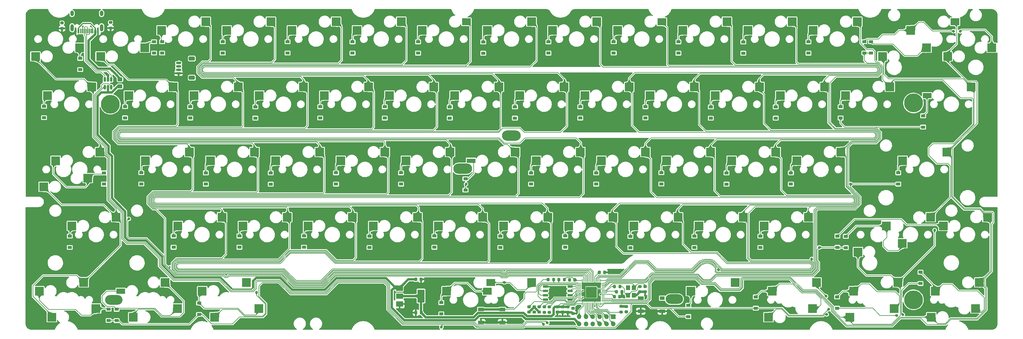
<source format=gbr>
%TF.GenerationSoftware,KiCad,Pcbnew,(6.0.6)*%
%TF.CreationDate,2023-05-08T18:28:50+05:30*%
%TF.ProjectId,new_stuff,6e65775f-7374-4756-9666-2e6b69636164,rev?*%
%TF.SameCoordinates,Original*%
%TF.FileFunction,Copper,L2,Bot*%
%TF.FilePolarity,Positive*%
%FSLAX46Y46*%
G04 Gerber Fmt 4.6, Leading zero omitted, Abs format (unit mm)*
G04 Created by KiCad (PCBNEW (6.0.6)) date 2023-05-08 18:28:50*
%MOMM*%
%LPD*%
G01*
G04 APERTURE LIST*
G04 Aperture macros list*
%AMRoundRect*
0 Rectangle with rounded corners*
0 $1 Rounding radius*
0 $2 $3 $4 $5 $6 $7 $8 $9 X,Y pos of 4 corners*
0 Add a 4 corners polygon primitive as box body*
4,1,4,$2,$3,$4,$5,$6,$7,$8,$9,$2,$3,0*
0 Add four circle primitives for the rounded corners*
1,1,$1+$1,$2,$3*
1,1,$1+$1,$4,$5*
1,1,$1+$1,$6,$7*
1,1,$1+$1,$8,$9*
0 Add four rect primitives between the rounded corners*
20,1,$1+$1,$2,$3,$4,$5,0*
20,1,$1+$1,$4,$5,$6,$7,0*
20,1,$1+$1,$6,$7,$8,$9,0*
20,1,$1+$1,$8,$9,$2,$3,0*%
G04 Aperture macros list end*
%TA.AperFunction,SMDPad,CuDef*%
%ADD10R,2.550000X2.500000*%
%TD*%
%TA.AperFunction,SMDPad,CuDef*%
%ADD11R,2.550000X2.000000*%
%TD*%
%TA.AperFunction,SMDPad,CuDef*%
%ADD12R,2.550000X1.500000*%
%TD*%
%TA.AperFunction,SMDPad,CuDef*%
%ADD13R,2.550000X1.300000*%
%TD*%
%TA.AperFunction,ComponentPad*%
%ADD14O,5.100000X2.800000*%
%TD*%
%TA.AperFunction,ComponentPad*%
%ADD15C,5.500000*%
%TD*%
%TA.AperFunction,ComponentPad*%
%ADD16R,1.350000X1.350000*%
%TD*%
%TA.AperFunction,ComponentPad*%
%ADD17O,1.350000X1.350000*%
%TD*%
%TA.AperFunction,ComponentPad*%
%ADD18O,5.500000X3.000000*%
%TD*%
%TA.AperFunction,SMDPad,CuDef*%
%ADD19RoundRect,0.150000X-0.625000X0.150000X-0.625000X-0.150000X0.625000X-0.150000X0.625000X0.150000X0*%
%TD*%
%TA.AperFunction,SMDPad,CuDef*%
%ADD20RoundRect,0.250000X-0.650000X0.350000X-0.650000X-0.350000X0.650000X-0.350000X0.650000X0.350000X0*%
%TD*%
%TA.AperFunction,SMDPad,CuDef*%
%ADD21R,1.200000X0.900000*%
%TD*%
%TA.AperFunction,SMDPad,CuDef*%
%ADD22RoundRect,0.225000X-0.250000X0.225000X-0.250000X-0.225000X0.250000X-0.225000X0.250000X0.225000X0*%
%TD*%
%TA.AperFunction,SMDPad,CuDef*%
%ADD23RoundRect,0.225000X-0.225000X-0.250000X0.225000X-0.250000X0.225000X0.250000X-0.225000X0.250000X0*%
%TD*%
%TA.AperFunction,SMDPad,CuDef*%
%ADD24RoundRect,0.200000X0.200000X0.275000X-0.200000X0.275000X-0.200000X-0.275000X0.200000X-0.275000X0*%
%TD*%
%TA.AperFunction,SMDPad,CuDef*%
%ADD25RoundRect,0.200000X-0.200000X-0.275000X0.200000X-0.275000X0.200000X0.275000X-0.200000X0.275000X0*%
%TD*%
%TA.AperFunction,SMDPad,CuDef*%
%ADD26RoundRect,0.225000X0.225000X0.250000X-0.225000X0.250000X-0.225000X-0.250000X0.225000X-0.250000X0*%
%TD*%
%TA.AperFunction,SMDPad,CuDef*%
%ADD27R,0.600000X1.450000*%
%TD*%
%TA.AperFunction,SMDPad,CuDef*%
%ADD28R,0.300000X1.450000*%
%TD*%
%TA.AperFunction,ComponentPad*%
%ADD29O,1.000000X2.100000*%
%TD*%
%TA.AperFunction,ComponentPad*%
%ADD30O,1.000000X1.600000*%
%TD*%
%TA.AperFunction,SMDPad,CuDef*%
%ADD31RoundRect,0.200000X0.275000X-0.200000X0.275000X0.200000X-0.275000X0.200000X-0.275000X-0.200000X0*%
%TD*%
%TA.AperFunction,SMDPad,CuDef*%
%ADD32RoundRect,0.200000X-0.275000X0.200000X-0.275000X-0.200000X0.275000X-0.200000X0.275000X0.200000X0*%
%TD*%
%TA.AperFunction,SMDPad,CuDef*%
%ADD33RoundRect,0.250000X-0.450000X0.325000X-0.450000X-0.325000X0.450000X-0.325000X0.450000X0.325000X0*%
%TD*%
%TA.AperFunction,SMDPad,CuDef*%
%ADD34RoundRect,0.218750X0.256250X-0.218750X0.256250X0.218750X-0.256250X0.218750X-0.256250X-0.218750X0*%
%TD*%
%TA.AperFunction,SMDPad,CuDef*%
%ADD35R,2.000000X1.500000*%
%TD*%
%TA.AperFunction,SMDPad,CuDef*%
%ADD36R,2.000000X3.800000*%
%TD*%
%TA.AperFunction,SMDPad,CuDef*%
%ADD37R,1.700000X1.000000*%
%TD*%
%TA.AperFunction,SMDPad,CuDef*%
%ADD38RoundRect,0.150000X-0.150000X0.512500X-0.150000X-0.512500X0.150000X-0.512500X0.150000X0.512500X0*%
%TD*%
%TA.AperFunction,SMDPad,CuDef*%
%ADD39R,1.400000X1.000000*%
%TD*%
%TA.AperFunction,SMDPad,CuDef*%
%ADD40RoundRect,0.225000X0.250000X-0.225000X0.250000X0.225000X-0.250000X0.225000X-0.250000X-0.225000X0*%
%TD*%
%TA.AperFunction,SMDPad,CuDef*%
%ADD41RoundRect,0.150000X-0.650000X-0.150000X0.650000X-0.150000X0.650000X0.150000X-0.650000X0.150000X0*%
%TD*%
%TA.AperFunction,SMDPad,CuDef*%
%ADD42R,1.200000X1.400000*%
%TD*%
%TA.AperFunction,SMDPad,CuDef*%
%ADD43RoundRect,0.050000X-0.050000X0.387500X-0.050000X-0.387500X0.050000X-0.387500X0.050000X0.387500X0*%
%TD*%
%TA.AperFunction,SMDPad,CuDef*%
%ADD44RoundRect,0.050000X-0.387500X0.050000X-0.387500X-0.050000X0.387500X-0.050000X0.387500X0.050000X0*%
%TD*%
%TA.AperFunction,ComponentPad*%
%ADD45C,0.600000*%
%TD*%
%TA.AperFunction,SMDPad,CuDef*%
%ADD46RoundRect,0.144000X-1.456000X1.456000X-1.456000X-1.456000X1.456000X-1.456000X1.456000X1.456000X0*%
%TD*%
%TA.AperFunction,ViaPad*%
%ADD47C,0.800000*%
%TD*%
%TA.AperFunction,ViaPad*%
%ADD48C,0.500000*%
%TD*%
%TA.AperFunction,ViaPad*%
%ADD49C,0.400000*%
%TD*%
%TA.AperFunction,Conductor*%
%ADD50C,0.700000*%
%TD*%
%TA.AperFunction,Conductor*%
%ADD51C,0.150000*%
%TD*%
%TA.AperFunction,Conductor*%
%ADD52C,0.380000*%
%TD*%
%TA.AperFunction,Conductor*%
%ADD53C,0.500000*%
%TD*%
%TA.AperFunction,Conductor*%
%ADD54C,0.200000*%
%TD*%
%TA.AperFunction,Conductor*%
%ADD55C,0.300000*%
%TD*%
G04 APERTURE END LIST*
D10*
%TO.P,MX1,1,A*%
%TO.N,Net-(D1-Pad2)*%
X16085000Y-11540000D03*
%TO.P,MX1,2,B*%
%TO.N,COL0*%
X3158000Y-14080000D03*
%TD*%
%TO.P,MX2,1,A*%
%TO.N,Net-(D2-Pad2)*%
X35135000Y-11540000D03*
%TO.P,MX2,2,B*%
%TO.N,COL1*%
X22208000Y-14080000D03*
%TD*%
%TO.P,MX3,1,A*%
%TO.N,Net-(D3-Pad2)*%
X40015000Y-6460000D03*
%TO.P,MX3,2,B*%
%TO.N,COL2*%
X52942000Y-3920000D03*
%TD*%
%TO.P,MX4,1,A*%
%TO.N,Net-(D4-Pad2)*%
X59065000Y-6460000D03*
%TO.P,MX4,2,B*%
%TO.N,COL3*%
X71992000Y-3920000D03*
%TD*%
%TO.P,MX5,1,A*%
%TO.N,Net-(D5-Pad2)*%
X78115000Y-6460000D03*
%TO.P,MX5,2,B*%
%TO.N,COL4*%
X91042000Y-3920000D03*
%TD*%
%TO.P,MX6,1,A*%
%TO.N,Net-(D6-Pad2)*%
X97165000Y-6460000D03*
%TO.P,MX6,2,B*%
%TO.N,COL5*%
X110092000Y-3920000D03*
%TD*%
%TO.P,MX7,1,A*%
%TO.N,Net-(D7-Pad2)*%
X116215000Y-6460000D03*
D11*
%TO.P,MX7,2,B*%
%TO.N,COL6*%
X129142000Y-3920000D03*
%TD*%
D10*
%TO.P,MX9,1,A*%
%TO.N,Net-(D9-Pad2)*%
X154315000Y-6460000D03*
%TO.P,MX9,2,B*%
%TO.N,COL8*%
X167242000Y-3920000D03*
%TD*%
%TO.P,MX10,1,A*%
%TO.N,Net-(D10-Pad2)*%
X173365000Y-6460000D03*
D11*
%TO.P,MX10,2,B*%
%TO.N,COL9*%
X186292000Y-3920000D03*
%TD*%
D10*
%TO.P,MX11,1,A*%
%TO.N,Net-(D11-Pad2)*%
X192415000Y-6460000D03*
%TO.P,MX11,2,B*%
%TO.N,COL10*%
X205342000Y-3920000D03*
%TD*%
%TO.P,MX12,1,A*%
%TO.N,Net-(D12-Pad2)*%
X211465000Y-6460000D03*
%TO.P,MX12,2,B*%
%TO.N,COL11*%
X224392000Y-3920000D03*
%TD*%
%TO.P,MX13,1,A*%
%TO.N,Net-(D13-Pad2)*%
X230515000Y-6460000D03*
%TO.P,MX13,2,B*%
%TO.N,COL12*%
X243442000Y-3920000D03*
%TD*%
%TO.P,MX14,1,A*%
%TO.N,Net-(D14-Pad2)*%
X263735000Y-11540000D03*
%TO.P,MX14,2,B*%
%TO.N,COL13*%
X250808000Y-14080000D03*
%TD*%
%TO.P,MX16,1,A*%
%TO.N,Net-(D15-Pad2)*%
X259090000Y-6460000D03*
D11*
%TO.P,MX16,2,B*%
%TO.N,COL14*%
X272017000Y-3920000D03*
%TD*%
D10*
%TO.P,MX17,1,A*%
%TO.N,Net-(D16-Pad2)*%
X6677500Y-25510000D03*
%TO.P,MX17,2,B*%
%TO.N,COL0*%
X19604500Y-22970000D03*
%TD*%
%TO.P,MX18,1,A*%
%TO.N,Net-(D17-Pad2)*%
X30490000Y-25510000D03*
%TO.P,MX18,2,B*%
%TO.N,COL1*%
X43417000Y-22970000D03*
%TD*%
%TO.P,MX19,1,A*%
%TO.N,Net-(D18-Pad2)*%
X49540000Y-25510000D03*
%TO.P,MX19,2,B*%
%TO.N,COL2*%
X62467000Y-22970000D03*
%TD*%
%TO.P,MX20,1,A*%
%TO.N,Net-(D19-Pad2)*%
X68590000Y-25510000D03*
%TO.P,MX20,2,B*%
%TO.N,COL3*%
X81517000Y-22970000D03*
%TD*%
%TO.P,MX21,1,A*%
%TO.N,Net-(D20-Pad2)*%
X87640000Y-25510000D03*
%TO.P,MX21,2,B*%
%TO.N,COL4*%
X100567000Y-22970000D03*
%TD*%
%TO.P,MX22,1,A*%
%TO.N,Net-(D21-Pad2)*%
X106690000Y-25510000D03*
%TO.P,MX22,2,B*%
%TO.N,COL5*%
X119617000Y-22970000D03*
%TD*%
%TO.P,MX23,1,A*%
%TO.N,Net-(D22-Pad2)*%
X125740000Y-25510000D03*
%TO.P,MX23,2,B*%
%TO.N,COL6*%
X138667000Y-22970000D03*
%TD*%
%TO.P,MX24,1,A*%
%TO.N,Net-(D23-Pad2)*%
X144790000Y-25510000D03*
%TO.P,MX24,2,B*%
%TO.N,COL7*%
X157717000Y-22970000D03*
%TD*%
%TO.P,MX25,1,A*%
%TO.N,Net-(D24-Pad2)*%
X163840000Y-25510000D03*
%TO.P,MX25,2,B*%
%TO.N,COL8*%
X176767000Y-22970000D03*
%TD*%
%TO.P,MX26,1,A*%
%TO.N,Net-(D25-Pad2)*%
X182890000Y-25510000D03*
%TO.P,MX26,2,B*%
%TO.N,COL9*%
X195817000Y-22970000D03*
%TD*%
%TO.P,MX27,1,A*%
%TO.N,Net-(D26-Pad2)*%
X201940000Y-25510000D03*
%TO.P,MX27,2,B*%
%TO.N,COL10*%
X214867000Y-22970000D03*
%TD*%
%TO.P,MX28,1,A*%
%TO.N,Net-(D27-Pad2)*%
X220990000Y-25510000D03*
%TO.P,MX28,2,B*%
%TO.N,COL11*%
X233917000Y-22970000D03*
%TD*%
%TO.P,MX29,1,A*%
%TO.N,Net-(D28-Pad2)*%
X240040000Y-25510000D03*
%TO.P,MX29,2,B*%
%TO.N,COL12*%
X252967000Y-22970000D03*
%TD*%
D12*
%TO.P,MX30,1,A*%
%TO.N,Net-(D29-Pad2)*%
X263852500Y-25510000D03*
D10*
%TO.P,MX30,2,B*%
%TO.N,COL13*%
X276779500Y-22970000D03*
%TD*%
%TO.P,MX31,1,A*%
%TO.N,Net-(D30-Pad2)*%
X18466250Y-49640000D03*
%TO.P,MX31,2,B*%
%TO.N,COL0*%
X5539250Y-52180000D03*
%TD*%
%TO.P,MX32,1,A*%
%TO.N,Net-(D30-Pad2)*%
X9058750Y-44560000D03*
%TO.P,MX32,2,B*%
%TO.N,COL0*%
X21985750Y-42020000D03*
%TD*%
%TO.P,MX33,1,A*%
%TO.N,Net-(D31-Pad2)*%
X35252500Y-44560000D03*
%TO.P,MX33,2,B*%
%TO.N,COL1*%
X48179500Y-42020000D03*
%TD*%
%TO.P,MX34,1,A*%
%TO.N,Net-(D32-Pad2)*%
X54302500Y-44560000D03*
%TO.P,MX34,2,B*%
%TO.N,COL2*%
X67229500Y-42020000D03*
%TD*%
%TO.P,MX35,1,A*%
%TO.N,Net-(D33-Pad2)*%
X73352500Y-44560000D03*
%TO.P,MX35,2,B*%
%TO.N,COL3*%
X86279500Y-42020000D03*
%TD*%
%TO.P,MX36,1,A*%
%TO.N,Net-(D34-Pad2)*%
X92402500Y-44560000D03*
%TO.P,MX36,2,B*%
%TO.N,COL4*%
X105329500Y-42020000D03*
%TD*%
%TO.P,MX37,1,A*%
%TO.N,Net-(D35-Pad2)*%
X111452500Y-44560000D03*
%TO.P,MX37,2,B*%
%TO.N,COL5*%
X124379500Y-42020000D03*
%TD*%
D13*
%TO.P,MX38,1,A*%
%TO.N,Net-(D36-Pad2)*%
X130502500Y-44560000D03*
D10*
%TO.P,MX38,2,B*%
%TO.N,COL6*%
X143429500Y-42020000D03*
%TD*%
%TO.P,MX39,1,A*%
%TO.N,Net-(D37-Pad2)*%
X149552500Y-44560000D03*
%TO.P,MX39,2,B*%
%TO.N,COL7*%
X162479500Y-42020000D03*
%TD*%
%TO.P,MX40,1,A*%
%TO.N,Net-(D38-Pad2)*%
X168602500Y-44560000D03*
%TO.P,MX40,2,B*%
%TO.N,COL8*%
X181529500Y-42020000D03*
%TD*%
%TO.P,MX41,1,A*%
%TO.N,Net-(D39-Pad2)*%
X187652500Y-44560000D03*
%TO.P,MX41,2,B*%
%TO.N,COL9*%
X200579500Y-42020000D03*
%TD*%
%TO.P,MX42,1,A*%
%TO.N,Net-(D40-Pad2)*%
X206702500Y-44560000D03*
%TO.P,MX42,2,B*%
%TO.N,COL10*%
X219629500Y-42020000D03*
%TD*%
%TO.P,MX43,1,A*%
%TO.N,Net-(D41-Pad2)*%
X225752500Y-44560000D03*
%TO.P,MX43,2,B*%
%TO.N,COL11*%
X238679500Y-42020000D03*
%TD*%
%TO.P,MX44,1,A*%
%TO.N,Net-(D42-Pad2)*%
X256708750Y-44560000D03*
%TO.P,MX44,2,B*%
%TO.N,COL13*%
X269635750Y-42020000D03*
%TD*%
%TO.P,MX45,1,A*%
%TO.N,Net-(D43-Pad2)*%
X13821250Y-63610000D03*
%TO.P,MX45,2,B*%
%TO.N,COL0*%
X26748250Y-61070000D03*
%TD*%
%TO.P,MX46,1,A*%
%TO.N,Net-(D44-Pad2)*%
X44777500Y-63610000D03*
%TO.P,MX46,2,B*%
%TO.N,COL2*%
X57704500Y-61070000D03*
%TD*%
%TO.P,MX47,1,A*%
%TO.N,Net-(D45-Pad2)*%
X63827500Y-63610000D03*
%TO.P,MX47,2,B*%
%TO.N,COL3*%
X76754500Y-61070000D03*
%TD*%
%TO.P,MX48,1,A*%
%TO.N,Net-(D46-Pad2)*%
X82877500Y-63610000D03*
%TO.P,MX48,2,B*%
%TO.N,COL4*%
X95804500Y-61070000D03*
%TD*%
%TO.P,MX49,1,A*%
%TO.N,Net-(D47-Pad2)*%
X101927500Y-63610000D03*
%TO.P,MX49,2,B*%
%TO.N,COL5*%
X114854500Y-61070000D03*
%TD*%
%TO.P,MX50,1,A*%
%TO.N,Net-(D48-Pad2)*%
X120977500Y-63610000D03*
%TO.P,MX50,2,B*%
%TO.N,COL6*%
X133904500Y-61070000D03*
%TD*%
%TO.P,MX51,1,A*%
%TO.N,Net-(D49-Pad2)*%
X140027500Y-63610000D03*
%TO.P,MX51,2,B*%
%TO.N,COL7*%
X152954500Y-61070000D03*
%TD*%
%TO.P,MX52,1,A*%
%TO.N,Net-(D50-Pad2)*%
X159077500Y-63610000D03*
%TO.P,MX52,2,B*%
%TO.N,COL8*%
X172004500Y-61070000D03*
%TD*%
%TO.P,MX53,1,A*%
%TO.N,Net-(D51-Pad2)*%
X178127500Y-63610000D03*
%TO.P,MX53,2,B*%
%TO.N,COL9*%
X191054500Y-61070000D03*
%TD*%
%TO.P,MX54,1,A*%
%TO.N,Net-(D52-Pad2)*%
X197177500Y-63610000D03*
%TO.P,MX54,2,B*%
%TO.N,COL10*%
X210104500Y-61070000D03*
%TD*%
%TO.P,MX55,1,A*%
%TO.N,Net-(D53-Pad2)*%
X216227500Y-63610000D03*
%TO.P,MX55,2,B*%
%TO.N,COL11*%
X229154500Y-61070000D03*
%TD*%
%TO.P,MX56,1,A*%
%TO.N,Net-(D54-Pad2)*%
X256591250Y-68690000D03*
%TO.P,MX56,2,B*%
%TO.N,COL12*%
X243664250Y-71230000D03*
%TD*%
%TO.P,MX57,1,A*%
%TO.N,Net-(D55-Pad2)*%
X268615000Y-63610000D03*
%TO.P,MX57,2,B*%
%TO.N,COL13*%
X281542000Y-61070000D03*
%TD*%
D12*
%TO.P,MX60,1,A*%
%TO.N,Net-(D57-Pad2)*%
X28108750Y-82660000D03*
D10*
%TO.P,MX60,2,B*%
%TO.N,COL1*%
X41035750Y-80120000D03*
%TD*%
%TO.P,MX61,1,A*%
%TO.N,Net-(D58-Pad2)*%
X51921250Y-82660000D03*
%TO.P,MX61,2,B*%
%TO.N,COL2*%
X64848250Y-80120000D03*
%TD*%
%TO.P,MX63,1,A*%
%TO.N,Net-(D60-Pad2)*%
X194796250Y-82660000D03*
%TO.P,MX63,2,B*%
%TO.N,COL10*%
X207723250Y-80120000D03*
%TD*%
%TO.P,MX64,1,A*%
%TO.N,Net-(D61-Pad2)*%
X218608750Y-82660000D03*
%TO.P,MX64,2,B*%
%TO.N,COL11*%
X231535750Y-80120000D03*
%TD*%
%TO.P,MX65,1,A*%
%TO.N,Net-(D62-Pad2)*%
X242421250Y-82660000D03*
%TO.P,MX65,2,B*%
%TO.N,COL12*%
X255348250Y-80120000D03*
%TD*%
%TO.P,MX66,1,A*%
%TO.N,Net-(D63-Pad2)*%
X266233750Y-82660000D03*
%TO.P,MX66,2,B*%
%TO.N,COL13*%
X279160750Y-80120000D03*
%TD*%
%TO.P,MX71,1,A*%
%TO.N,Net-(D61-Pad2)*%
X230397500Y-87740000D03*
%TO.P,MX71,2,B*%
%TO.N,COL11*%
X217470500Y-90280000D03*
%TD*%
%TO.P,MX8,1,A*%
%TO.N,Net-(D8-Pad2)*%
X135265000Y-6460000D03*
%TO.P,MX8,2,B*%
%TO.N,COL7*%
X148192000Y-3920000D03*
%TD*%
%TO.P,MX58,1,A*%
%TO.N,Net-(D54-Pad2)*%
X251946250Y-63610000D03*
%TO.P,MX58,2,B*%
%TO.N,COL12*%
X264873250Y-61070000D03*
%TD*%
%TO.P,MX69,1,A*%
%TO.N,Net-(D58-Pad2)*%
X68472500Y-87740000D03*
%TO.P,MX69,2,B*%
%TO.N,COL2*%
X55545500Y-90280000D03*
%TD*%
D11*
%TO.P,MX70,1,A*%
%TO.N,Net-(D59-Pad2)*%
X135265000Y-82660000D03*
D10*
%TO.P,MX70,2,B*%
%TO.N,COL6*%
X148192000Y-80120000D03*
%TD*%
%TO.P,MX72,1,A*%
%TO.N,Net-(D62-Pad2)*%
X254210000Y-87740000D03*
%TO.P,MX72,2,B*%
%TO.N,COL12*%
X241283000Y-90280000D03*
%TD*%
%TO.P,MX73,1,A*%
%TO.N,Net-(D63-Pad2)*%
X278022500Y-87740000D03*
%TO.P,MX73,2,B*%
%TO.N,COL13*%
X265095500Y-90280000D03*
%TD*%
%TO.P,MX62,1,A*%
%TO.N,Net-(D59-Pad2)*%
X123358750Y-82660000D03*
D11*
%TO.P,MX62,2,B*%
%TO.N,COL6*%
X136285750Y-80120000D03*
%TD*%
D10*
%TO.P,MX59,1,A*%
%TO.N,Net-(D56-Pad2)*%
X4296250Y-82660000D03*
%TO.P,MX59,2,B*%
%TO.N,COL0*%
X17223250Y-80120000D03*
%TD*%
%TO.P,MX67,1,A*%
%TO.N,Net-(D56-Pad2)*%
X20847500Y-87740000D03*
%TO.P,MX67,2,B*%
%TO.N,COL0*%
X7920500Y-90280000D03*
%TD*%
%TO.P,MX15,1,A*%
%TO.N,Net-(D15-Pad2)*%
X282785000Y-11540000D03*
%TO.P,MX15,2,B*%
%TO.N,COL14*%
X269858000Y-14080000D03*
%TD*%
D14*
%TO.P,S8,1,Pin_1*%
%TO.N,N/C*%
X26090000Y-85190072D03*
%TD*%
D15*
%TO.P,S2,1,Pin_1*%
%TO.N,N/C*%
X259890000Y-27692050D03*
%TD*%
D16*
%TO.P,J3,1,Pin_1*%
%TO.N,1*%
X172140000Y-90138600D03*
D17*
%TO.P,J3,2,Pin_2*%
%TO.N,2*%
X170140000Y-90138600D03*
%TO.P,J3,3,Pin_3*%
%TO.N,3*%
X168140000Y-90138600D03*
%TO.P,J3,4,Pin_4*%
%TO.N,4*%
X166140000Y-90138600D03*
%TO.P,J3,5,Pin_5*%
%TO.N,5*%
X164140000Y-90138600D03*
%TO.P,J3,6,Pin_6*%
%TO.N,6*%
X162140000Y-90138600D03*
%TO.P,J3,7,Pin_7*%
%TO.N,7*%
X172140000Y-92221400D03*
%TO.P,J3,8,Pin_8*%
%TO.N,8*%
X170140000Y-92221400D03*
%TO.P,J3,9,Pin_9*%
%TO.N,9*%
X168140000Y-92221400D03*
%TO.P,J3,10,Pin_10*%
%TO.N,GND*%
X166140000Y-92221400D03*
%TO.P,J3,11,Pin_11*%
%TO.N,+3V3*%
X164140000Y-92221400D03*
%TO.P,J3,12,Pin_12*%
%TO.N,VBUS*%
X162140000Y-92221400D03*
%TD*%
D15*
%TO.P,,1,Pin_1*%
%TO.N,N/C*%
X259895000Y-85190072D03*
%TD*%
D10*
%TO.P,MX68,1,A*%
%TO.N,Net-(D57-Pad2)*%
X44663000Y-87740000D03*
%TO.P,MX68,2,B*%
%TO.N,COL1*%
X31736000Y-90280000D03*
%TD*%
D15*
%TO.P,S1,1,Pin_1*%
%TO.N,N/C*%
X25065000Y-28040024D03*
%TD*%
D18*
%TO.P,S7,1,Pin_1*%
%TO.N,N/C*%
X142340000Y-37215000D03*
%TD*%
%TO.P,S3,1,Pin_1*%
%TO.N,N/C*%
X128052608Y-46890040D03*
%TD*%
D14*
%TO.P,S6,1,Pin_1*%
%TO.N,N/C*%
X189965160Y-84990000D03*
%TD*%
D19*
%TO.P,JST,1,Pin_1*%
%TO.N,Net-(J2-PadA4)*%
X45000000Y-16000000D03*
%TO.P,JST,2,Pin_2*%
%TO.N,Data-*%
X45000000Y-17000000D03*
%TO.P,JST,3,Pin_3*%
%TO.N,Data+*%
X45000000Y-18000000D03*
%TO.P,JST,4,Pin_4*%
%TO.N,GND*%
X45000000Y-19000000D03*
D20*
%TO.P,JST,MP*%
%TO.N,N/C*%
X48875000Y-20300000D03*
X48875000Y-14700000D03*
%TD*%
D21*
%TO.P,D1,1,K*%
%TO.N,ROW0*%
X16220000Y-17930000D03*
%TO.P,D1,2,A*%
%TO.N,Net-(D1-Pad2)*%
X16220000Y-14630000D03*
%TD*%
%TO.P,D2,1,K*%
%TO.N,ROW0*%
X37830000Y-13080000D03*
%TO.P,D2,2,A*%
%TO.N,Net-(D2-Pad2)*%
X37830000Y-9780000D03*
%TD*%
%TO.P,D3,1,K*%
%TO.N,ROW0*%
X40170000Y-13100000D03*
%TO.P,D3,2,A*%
%TO.N,Net-(D3-Pad2)*%
X40170000Y-9800000D03*
%TD*%
%TO.P,D4,1,K*%
%TO.N,ROW0*%
X57920000Y-13090000D03*
%TO.P,D4,2,A*%
%TO.N,Net-(D4-Pad2)*%
X57920000Y-9790000D03*
%TD*%
%TO.P,D5,1,K*%
%TO.N,ROW0*%
X76890000Y-13100000D03*
%TO.P,D5,2,A*%
%TO.N,Net-(D5-Pad2)*%
X76890000Y-9800000D03*
%TD*%
%TO.P,D6,1,K*%
%TO.N,ROW0*%
X95860000Y-13110000D03*
%TO.P,D6,2,A*%
%TO.N,Net-(D6-Pad2)*%
X95860000Y-9810000D03*
%TD*%
%TO.P,D7,1,K*%
%TO.N,ROW0*%
X115010000Y-13120000D03*
%TO.P,D7,2,A*%
%TO.N,Net-(D7-Pad2)*%
X115010000Y-9820000D03*
%TD*%
%TO.P,D8,1,K*%
%TO.N,ROW0*%
X134060000Y-13150000D03*
%TO.P,D8,2,A*%
%TO.N,Net-(D8-Pad2)*%
X134060000Y-9850000D03*
%TD*%
%TO.P,D9,1,K*%
%TO.N,ROW0*%
X153140000Y-13110000D03*
%TO.P,D9,2,A*%
%TO.N,Net-(D9-Pad2)*%
X153140000Y-9810000D03*
%TD*%
%TO.P,D10,1,K*%
%TO.N,ROW0*%
X172230000Y-13090000D03*
%TO.P,D10,2,A*%
%TO.N,Net-(D10-Pad2)*%
X172230000Y-9790000D03*
%TD*%
%TO.P,D11,1,K*%
%TO.N,ROW0*%
X191140000Y-13120000D03*
%TO.P,D11,2,A*%
%TO.N,Net-(D11-Pad2)*%
X191140000Y-9820000D03*
%TD*%
%TO.P,D12,1,K*%
%TO.N,ROW0*%
X210150000Y-13140000D03*
%TO.P,D12,2,A*%
%TO.N,Net-(D12-Pad2)*%
X210150000Y-9840000D03*
%TD*%
%TO.P,D14,1,K*%
%TO.N,ROW0*%
X247490000Y-13090000D03*
%TO.P,D14,2,A*%
%TO.N,Net-(D14-Pad2)*%
X247490000Y-9790000D03*
%TD*%
%TO.P,D15,1,K*%
%TO.N,ROW0*%
X245500000Y-13090000D03*
%TO.P,D15,2,A*%
%TO.N,Net-(D15-Pad2)*%
X245500000Y-9790000D03*
%TD*%
%TO.P,D16,1,K*%
%TO.N,ROW1*%
X5660000Y-31980000D03*
%TO.P,D16,2,A*%
%TO.N,Net-(D16-Pad2)*%
X5660000Y-28680000D03*
%TD*%
%TO.P,D17,1,K*%
%TO.N,ROW1*%
X29350000Y-32040000D03*
%TO.P,D17,2,A*%
%TO.N,Net-(D17-Pad2)*%
X29350000Y-28740000D03*
%TD*%
%TO.P,D18,1,K*%
%TO.N,ROW1*%
X48410000Y-32090000D03*
%TO.P,D18,2,A*%
%TO.N,Net-(D18-Pad2)*%
X48410000Y-28790000D03*
%TD*%
%TO.P,D19,1,K*%
%TO.N,ROW1*%
X67440000Y-32110000D03*
%TO.P,D19,2,A*%
%TO.N,Net-(D19-Pad2)*%
X67440000Y-28810000D03*
%TD*%
%TO.P,D20,1,K*%
%TO.N,ROW1*%
X86410000Y-32070000D03*
%TO.P,D20,2,A*%
%TO.N,Net-(D20-Pad2)*%
X86410000Y-28770000D03*
%TD*%
%TO.P,D21,1,K*%
%TO.N,ROW1*%
X105310000Y-32090000D03*
%TO.P,D21,2,A*%
%TO.N,Net-(D21-Pad2)*%
X105310000Y-28790000D03*
%TD*%
%TO.P,D22,1,K*%
%TO.N,ROW1*%
X124310000Y-32100000D03*
%TO.P,D22,2,A*%
%TO.N,Net-(D22-Pad2)*%
X124310000Y-28800000D03*
%TD*%
%TO.P,D23,1,K*%
%TO.N,ROW1*%
X143360000Y-32110000D03*
%TO.P,D23,2,A*%
%TO.N,Net-(D23-Pad2)*%
X143360000Y-28810000D03*
%TD*%
%TO.P,D24,1,K*%
%TO.N,ROW1*%
X162450000Y-32080000D03*
%TO.P,D24,2,A*%
%TO.N,Net-(D24-Pad2)*%
X162450000Y-28780000D03*
%TD*%
%TO.P,D25,1,K*%
%TO.N,ROW1*%
X181530000Y-32070000D03*
%TO.P,D25,2,A*%
%TO.N,Net-(D25-Pad2)*%
X181530000Y-28770000D03*
%TD*%
%TO.P,D26,1,K*%
%TO.N,ROW1*%
X200610000Y-32140000D03*
%TO.P,D26,2,A*%
%TO.N,Net-(D26-Pad2)*%
X200610000Y-28840000D03*
%TD*%
%TO.P,D27,1,K*%
%TO.N,ROW1*%
X219620000Y-32120000D03*
%TO.P,D27,2,A*%
%TO.N,Net-(D27-Pad2)*%
X219620000Y-28820000D03*
%TD*%
%TO.P,D28,1,K*%
%TO.N,ROW1*%
X238600000Y-32090000D03*
%TO.P,D28,2,A*%
%TO.N,Net-(D28-Pad2)*%
X238600000Y-28790000D03*
%TD*%
%TO.P,D29,1,K*%
%TO.N,ROW1*%
X262720000Y-34730000D03*
%TO.P,D29,2,A*%
%TO.N,Net-(D29-Pad2)*%
X262720000Y-31430000D03*
%TD*%
%TO.P,D30,1,K*%
%TO.N,ROW2*%
X23150000Y-51400000D03*
%TO.P,D30,2,A*%
%TO.N,Net-(D30-Pad2)*%
X23150000Y-48100000D03*
%TD*%
%TO.P,D31,1,K*%
%TO.N,ROW2*%
X34070000Y-51360000D03*
%TO.P,D31,2,A*%
%TO.N,Net-(D31-Pad2)*%
X34070000Y-48060000D03*
%TD*%
%TO.P,D32,1,K*%
%TO.N,ROW2*%
X52950000Y-51400000D03*
%TO.P,D32,2,A*%
%TO.N,Net-(D32-Pad2)*%
X52950000Y-48100000D03*
%TD*%
%TO.P,D33,1,K*%
%TO.N,ROW2*%
X71980000Y-51420000D03*
%TO.P,D33,2,A*%
%TO.N,Net-(D33-Pad2)*%
X71980000Y-48120000D03*
%TD*%
%TO.P,D35,1,K*%
%TO.N,ROW2*%
X110030000Y-51390000D03*
%TO.P,D35,2,A*%
%TO.N,Net-(D35-Pad2)*%
X110030000Y-48090000D03*
%TD*%
%TO.P,D36,1,K*%
%TO.N,ROW2*%
X128890000Y-53140000D03*
%TO.P,D36,2,A*%
%TO.N,Net-(D36-Pad2)*%
X128890000Y-49840000D03*
%TD*%
%TO.P,D37,1,K*%
%TO.N,ROW2*%
X148080000Y-51400000D03*
%TO.P,D37,2,A*%
%TO.N,Net-(D37-Pad2)*%
X148080000Y-48100000D03*
%TD*%
%TO.P,D38,1,K*%
%TO.N,ROW2*%
X167080000Y-51400000D03*
%TO.P,D38,2,A*%
%TO.N,Net-(D38-Pad2)*%
X167080000Y-48100000D03*
%TD*%
%TO.P,D39,1,K*%
%TO.N,ROW2*%
X186140000Y-51370000D03*
%TO.P,D39,2,A*%
%TO.N,Net-(D39-Pad2)*%
X186140000Y-48070000D03*
%TD*%
%TO.P,D40,1,K*%
%TO.N,ROW2*%
X205230000Y-51420000D03*
%TO.P,D40,2,A*%
%TO.N,Net-(D40-Pad2)*%
X205230000Y-48120000D03*
%TD*%
%TO.P,D41,1,K*%
%TO.N,ROW2*%
X224050000Y-51400000D03*
%TO.P,D41,2,A*%
%TO.N,Net-(D41-Pad2)*%
X224050000Y-48100000D03*
%TD*%
%TO.P,D42,1,K*%
%TO.N,ROW2*%
X255450000Y-51380000D03*
%TO.P,D42,2,A*%
%TO.N,Net-(D42-Pad2)*%
X255450000Y-48080000D03*
%TD*%
%TO.P,D43,1,K*%
%TO.N,ROW3*%
X13200000Y-69890000D03*
%TO.P,D43,2,A*%
%TO.N,Net-(D43-Pad2)*%
X13200000Y-66590000D03*
%TD*%
%TO.P,D44,1,K*%
%TO.N,ROW3*%
X43550000Y-69850000D03*
%TO.P,D44,2,A*%
%TO.N,Net-(D44-Pad2)*%
X43550000Y-66550000D03*
%TD*%
%TO.P,D45,1,K*%
%TO.N,ROW3*%
X62780000Y-69850000D03*
%TO.P,D45,2,A*%
%TO.N,Net-(D45-Pad2)*%
X62780000Y-66550000D03*
%TD*%
%TO.P,D46,1,K*%
%TO.N,ROW3*%
X81660000Y-69820000D03*
%TO.P,D46,2,A*%
%TO.N,Net-(D46-Pad2)*%
X81660000Y-66520000D03*
%TD*%
%TO.P,D47,1,K*%
%TO.N,ROW3*%
X100850000Y-69910000D03*
%TO.P,D47,2,A*%
%TO.N,Net-(D47-Pad2)*%
X100850000Y-66610000D03*
%TD*%
%TO.P,D48,1,K*%
%TO.N,ROW3*%
X119820000Y-69850000D03*
%TO.P,D48,2,A*%
%TO.N,Net-(D48-Pad2)*%
X119820000Y-66550000D03*
%TD*%
%TO.P,D49,1,K*%
%TO.N,ROW3*%
X139060000Y-69910000D03*
%TO.P,D49,2,A*%
%TO.N,Net-(D49-Pad2)*%
X139060000Y-66610000D03*
%TD*%
%TO.P,D50,1,K*%
%TO.N,ROW3*%
X158020000Y-69850000D03*
%TO.P,D50,2,A*%
%TO.N,Net-(D50-Pad2)*%
X158020000Y-66550000D03*
%TD*%
%TO.P,D51,1,K*%
%TO.N,ROW3*%
X177130000Y-69980000D03*
%TO.P,D51,2,A*%
%TO.N,Net-(D51-Pad2)*%
X177130000Y-66680000D03*
%TD*%
%TO.P,D52,1,K*%
%TO.N,ROW3*%
X195850000Y-69910000D03*
%TO.P,D52,2,A*%
%TO.N,Net-(D52-Pad2)*%
X195850000Y-66610000D03*
%TD*%
%TO.P,D53,1,K*%
%TO.N,ROW3*%
X215130000Y-69910000D03*
%TO.P,D53,2,A*%
%TO.N,Net-(D53-Pad2)*%
X215130000Y-66610000D03*
%TD*%
%TO.P,D54,1,K*%
%TO.N,ROW3*%
X240130000Y-69960000D03*
%TO.P,D54,2,A*%
%TO.N,Net-(D54-Pad2)*%
X240130000Y-66660000D03*
%TD*%
%TO.P,D55,1,K*%
%TO.N,ROW3*%
X237640000Y-69860000D03*
%TO.P,D55,2,A*%
%TO.N,Net-(D55-Pad2)*%
X237640000Y-66560000D03*
%TD*%
%TO.P,D56,1,K*%
%TO.N,ROW4*%
X24540000Y-91250000D03*
%TO.P,D56,2,A*%
%TO.N,Net-(D56-Pad2)*%
X24540000Y-87950000D03*
%TD*%
%TO.P,D57,1,K*%
%TO.N,ROW4*%
X26880000Y-91270000D03*
%TO.P,D57,2,A*%
%TO.N,Net-(D57-Pad2)*%
X26880000Y-87970000D03*
%TD*%
%TO.P,D58,1,K*%
%TO.N,ROW4*%
X51000000Y-89470000D03*
%TO.P,D58,2,A*%
%TO.N,Net-(D58-Pad2)*%
X51000000Y-86170000D03*
%TD*%
%TO.P,D59,1,K*%
%TO.N,ROW4*%
X121840000Y-89330000D03*
%TO.P,D59,2,A*%
%TO.N,Net-(D59-Pad2)*%
X121840000Y-86030000D03*
%TD*%
%TO.P,D61,1,K*%
%TO.N,ROW4*%
X213787500Y-87643750D03*
%TO.P,D61,2,A*%
%TO.N,Net-(D61-Pad2)*%
X213787500Y-84343750D03*
%TD*%
%TO.P,D62,1,K*%
%TO.N,ROW4*%
X237550000Y-87643750D03*
%TO.P,D62,2,A*%
%TO.N,Net-(D62-Pad2)*%
X237550000Y-84343750D03*
%TD*%
%TO.P,D63,1,K*%
%TO.N,ROW4*%
X261950000Y-80420000D03*
%TO.P,D63,2,A*%
%TO.N,Net-(D63-Pad2)*%
X261950000Y-77120000D03*
%TD*%
%TO.P,D13,1,K*%
%TO.N,ROW0*%
X229160000Y-13110000D03*
%TO.P,D13,2,A*%
%TO.N,Net-(D13-Pad2)*%
X229160000Y-9810000D03*
%TD*%
%TO.P,D34,1,K*%
%TO.N,ROW2*%
X91040000Y-51390000D03*
%TO.P,D34,2,A*%
%TO.N,Net-(D34-Pad2)*%
X91040000Y-48090000D03*
%TD*%
%TO.P,D60,1,K*%
%TO.N,ROW4*%
X194070000Y-90100000D03*
%TO.P,D60,2,A*%
%TO.N,Net-(D60-Pad2)*%
X194070000Y-86800000D03*
%TD*%
D22*
%TO.P,1u,1*%
%TO.N,+1V1*%
X147470000Y-87260000D03*
%TO.P,1u,2*%
%TO.N,GND*%
X147470000Y-88810000D03*
%TD*%
D23*
%TO.P,22u,1*%
%TO.N,VBUS*%
X114355000Y-79230000D03*
%TO.P,22u,2*%
%TO.N,GND*%
X115905000Y-79230000D03*
%TD*%
D24*
%TO.P,1K,1*%
%TO.N,/QSPISS*%
X154695000Y-79270000D03*
%TO.P,1K,2*%
%TO.N,Net-(R7-Pad2)*%
X153045000Y-79270000D03*
%TD*%
D25*
%TO.P,10K,1*%
%TO.N,/QSPISS*%
X156165000Y-79270000D03*
%TO.P,10K,2*%
%TO.N,+3V3*%
X157815000Y-79270000D03*
%TD*%
D26*
%TO.P,100n,1*%
%TO.N,+3V3*%
X160885000Y-79390000D03*
%TO.P,100n,2*%
%TO.N,GND*%
X159335000Y-79390000D03*
%TD*%
D27*
%TO.P,J2,A1,GND*%
%TO.N,GND*%
X14920000Y-6615000D03*
%TO.P,J2,A4,VBUS*%
%TO.N,Net-(J2-PadA4)*%
X15720000Y-6615000D03*
D28*
%TO.P,J2,A5,CC1*%
%TO.N,Net-(J2-PadA5)*%
X16920000Y-6615000D03*
%TO.P,J2,A6,D+*%
%TO.N,/USB+*%
X17920000Y-6615000D03*
%TO.P,J2,A7,D-*%
%TO.N,/USB-*%
X18420000Y-6615000D03*
%TO.P,J2,A8,SBU1*%
%TO.N,unconnected-(J2-PadA8)*%
X19420000Y-6615000D03*
D27*
%TO.P,J2,A9,VBUS*%
%TO.N,Net-(J2-PadA4)*%
X20620000Y-6615000D03*
%TO.P,J2,A12,GND*%
%TO.N,GND*%
X21420000Y-6615000D03*
%TO.P,J2,B1,GND*%
X21420000Y-6615000D03*
%TO.P,J2,B4,VBUS*%
%TO.N,Net-(J2-PadA4)*%
X20620000Y-6615000D03*
D28*
%TO.P,J2,B5,CC2*%
%TO.N,Net-(J2-PadB5)*%
X19920000Y-6615000D03*
%TO.P,J2,B6,D+*%
%TO.N,/USB+*%
X18920000Y-6615000D03*
%TO.P,J2,B7,D-*%
%TO.N,/USB-*%
X17420000Y-6615000D03*
%TO.P,J2,B8,SBU2*%
%TO.N,unconnected-(J2-PadB8)*%
X16420000Y-6615000D03*
D27*
%TO.P,J2,B9,VBUS*%
%TO.N,Net-(J2-PadA4)*%
X15720000Y-6615000D03*
%TO.P,J2,B12,GND*%
%TO.N,GND*%
X14920000Y-6615000D03*
D29*
%TO.P,J2,S1,SHIELD*%
%TO.N,unconnected-(J2-PadS1)*%
X22490000Y-5700000D03*
D30*
X22490000Y-1520000D03*
D29*
X13850000Y-5700000D03*
D30*
X13850000Y-1520000D03*
%TD*%
D31*
%TO.P,22r,1*%
%TO.N,Data+*%
X151930000Y-88875000D03*
%TO.P,22r,2*%
%TO.N,Net-(R3-Pad2)*%
X151930000Y-87225000D03*
%TD*%
D22*
%TO.P,100n,1*%
%TO.N,+3V3*%
X158800000Y-87275000D03*
%TO.P,100n,2*%
%TO.N,GND*%
X158800000Y-88825000D03*
%TD*%
D32*
%TO.P,1K,1*%
%TO.N,Net-(D64-Pad2)*%
X174390000Y-87125000D03*
%TO.P,1K,2*%
%TO.N,LED*%
X174390000Y-88775000D03*
%TD*%
D33*
%TO.P,500ma,1*%
%TO.N,Net-(J2-PadA4)*%
X27860000Y-20775000D03*
%TO.P,500ma,2*%
%TO.N,VBUS*%
X27860000Y-22825000D03*
%TD*%
D23*
%TO.P,100n,1*%
%TO.N,+3V3*%
X173080000Y-82820000D03*
%TO.P,100n,2*%
%TO.N,GND*%
X174630000Y-82820000D03*
%TD*%
D34*
%TO.P,LED,1,K*%
%TO.N,GND*%
X175920000Y-88727500D03*
%TO.P,LED,2,A*%
%TO.N,Net-(D64-Pad2)*%
X175920000Y-87152500D03*
%TD*%
D22*
%TO.P,100n,1*%
%TO.N,+3V3*%
X160310000Y-87675000D03*
%TO.P,100n,2*%
%TO.N,GND*%
X160310000Y-89225000D03*
%TD*%
D31*
%TO.P,5.1k,1*%
%TO.N,GND*%
X10920000Y-5915000D03*
%TO.P,5.1k,2*%
%TO.N,Net-(J2-PadA5)*%
X10920000Y-4265000D03*
%TD*%
D35*
%TO.P,U2,1,GND*%
%TO.N,GND*%
X109590000Y-86410000D03*
D36*
%TO.P,U2,2,VO*%
%TO.N,+3V3*%
X115890000Y-84110000D03*
D35*
X109590000Y-84110000D03*
%TO.P,U2,3,VI*%
%TO.N,VBUS*%
X109590000Y-81810000D03*
%TD*%
D37*
%TO.P,SW1,1,A*%
%TO.N,GND*%
X139690000Y-91830000D03*
X133390000Y-91830000D03*
%TO.P,SW1,2,B*%
%TO.N,Net-(R7-Pad2)*%
X133390000Y-88030000D03*
X139690000Y-88030000D03*
%TD*%
D23*
%TO.P,100n,1*%
%TO.N,+1V1*%
X172455000Y-84320000D03*
%TO.P,100n,2*%
%TO.N,GND*%
X174005000Y-84320000D03*
%TD*%
D38*
%TO.P,U1,1,I/O1*%
%TO.N,/USB-*%
X23410000Y-20832500D03*
%TO.P,U1,2,GND*%
%TO.N,GND*%
X24360000Y-20832500D03*
%TO.P,U1,3,I/O2*%
%TO.N,/USB+*%
X25310000Y-20832500D03*
%TO.P,U1,4,I/O2*%
%TO.N,Data+*%
X25310000Y-23107500D03*
%TO.P,U1,5,VBUS*%
%TO.N,VBUS*%
X24360000Y-23107500D03*
%TO.P,U1,6,I/O1*%
%TO.N,Data-*%
X23410000Y-23107500D03*
%TD*%
D37*
%TO.P,SW2,1,A*%
%TO.N,GND*%
X180120000Y-88520000D03*
X186420000Y-88520000D03*
D39*
%TO.P,SW2,2,B*%
%TO.N,/RESET*%
X186420000Y-84720000D03*
D37*
X180120000Y-84720000D03*
%TD*%
D40*
%TO.P,100n,1*%
%TO.N,+1V1*%
X148960000Y-88815000D03*
%TO.P,100n,2*%
%TO.N,GND*%
X148960000Y-87265000D03*
%TD*%
D26*
%TO.P,22u,1*%
%TO.N,+3V3*%
X115945000Y-88980000D03*
%TO.P,22u,2*%
%TO.N,GND*%
X114395000Y-88980000D03*
%TD*%
D31*
%TO.P,5.1k,1*%
%TO.N,GND*%
X25100000Y-5785000D03*
%TO.P,5.1k,2*%
%TO.N,Net-(J2-PadB5)*%
X25100000Y-4135000D03*
%TD*%
D22*
%TO.P,22p,1*%
%TO.N,Net-(C13-Pad1)*%
X179930000Y-81295000D03*
%TO.P,22p,2*%
%TO.N,GND*%
X179930000Y-82845000D03*
%TD*%
D31*
%TO.P,22r,1*%
%TO.N,Data-*%
X153430000Y-88870000D03*
%TO.P,22r,2*%
%TO.N,Net-(R4-Pad2)*%
X153430000Y-87220000D03*
%TD*%
D22*
%TO.P,100n,1*%
%TO.N,+3V3*%
X150440000Y-87270000D03*
%TO.P,100n,2*%
%TO.N,GND*%
X150440000Y-88820000D03*
%TD*%
%TO.P,1u,1*%
%TO.N,+3V3*%
X157300000Y-87265000D03*
%TO.P,1u,2*%
%TO.N,GND*%
X157300000Y-88815000D03*
%TD*%
%TO.P,22p,1*%
%TO.N,/XIN*%
X181450000Y-81305000D03*
%TO.P,22p,2*%
%TO.N,GND*%
X181450000Y-82855000D03*
%TD*%
D23*
%TO.P,100n,1*%
%TO.N,+3V3*%
X168005000Y-77160000D03*
%TO.P,100n,2*%
%TO.N,GND*%
X169555000Y-77160000D03*
%TD*%
D41*
%TO.P,U3,1,~{CS}*%
%TO.N,/QSPISS*%
X152270000Y-85175000D03*
%TO.P,U3,2,DO(IO1)*%
%TO.N,/SQPISD1*%
X152270000Y-83905000D03*
%TO.P,U3,3,IO2*%
%TO.N,/QSPISD2*%
X152270000Y-82635000D03*
%TO.P,U3,4,GND*%
%TO.N,GND*%
X152270000Y-81365000D03*
%TO.P,U3,5,DI(IO0)*%
%TO.N,/QSPISD0*%
X159470000Y-81365000D03*
%TO.P,U3,6,CLK*%
%TO.N,/QSPICLK*%
X159470000Y-82635000D03*
%TO.P,U3,7,IO3*%
%TO.N,/QSPISD3*%
X159470000Y-83905000D03*
%TO.P,U3,8,VCC*%
%TO.N,+3V3*%
X159470000Y-85175000D03*
%TD*%
D22*
%TO.P,100n,1*%
%TO.N,+3V3*%
X155800000Y-87265000D03*
%TO.P,100n,2*%
%TO.N,GND*%
X155800000Y-88815000D03*
%TD*%
D42*
%TO.P,Y1,1,1*%
%TO.N,/XIN*%
X178120000Y-81690000D03*
%TO.P,Y1,2,2*%
%TO.N,GND*%
X178120000Y-83890000D03*
%TO.P,Y1,3,3*%
%TO.N,Net-(C13-Pad1)*%
X176420000Y-83890000D03*
%TO.P,Y1,4,4*%
%TO.N,GND*%
X176420000Y-81690000D03*
%TD*%
D25*
%TO.P,1k,1*%
%TO.N,/XOUT*%
X172415000Y-81310000D03*
%TO.P,1k,2*%
%TO.N,Net-(C13-Pad1)*%
X174065000Y-81310000D03*
%TD*%
D43*
%TO.P,U4,1,IOVDD*%
%TO.N,+3V3*%
X163090000Y-79552500D03*
%TO.P,U4,2,GPIO0*%
%TO.N,COL0*%
X163490000Y-79552500D03*
%TO.P,U4,3,GPIO1*%
%TO.N,COL1*%
X163890000Y-79552500D03*
%TO.P,U4,4,GPIO2*%
%TO.N,COL2*%
X164290000Y-79552500D03*
%TO.P,U4,5,GPIO3*%
%TO.N,COL3*%
X164690000Y-79552500D03*
%TO.P,U4,6,GPIO4*%
%TO.N,COL4*%
X165090000Y-79552500D03*
%TO.P,U4,7,GPIO5*%
%TO.N,COL5*%
X165490000Y-79552500D03*
%TO.P,U4,8,GPIO6*%
%TO.N,COL6*%
X165890000Y-79552500D03*
%TO.P,U4,9,GPIO7*%
%TO.N,COL7*%
X166290000Y-79552500D03*
%TO.P,U4,10,IOVDD*%
%TO.N,+3V3*%
X166690000Y-79552500D03*
%TO.P,U4,11,GPIO8*%
%TO.N,COL8*%
X167090000Y-79552500D03*
%TO.P,U4,12,GPIO9*%
%TO.N,COL9*%
X167490000Y-79552500D03*
%TO.P,U4,13,GPIO10*%
%TO.N,COL10*%
X167890000Y-79552500D03*
%TO.P,U4,14,GPIO11*%
%TO.N,COL11*%
X168290000Y-79552500D03*
D44*
%TO.P,U4,15,GPIO12*%
%TO.N,ROW0*%
X169127500Y-80390000D03*
%TO.P,U4,16,GPIO13*%
%TO.N,ROW1*%
X169127500Y-80790000D03*
%TO.P,U4,17,GPIO14*%
%TO.N,ROW2*%
X169127500Y-81190000D03*
%TO.P,U4,18,GPIO15*%
%TO.N,ROW3*%
X169127500Y-81590000D03*
%TO.P,U4,19,TESTEN*%
%TO.N,GND*%
X169127500Y-81990000D03*
%TO.P,U4,20,XIN*%
%TO.N,/XIN*%
X169127500Y-82390000D03*
%TO.P,U4,21,XOUT*%
%TO.N,/XOUT*%
X169127500Y-82790000D03*
%TO.P,U4,22,IOVDD*%
%TO.N,+3V3*%
X169127500Y-83190000D03*
%TO.P,U4,23,DVDD*%
%TO.N,+1V1*%
X169127500Y-83590000D03*
%TO.P,U4,24,SWCLK*%
%TO.N,/SWCLK*%
X169127500Y-83990000D03*
%TO.P,U4,25,SWD*%
%TO.N,/SWD*%
X169127500Y-84390000D03*
%TO.P,U4,26,RUN*%
%TO.N,/RESET*%
X169127500Y-84790000D03*
%TO.P,U4,27,GPIO16*%
%TO.N,COL12*%
X169127500Y-85190000D03*
%TO.P,U4,28,GPIO17*%
%TO.N,COL13*%
X169127500Y-85590000D03*
D43*
%TO.P,U4,29,GPIO18*%
%TO.N,COL14*%
X168290000Y-86427500D03*
%TO.P,U4,30,GPIO19*%
%TO.N,ROW4*%
X167890000Y-86427500D03*
%TO.P,U4,31,GPIO20*%
%TO.N,LED*%
X167490000Y-86427500D03*
%TO.P,U4,32,GPIO21*%
%TO.N,1*%
X167090000Y-86427500D03*
%TO.P,U4,33,IOVDD*%
%TO.N,+3V3*%
X166690000Y-86427500D03*
%TO.P,U4,34,GPIO22*%
%TO.N,7*%
X166290000Y-86427500D03*
%TO.P,U4,35,GPIO23*%
%TO.N,2*%
X165890000Y-86427500D03*
%TO.P,U4,36,GPIO24*%
%TO.N,8*%
X165490000Y-86427500D03*
%TO.P,U4,37,GPIO25*%
%TO.N,3*%
X165090000Y-86427500D03*
%TO.P,U4,38,GPIO26_ADC0*%
%TO.N,9*%
X164690000Y-86427500D03*
%TO.P,U4,39,GPIO27_ADC1*%
%TO.N,4*%
X164290000Y-86427500D03*
%TO.P,U4,40,GPIO28_ADC2*%
%TO.N,5*%
X163890000Y-86427500D03*
%TO.P,U4,41,GPIO29_ADC3*%
%TO.N,6*%
X163490000Y-86427500D03*
%TO.P,U4,42,IOVDD*%
%TO.N,+3V3*%
X163090000Y-86427500D03*
D44*
%TO.P,U4,43,ADC_AVDD*%
X162252500Y-85590000D03*
%TO.P,U4,44,VREG_IN*%
X162252500Y-85190000D03*
%TO.P,U4,45,VREG_VOUT*%
%TO.N,+1V1*%
X162252500Y-84790000D03*
%TO.P,U4,46,USB_DM*%
%TO.N,Net-(R4-Pad2)*%
X162252500Y-84390000D03*
%TO.P,U4,47,USB_DP*%
%TO.N,Net-(R3-Pad2)*%
X162252500Y-83990000D03*
%TO.P,U4,48,USB_VDD*%
%TO.N,+3V3*%
X162252500Y-83590000D03*
%TO.P,U4,49,IOVDD*%
X162252500Y-83190000D03*
%TO.P,U4,50,DVDD*%
%TO.N,+1V1*%
X162252500Y-82790000D03*
%TO.P,U4,51,QSPI_SD3*%
%TO.N,/QSPISD3*%
X162252500Y-82390000D03*
%TO.P,U4,52,QSPI_SCLK*%
%TO.N,/QSPICLK*%
X162252500Y-81990000D03*
%TO.P,U4,53,QSPI_SD0*%
%TO.N,/QSPISD0*%
X162252500Y-81590000D03*
%TO.P,U4,54,QSPI_SD2*%
%TO.N,/QSPISD2*%
X162252500Y-81190000D03*
%TO.P,U4,55,QSPI_SD1*%
%TO.N,/SQPISD1*%
X162252500Y-80790000D03*
%TO.P,U4,56,QSPI_SS*%
%TO.N,/QSPISS*%
X162252500Y-80390000D03*
D45*
%TO.P,U4,57,GND*%
%TO.N,GND*%
X165690000Y-82990000D03*
X164415000Y-82990000D03*
X165690000Y-84265000D03*
D46*
X165690000Y-82990000D03*
D45*
X166965000Y-81715000D03*
X165690000Y-81715000D03*
X166965000Y-82990000D03*
X164415000Y-81715000D03*
X164415000Y-84265000D03*
X166965000Y-84265000D03*
%TD*%
D47*
%TO.N,GND*%
X115460000Y-93488502D03*
X170150000Y-23760000D03*
X74690000Y-23950000D03*
X147470000Y-88810000D03*
X158790000Y-88815000D03*
X60870000Y-43130000D03*
X65160000Y-91380000D03*
X10960000Y-81060000D03*
X132120000Y-23760000D03*
X155800000Y-88815000D03*
X265710000Y-16430000D03*
X115900000Y-79190000D03*
X150440000Y-88820000D03*
X20290000Y-61820000D03*
X41680000Y-42920000D03*
X176400000Y-81720000D03*
X24090000Y-19360000D03*
X218090000Y-4740000D03*
X12690000Y-23860000D03*
X180685000Y-82845000D03*
X79850000Y-42890000D03*
X113240000Y-23950000D03*
X15400000Y-42640000D03*
X160140000Y-92080000D03*
X144030000Y-91540000D03*
X157325000Y-88815000D03*
X10940000Y-5930000D03*
X227430000Y-23880000D03*
X136760000Y-42820000D03*
X151130000Y-23880000D03*
X184450000Y-62020000D03*
X216190000Y-80730000D03*
X141340000Y-4620000D03*
X36730000Y-23940000D03*
X160540000Y-4740000D03*
X169580000Y-77160000D03*
X51170000Y-61960000D03*
X179750000Y-4930000D03*
X246570000Y-23760000D03*
X109670000Y-86440000D03*
X70310000Y-62090000D03*
X174960000Y-84150000D03*
X194050000Y-42890000D03*
X183190000Y-86580000D03*
X148960000Y-87265000D03*
X231940000Y-42820000D03*
X112930000Y-86330000D03*
X127350000Y-61830000D03*
X89260000Y-62020000D03*
X200890000Y-82100000D03*
X157520000Y-81810000D03*
X199380000Y-88770000D03*
X108150000Y-61960000D03*
X237030000Y-4740000D03*
X282220000Y-25720000D03*
X213060000Y-42760000D03*
X165560000Y-61830000D03*
X157600000Y-83590000D03*
X208230000Y-24010000D03*
X46580000Y-5090000D03*
X224680000Y-90910000D03*
X55810000Y-23970000D03*
X117750000Y-42820000D03*
X114380000Y-89010000D03*
X175910000Y-88760000D03*
X174970000Y-42820000D03*
X189470000Y-23820000D03*
X146480000Y-61960000D03*
X282050000Y-3200000D03*
X48580000Y-81470000D03*
X39700000Y-67810000D03*
X34530000Y-81060000D03*
X10750000Y-13960000D03*
X38790000Y-90800000D03*
X93720000Y-23950000D03*
X154170000Y-83740000D03*
X198760000Y-4930000D03*
X16210000Y-8490000D03*
X222340000Y-61710000D03*
X159360000Y-79400000D03*
X155710000Y-42760000D03*
X154470000Y-81850000D03*
X98730000Y-43010000D03*
X24810000Y-89560000D03*
X203520000Y-61900000D03*
%TO.N,ROW0*%
X153130000Y-13080000D03*
X57880000Y-13080000D03*
X210160000Y-13080000D03*
X95870000Y-13080000D03*
X37820000Y-13080000D03*
X229160000Y-13080000D03*
X16190000Y-17940000D03*
X76840000Y-13080000D03*
X245490000Y-13080000D03*
X115030000Y-13080000D03*
X172240000Y-13080000D03*
X40160000Y-13120000D03*
X134120000Y-13080000D03*
X191100000Y-13080000D03*
%TO.N,Net-(D15-Pad2)*%
X271620000Y-6710000D03*
X273550000Y-6760000D03*
%TO.N,ROW1*%
X5640000Y-32000000D03*
X86380000Y-32060000D03*
X238570000Y-32060000D03*
X200620000Y-32060000D03*
X219610000Y-32060000D03*
X143360000Y-32060000D03*
X48420000Y-32060000D03*
X162450000Y-32060000D03*
X181540000Y-32060000D03*
X67410000Y-32060000D03*
X29300000Y-32060000D03*
X124320000Y-32060000D03*
X105200000Y-32060000D03*
%TO.N,ROW2*%
X241470000Y-51370000D03*
X224070000Y-51370000D03*
X186120000Y-51370000D03*
X109980000Y-51370000D03*
X148050000Y-51370000D03*
X129060000Y-51370000D03*
X34060000Y-51370000D03*
X72010000Y-51370000D03*
X23060000Y-51370000D03*
X167060000Y-51370000D03*
X52870000Y-51370000D03*
X205220000Y-51370000D03*
X90990000Y-51370000D03*
%TO.N,ROW3*%
X100840000Y-69870000D03*
X232410000Y-69870000D03*
X139110000Y-69870000D03*
X119840000Y-69870000D03*
X157990000Y-69870000D03*
X43540000Y-69870000D03*
X81670000Y-69870000D03*
X177100000Y-69870000D03*
X195890000Y-69870000D03*
X62820000Y-69870000D03*
X215170000Y-69870000D03*
X13250000Y-69870000D03*
%TO.N,ROW4*%
X255010000Y-89760000D03*
X235070000Y-87960000D03*
X121850000Y-93189001D03*
X121840000Y-89340000D03*
X256770000Y-89550000D03*
X237520000Y-87680000D03*
%TO.N,COL0*%
X30450000Y-61550000D03*
X26748250Y-61070000D03*
D48*
%TO.N,COL1*%
X42430000Y-75540000D03*
D47*
X41047875Y-80132125D03*
%TO.N,COL2*%
X64920000Y-80160000D03*
D48*
X58880000Y-77900000D03*
D47*
X67780000Y-83020000D03*
D49*
%TO.N,COL6*%
X140215000Y-76775000D03*
D47*
X140240000Y-80120000D03*
%TO.N,COL10*%
X202850000Y-76400000D03*
X207680000Y-79950000D03*
%TO.N,COL11*%
X234510000Y-89470000D03*
X234330000Y-84140000D03*
X231370000Y-79910000D03*
X230130000Y-73280000D03*
%TO.N,COL12*%
X264873250Y-61070000D03*
X266070000Y-64850000D03*
%TO.N,+3V3*%
X160300000Y-87660000D03*
D48*
X166690000Y-87100000D03*
D47*
%TO.N,+1V1*%
X148980000Y-88795000D03*
D48*
X163220000Y-84530000D03*
X163180000Y-82480000D03*
X168280000Y-83670000D03*
%TO.N,Net-(J2-PadA5)*%
X17030000Y-5300000D03*
D47*
X10957500Y-4227500D03*
D48*
%TO.N,Net-(J2-PadB5)*%
X19290000Y-5300000D03*
D47*
X25100000Y-4135000D03*
%TO.N,Data+*%
X25310000Y-23107500D03*
X45030000Y-18040000D03*
X151960000Y-88895000D03*
X151730000Y-92300000D03*
%TO.N,Data-*%
X153420000Y-88915000D03*
X23410000Y-23107500D03*
X152840000Y-91900000D03*
X44990000Y-17010000D03*
%TO.N,/RESET*%
X186470000Y-84700000D03*
X180140000Y-84720000D03*
%TO.N,Net-(J2-PadA4)*%
X45115000Y-15945000D03*
X26195000Y-18845000D03*
%TD*%
D50*
%TO.N,GND*%
X180120000Y-88520000D02*
X186420000Y-88520000D01*
X157325000Y-88815000D02*
X158790000Y-88815000D01*
X178120000Y-83890000D02*
X178885000Y-83890000D01*
X148960000Y-87314695D02*
X150440000Y-88794695D01*
X180685000Y-82845000D02*
X181440000Y-82845000D01*
X14920000Y-6615000D02*
X14920000Y-6800000D01*
X147470000Y-88804695D02*
X148960000Y-87314695D01*
X158800000Y-88825000D02*
X159910000Y-88825000D01*
X174790000Y-84320000D02*
X174960000Y-84150000D01*
X24360000Y-20832500D02*
X24360000Y-19630000D01*
X174630000Y-83820000D02*
X174960000Y-84150000D01*
X150440000Y-88794695D02*
X150440000Y-88820000D01*
X148960000Y-87314695D02*
X148960000Y-87265000D01*
D51*
X167240000Y-81990000D02*
X166965000Y-81715000D01*
D50*
X174005000Y-84320000D02*
X174790000Y-84320000D01*
X181440000Y-82845000D02*
X181450000Y-82855000D01*
X174630000Y-82820000D02*
X174630000Y-83820000D01*
X155800000Y-88815000D02*
X157325000Y-88815000D01*
X147470000Y-88810000D02*
X147470000Y-88804695D01*
D51*
X169127500Y-81990000D02*
X167240000Y-81990000D01*
D50*
X158790000Y-88815000D02*
X158800000Y-88825000D01*
X179930000Y-82845000D02*
X180685000Y-82845000D01*
X139690000Y-91830000D02*
X133390000Y-91830000D01*
X14920000Y-6800000D02*
X14270000Y-7450000D01*
X14270000Y-7450000D02*
X13550000Y-7450000D01*
X159910000Y-88825000D02*
X160310000Y-89225000D01*
X178885000Y-83890000D02*
X179930000Y-82845000D01*
D51*
X129030000Y-48120000D02*
X129030000Y-46032500D01*
D50*
X24360000Y-19630000D02*
X24090000Y-19360000D01*
D51*
%TO.N,Net-(D1-Pad2)*%
X16085000Y-14495000D02*
X16220000Y-14630000D01*
X16085000Y-11540000D02*
X16085000Y-14495000D01*
%TO.N,ROW0*%
X201870000Y-76990000D02*
X202260000Y-77380000D01*
X235470000Y-33450000D02*
X235470000Y-21780000D01*
X250610000Y-18830000D02*
X250610000Y-17140000D01*
X230820000Y-58980000D02*
X231630000Y-58170000D01*
X183290000Y-77380000D02*
X181400000Y-79270000D01*
X200730000Y-74920000D02*
X200970000Y-74920000D01*
X230110000Y-77380000D02*
X231310000Y-76180000D01*
X169590000Y-80390000D02*
X169127500Y-80390000D01*
X240460000Y-40520000D02*
X241870000Y-39110000D01*
X247480000Y-13080000D02*
X247490000Y-13090000D01*
X250020000Y-36300000D02*
X248790000Y-35070000D01*
X195120000Y-77380000D02*
X195580000Y-77380000D01*
X243720000Y-56970000D02*
X243720000Y-55300000D01*
X199190000Y-74540000D02*
X200010000Y-74540000D01*
X170710000Y-79270000D02*
X169590000Y-80390000D01*
X201870000Y-75820000D02*
X201870000Y-76990000D01*
X231310000Y-74580000D02*
X230820000Y-74090000D01*
X246320000Y-16020000D02*
X245490000Y-15190000D01*
X245490000Y-13080000D02*
X247480000Y-13080000D01*
X230820000Y-74090000D02*
X230820000Y-58980000D01*
X248900000Y-39110000D02*
X250020000Y-37990000D01*
X198510000Y-74840000D02*
X198690000Y-74660000D01*
X249510000Y-19930000D02*
X250610000Y-18830000D01*
X250610000Y-17140000D02*
X249490000Y-16020000D01*
X198050000Y-74910000D02*
X198280000Y-74910000D01*
X235470000Y-21780000D02*
X237320000Y-19930000D01*
X243720000Y-55300000D02*
X240460000Y-52040000D01*
X198350000Y-74840000D02*
X198510000Y-74840000D01*
X199070000Y-74660000D02*
X199190000Y-74540000D01*
X198690000Y-74660000D02*
X199070000Y-74660000D01*
X202260000Y-77380000D02*
X230110000Y-77380000D01*
X195580000Y-77380000D02*
X198050000Y-74910000D01*
X195120000Y-77380000D02*
X183290000Y-77380000D01*
X237090000Y-35070000D02*
X235470000Y-33450000D01*
X231630000Y-58170000D02*
X242520000Y-58170000D01*
X242520000Y-58170000D02*
X243720000Y-56970000D01*
X231310000Y-76180000D02*
X231310000Y-74580000D01*
X250020000Y-37990000D02*
X250020000Y-36300000D01*
X195380000Y-77380000D02*
X195120000Y-77380000D01*
X240460000Y-52040000D02*
X240460000Y-40520000D01*
X248790000Y-35070000D02*
X237090000Y-35070000D01*
X200970000Y-74920000D02*
X201870000Y-75820000D01*
X198280000Y-74910000D02*
X198350000Y-74840000D01*
X237320000Y-19930000D02*
X249510000Y-19930000D01*
X200010000Y-74540000D02*
X200130000Y-74660000D01*
X249490000Y-16020000D02*
X246320000Y-16020000D01*
X200130000Y-74660000D02*
X200470000Y-74660000D01*
X241870000Y-39110000D02*
X248900000Y-39110000D01*
X245490000Y-15190000D02*
X245490000Y-13080000D01*
X200470000Y-74660000D02*
X200730000Y-74920000D01*
X181400000Y-79270000D02*
X170710000Y-79270000D01*
%TO.N,Net-(D2-Pad2)*%
X36705000Y-9970000D02*
X35135000Y-11540000D01*
X38020000Y-9970000D02*
X36705000Y-9970000D01*
%TO.N,Net-(D3-Pad2)*%
X39970000Y-6505000D02*
X40015000Y-6460000D01*
X39970000Y-9970000D02*
X39970000Y-6505000D01*
%TO.N,Net-(D4-Pad2)*%
X59065000Y-6460000D02*
X57940000Y-7585000D01*
X57940000Y-9770000D02*
X57920000Y-9790000D01*
X57940000Y-7585000D02*
X57940000Y-9770000D01*
%TO.N,Net-(D5-Pad2)*%
X78115000Y-6460000D02*
X76920000Y-7655000D01*
X76920000Y-9770000D02*
X76890000Y-9800000D01*
X76920000Y-7655000D02*
X76920000Y-9770000D01*
%TO.N,Net-(D6-Pad2)*%
X95890000Y-9780000D02*
X95860000Y-9810000D01*
X97165000Y-6460000D02*
X95890000Y-7735000D01*
X95890000Y-7735000D02*
X95890000Y-9780000D01*
%TO.N,Net-(D7-Pad2)*%
X115030000Y-7645000D02*
X115030000Y-9800000D01*
X116215000Y-6460000D02*
X115030000Y-7645000D01*
X115030000Y-9800000D02*
X115010000Y-9820000D01*
%TO.N,Net-(D8-Pad2)*%
X135265000Y-6460000D02*
X134110000Y-7615000D01*
X134110000Y-7615000D02*
X134110000Y-9800000D01*
X134110000Y-9800000D02*
X134060000Y-9850000D01*
%TO.N,Net-(D9-Pad2)*%
X154315000Y-6460000D02*
X153140000Y-7635000D01*
X153140000Y-7635000D02*
X153140000Y-9810000D01*
%TO.N,Net-(D10-Pad2)*%
X173365000Y-6460000D02*
X172270000Y-7555000D01*
X172270000Y-7555000D02*
X172270000Y-9750000D01*
X172270000Y-9750000D02*
X172230000Y-9790000D01*
%TO.N,Net-(D11-Pad2)*%
X191140000Y-7735000D02*
X191140000Y-9820000D01*
X192415000Y-6460000D02*
X191140000Y-7735000D01*
%TO.N,Net-(D12-Pad2)*%
X210170000Y-9220000D02*
X210150000Y-9240000D01*
X210170000Y-7755000D02*
X210170000Y-9220000D01*
X211465000Y-6460000D02*
X210170000Y-7755000D01*
X210150000Y-9240000D02*
X210150000Y-9840000D01*
%TO.N,Net-(D13-Pad2)*%
X229160000Y-7815000D02*
X229160000Y-9810000D01*
X230515000Y-6460000D02*
X229160000Y-7815000D01*
%TO.N,Net-(D14-Pad2)*%
X248130000Y-10430000D02*
X247490000Y-9790000D01*
X263735000Y-11540000D02*
X263320000Y-11540000D01*
X253880000Y-10430000D02*
X248130000Y-10430000D01*
X261030000Y-13830000D02*
X257280000Y-13830000D01*
X263320000Y-11540000D02*
X261030000Y-13830000D01*
X247920000Y-9770000D02*
X247900000Y-9790000D01*
X263735000Y-11540000D02*
X263490000Y-11295000D01*
X263735000Y-11540000D02*
X262930000Y-12345000D01*
X257280000Y-13830000D02*
X253880000Y-10430000D01*
%TO.N,Net-(D15-Pad2)*%
X271570000Y-6660000D02*
X271620000Y-6710000D01*
X246135000Y-9155000D02*
X245500000Y-9790000D01*
X282785000Y-8235000D02*
X282785000Y-11540000D01*
X262860000Y-4130000D02*
X265390000Y-6660000D01*
X274010000Y-6300000D02*
X280850000Y-6300000D01*
X259090000Y-6460000D02*
X255710000Y-6460000D01*
X255710000Y-6460000D02*
X254865000Y-7305000D01*
X254865000Y-7305000D02*
X254390000Y-7780000D01*
X265390000Y-6660000D02*
X271570000Y-6660000D01*
X273550000Y-6760000D02*
X274010000Y-6300000D01*
X249630000Y-8990000D02*
X246300000Y-8990000D01*
X245850000Y-9840000D02*
X245520000Y-9840000D01*
X259090000Y-6460000D02*
X259115000Y-6460000D01*
X280850000Y-6300000D02*
X282785000Y-8235000D01*
X261445000Y-4130000D02*
X262360000Y-4130000D01*
X259090000Y-6460000D02*
X258850000Y-6220000D01*
X250840000Y-7780000D02*
X249630000Y-8990000D01*
X262360000Y-4130000D02*
X262860000Y-4130000D01*
X254390000Y-7780000D02*
X250840000Y-7780000D01*
X259115000Y-6460000D02*
X261445000Y-4130000D01*
X246300000Y-8990000D02*
X246135000Y-9155000D01*
%TO.N,Net-(D16-Pad2)*%
X5660000Y-28680000D02*
X5660000Y-26527500D01*
X5660000Y-26527500D02*
X6677500Y-25510000D01*
%TO.N,Net-(D17-Pad2)*%
X29350000Y-26650000D02*
X30490000Y-25510000D01*
X29350000Y-28740000D02*
X29350000Y-26650000D01*
%TO.N,ROW1*%
X244020000Y-55160000D02*
X240770000Y-51910000D01*
X231120000Y-59110000D02*
X231760000Y-58470000D01*
X202050000Y-77680000D02*
X230240000Y-77680000D01*
X240770000Y-51910000D02*
X240770000Y-40650000D01*
X239760000Y-34770000D02*
X238600000Y-33610000D01*
X262720000Y-34730000D02*
X248970000Y-34730000D01*
X240770000Y-40650000D02*
X242000000Y-39420000D01*
X249020000Y-39420000D02*
X250330000Y-38110000D01*
X248930000Y-34770000D02*
X248290000Y-34770000D01*
X198540000Y-79270000D02*
X200460000Y-79270000D01*
X200460000Y-79270000D02*
X202050000Y-77680000D01*
X196950000Y-77680000D02*
X198540000Y-79270000D01*
X231760000Y-58470000D02*
X242650000Y-58470000D01*
X238600000Y-33610000D02*
X238600000Y-32090000D01*
X242650000Y-58470000D02*
X244020000Y-57100000D01*
X242000000Y-39420000D02*
X249020000Y-39420000D01*
X250330000Y-38110000D02*
X250330000Y-36170000D01*
X248970000Y-34730000D02*
X248930000Y-34770000D01*
X230240000Y-77680000D02*
X231610000Y-76310000D01*
X231610000Y-76310000D02*
X231610000Y-74450000D01*
X231610000Y-74450000D02*
X231120000Y-73960000D01*
X250330000Y-36170000D02*
X249825000Y-35665000D01*
X244020000Y-57100000D02*
X244020000Y-55160000D01*
X169127500Y-80790000D02*
X169620000Y-80790000D01*
X181530000Y-79570000D02*
X183420000Y-77680000D01*
X231120000Y-73960000D02*
X231120000Y-59110000D01*
X169620000Y-80790000D02*
X170840000Y-79570000D01*
X183420000Y-77680000D02*
X196950000Y-77680000D01*
X249825000Y-35665000D02*
X248930000Y-34770000D01*
X248290000Y-34770000D02*
X239760000Y-34770000D01*
X170840000Y-79570000D02*
X181530000Y-79570000D01*
%TO.N,Net-(D18-Pad2)*%
X48450000Y-28350000D02*
X48450000Y-26600000D01*
X48450000Y-26600000D02*
X49540000Y-25510000D01*
%TO.N,Net-(D19-Pad2)*%
X67420000Y-28550000D02*
X67420000Y-26680000D01*
X67420000Y-26680000D02*
X68590000Y-25510000D01*
%TO.N,Net-(D20-Pad2)*%
X86390000Y-26760000D02*
X87640000Y-25510000D01*
X86390000Y-28280000D02*
X86390000Y-26760000D01*
%TO.N,Net-(D21-Pad2)*%
X105210000Y-28310000D02*
X105210000Y-26990000D01*
X105210000Y-26990000D02*
X106690000Y-25510000D01*
%TO.N,Net-(D22-Pad2)*%
X124290000Y-26960000D02*
X125740000Y-25510000D01*
X124290000Y-28470000D02*
X124290000Y-26960000D01*
%TO.N,Net-(D23-Pad2)*%
X143370000Y-26930000D02*
X144790000Y-25510000D01*
X143370000Y-28370000D02*
X143370000Y-26930000D01*
%TO.N,Net-(D24-Pad2)*%
X162450000Y-26900000D02*
X163840000Y-25510000D01*
X162450000Y-28570000D02*
X162450000Y-26900000D01*
%TO.N,Net-(D25-Pad2)*%
X181540000Y-28620000D02*
X181540000Y-26860000D01*
X181540000Y-26860000D02*
X182890000Y-25510000D01*
%TO.N,Net-(D26-Pad2)*%
X200660000Y-28790000D02*
X200610000Y-28840000D01*
X200660000Y-26790000D02*
X200660000Y-28790000D01*
X201940000Y-25510000D02*
X200660000Y-26790000D01*
%TO.N,Net-(D27-Pad2)*%
X220990000Y-25510000D02*
X219630000Y-26870000D01*
X219630000Y-26870000D02*
X219630000Y-28810000D01*
X219630000Y-28810000D02*
X219620000Y-28820000D01*
%TO.N,Net-(D28-Pad2)*%
X238600000Y-26950000D02*
X238600000Y-28790000D01*
X240040000Y-25510000D02*
X238600000Y-26950000D01*
%TO.N,Net-(D29-Pad2)*%
X263852500Y-30297500D02*
X262720000Y-31430000D01*
X263852500Y-25510000D02*
X263852500Y-30297500D01*
%TO.N,Net-(D30-Pad2)*%
X8360000Y-48400000D02*
X12260000Y-52300000D01*
X9058750Y-44560000D02*
X8360000Y-45258750D01*
X18466250Y-49640000D02*
X19606250Y-48500000D01*
X17700000Y-52300000D02*
X18466250Y-51533750D01*
X12260000Y-52300000D02*
X17700000Y-52300000D01*
X19606250Y-48500000D02*
X23110000Y-48500000D01*
X8360000Y-45258750D02*
X8360000Y-48400000D01*
X18466250Y-51533750D02*
X18466250Y-49640000D01*
%TO.N,Net-(D31-Pad2)*%
X34070000Y-48060000D02*
X34070000Y-45742500D01*
X34070000Y-45742500D02*
X35252500Y-44560000D01*
%TO.N,Net-(D32-Pad2)*%
X52950000Y-48100000D02*
X52950000Y-45912500D01*
X52950000Y-45912500D02*
X54302500Y-44560000D01*
%TO.N,ROW2*%
X231420000Y-73830000D02*
X231910000Y-74320000D01*
X196820000Y-77980000D02*
X183550000Y-77980000D01*
X231420000Y-59240000D02*
X231420000Y-73830000D01*
X230370000Y-77980000D02*
X202180000Y-77980000D01*
X183550000Y-77980000D02*
X181660000Y-79870000D01*
X241470000Y-51370000D02*
X255440000Y-51370000D01*
X231910000Y-76440000D02*
X230370000Y-77980000D01*
X241470000Y-51370000D02*
X241470000Y-52180000D01*
X244320000Y-57230000D02*
X242780000Y-58770000D01*
X128890000Y-51540000D02*
X128890000Y-53140000D01*
X202180000Y-77980000D02*
X200590000Y-79570000D01*
X170970000Y-79870000D02*
X169650000Y-81190000D01*
X231890000Y-58770000D02*
X231420000Y-59240000D01*
X231910000Y-74320000D02*
X231910000Y-76440000D01*
X200590000Y-79570000D02*
X198410000Y-79570000D01*
X129060000Y-51370000D02*
X128890000Y-51540000D01*
X169650000Y-81190000D02*
X169127500Y-81190000D01*
X198410000Y-79570000D02*
X196820000Y-77980000D01*
X181660000Y-79870000D02*
X170970000Y-79870000D01*
X255440000Y-51370000D02*
X255450000Y-51380000D01*
X241470000Y-52180000D02*
X244320000Y-55030000D01*
X242780000Y-58770000D02*
X231890000Y-58770000D01*
X244320000Y-55030000D02*
X244320000Y-57230000D01*
%TO.N,Net-(D33-Pad2)*%
X71980000Y-45932500D02*
X73352500Y-44560000D01*
X71980000Y-48120000D02*
X71980000Y-45932500D01*
%TO.N,Net-(D34-Pad2)*%
X91040000Y-48090000D02*
X91040000Y-45922500D01*
X91040000Y-45922500D02*
X92402500Y-44560000D01*
%TO.N,Net-(D35-Pad2)*%
X110030000Y-48090000D02*
X110030000Y-45982500D01*
X110030000Y-45982500D02*
X111452500Y-44560000D01*
%TO.N,Net-(D36-Pad2)*%
X131300000Y-48200000D02*
X129660000Y-49840000D01*
X131300000Y-45357500D02*
X131300000Y-48200000D01*
X130502500Y-44560000D02*
X131300000Y-45357500D01*
X129660000Y-49840000D02*
X128890000Y-49840000D01*
%TO.N,Net-(D37-Pad2)*%
X148080000Y-48100000D02*
X148080000Y-46032500D01*
X148080000Y-46032500D02*
X149552500Y-44560000D01*
%TO.N,Net-(D38-Pad2)*%
X167110000Y-46052500D02*
X167110000Y-48070000D01*
X168602500Y-44560000D02*
X167110000Y-46052500D01*
X167110000Y-48070000D02*
X167080000Y-48100000D01*
%TO.N,Net-(D39-Pad2)*%
X186150000Y-46062500D02*
X186150000Y-48060000D01*
X187652500Y-44560000D02*
X186150000Y-46062500D01*
X186150000Y-48060000D02*
X186140000Y-48070000D01*
%TO.N,Net-(D40-Pad2)*%
X205250000Y-48100000D02*
X205230000Y-48120000D01*
X205250000Y-46012500D02*
X205250000Y-48100000D01*
X206702500Y-44560000D02*
X205250000Y-46012500D01*
%TO.N,Net-(D41-Pad2)*%
X224080000Y-46232500D02*
X224080000Y-48070000D01*
X225752500Y-44560000D02*
X224080000Y-46232500D01*
X224080000Y-48070000D02*
X224050000Y-48100000D01*
%TO.N,Net-(D42-Pad2)*%
X255450000Y-48080000D02*
X255450000Y-45818750D01*
X255450000Y-45818750D02*
X256708750Y-44560000D01*
%TO.N,Net-(D43-Pad2)*%
X13200000Y-66590000D02*
X13200000Y-64231250D01*
X13200000Y-64231250D02*
X13821250Y-63610000D01*
%TO.N,Net-(D44-Pad2)*%
X43550000Y-64837500D02*
X44777500Y-63610000D01*
X43550000Y-66550000D02*
X43550000Y-64837500D01*
%TO.N,Net-(D45-Pad2)*%
X62780000Y-64657500D02*
X63827500Y-63610000D01*
X62780000Y-66550000D02*
X62780000Y-64657500D01*
%TO.N,Net-(D46-Pad2)*%
X81660000Y-64827500D02*
X82877500Y-63610000D01*
X81660000Y-66520000D02*
X81660000Y-64827500D01*
%TO.N,Net-(D47-Pad2)*%
X100850000Y-66610000D02*
X100850000Y-64687500D01*
X100850000Y-64687500D02*
X101927500Y-63610000D01*
%TO.N,ROW3*%
X231720000Y-70560000D02*
X231720000Y-73700000D01*
X196690000Y-78280000D02*
X183680000Y-78280000D01*
X232410000Y-69870000D02*
X237630000Y-69870000D01*
X200720000Y-79870000D02*
X198280000Y-79870000D01*
X232410000Y-69870000D02*
X232500000Y-69960000D01*
X232410000Y-69870000D02*
X231720000Y-70560000D01*
X171100000Y-80170000D02*
X169680000Y-81590000D01*
X198280000Y-79870000D02*
X196690000Y-78280000D01*
X202310000Y-78280000D02*
X200720000Y-79870000D01*
X181790000Y-80170000D02*
X171100000Y-80170000D01*
X237630000Y-69870000D02*
X237640000Y-69860000D01*
X169680000Y-81590000D02*
X169127500Y-81590000D01*
X240130000Y-69960000D02*
X237740000Y-69960000D01*
X183680000Y-78280000D02*
X181790000Y-80170000D01*
X230500000Y-78280000D02*
X202310000Y-78280000D01*
X232220000Y-76560000D02*
X230500000Y-78280000D01*
X231720000Y-73700000D02*
X232220000Y-74200000D01*
X232220000Y-74200000D02*
X232220000Y-76560000D01*
%TO.N,Net-(D48-Pad2)*%
X119820000Y-66550000D02*
X119820000Y-64767500D01*
X119820000Y-64767500D02*
X120977500Y-63610000D01*
%TO.N,Net-(D49-Pad2)*%
X139060000Y-66610000D02*
X139060000Y-64577500D01*
X139060000Y-64577500D02*
X140027500Y-63610000D01*
%TO.N,Net-(D50-Pad2)*%
X158020000Y-64667500D02*
X159077500Y-63610000D01*
X158020000Y-66550000D02*
X158020000Y-64667500D01*
%TO.N,Net-(D51-Pad2)*%
X177130000Y-66680000D02*
X177130000Y-64607500D01*
X177130000Y-64607500D02*
X178127500Y-63610000D01*
%TO.N,Net-(D52-Pad2)*%
X195850000Y-66610000D02*
X195850000Y-64937500D01*
X195850000Y-64937500D02*
X197177500Y-63610000D01*
%TO.N,Net-(D53-Pad2)*%
X215130000Y-66610000D02*
X215130000Y-64707500D01*
X215130000Y-64707500D02*
X216227500Y-63610000D01*
%TO.N,Net-(D54-Pad2)*%
X252420000Y-70860000D02*
X255420000Y-70860000D01*
X252080000Y-63743750D02*
X252080000Y-66960000D01*
X251946250Y-63610000D02*
X243180000Y-63610000D01*
X255420000Y-70860000D02*
X256591250Y-69688750D01*
X251946250Y-63610000D02*
X252080000Y-63743750D01*
X243180000Y-63610000D02*
X240130000Y-66660000D01*
X251100000Y-67940000D02*
X251100000Y-69540000D01*
X252080000Y-66960000D02*
X251100000Y-67940000D01*
X251100000Y-69540000D02*
X252420000Y-70860000D01*
X256591250Y-69688750D02*
X256591250Y-68690000D01*
%TO.N,Net-(D55-Pad2)*%
X256555000Y-61925000D02*
X256280000Y-61650000D01*
X256280000Y-61650000D02*
X242650000Y-61650000D01*
X257910000Y-63280000D02*
X256555000Y-61925000D01*
X259610000Y-63280000D02*
X257910000Y-63280000D01*
X268615000Y-63610000D02*
X268285000Y-63280000D01*
X268285000Y-63280000D02*
X259610000Y-63280000D01*
X242650000Y-61650000D02*
X237640000Y-66660000D01*
%TO.N,Net-(D56-Pad2)*%
X19200000Y-89730000D02*
X20847500Y-88082500D01*
X20847500Y-87740000D02*
X21237500Y-87350000D01*
X24330000Y-87740000D02*
X24540000Y-87950000D01*
X4296250Y-82660000D02*
X4296250Y-85296250D01*
X20847500Y-87740000D02*
X24330000Y-87740000D01*
X4296250Y-85296250D02*
X7000000Y-88000000D01*
X14910000Y-88000000D02*
X16640000Y-89730000D01*
X20847500Y-88082500D02*
X20847500Y-87740000D01*
X7000000Y-88000000D02*
X14910000Y-88000000D01*
X16640000Y-89730000D02*
X19200000Y-89730000D01*
%TO.N,Net-(D57-Pad2)*%
X33730000Y-87670000D02*
X27180000Y-87670000D01*
X44663000Y-87740000D02*
X42603000Y-89800000D01*
X22680000Y-84010000D02*
X22680000Y-85810000D01*
X24030000Y-82660000D02*
X22680000Y-84010000D01*
X28108750Y-82660000D02*
X24030000Y-82660000D01*
X33730000Y-87670000D02*
X33190000Y-87670000D01*
X40180000Y-89800000D02*
X38050000Y-87670000D01*
X24040000Y-87170000D02*
X26080000Y-87170000D01*
X38050000Y-87670000D02*
X33730000Y-87670000D01*
X27180000Y-87670000D02*
X26880000Y-87970000D01*
X26080000Y-87170000D02*
X26880000Y-87970000D01*
X42603000Y-89800000D02*
X40180000Y-89800000D01*
X22680000Y-85810000D02*
X24040000Y-87170000D01*
%TO.N,Net-(D58-Pad2)*%
X67610000Y-89660000D02*
X68472500Y-88797500D01*
X51000000Y-83581250D02*
X51921250Y-82660000D01*
X51000000Y-86170000D02*
X51000000Y-83581250D01*
X62400000Y-87690000D02*
X64370000Y-89660000D01*
X68472500Y-88797500D02*
X68472500Y-87740000D01*
X51000000Y-86170000D02*
X52520000Y-87690000D01*
X52520000Y-87690000D02*
X62400000Y-87690000D01*
X64370000Y-89660000D02*
X67610000Y-89660000D01*
%TO.N,Net-(D59-Pad2)*%
X129460000Y-80320000D02*
X131800000Y-82660000D01*
X131800000Y-82660000D02*
X135265000Y-82660000D01*
X121840000Y-84178750D02*
X123358750Y-82660000D01*
X121840000Y-86030000D02*
X121840000Y-84178750D01*
X123358750Y-82660000D02*
X125698750Y-80320000D01*
X125698750Y-80320000D02*
X129460000Y-80320000D01*
%TO.N,Net-(D60-Pad2)*%
X194796250Y-86073750D02*
X194070000Y-86800000D01*
X194796250Y-82660000D02*
X194796250Y-86073750D01*
%TO.N,Net-(D61-Pad2)*%
X227670000Y-83190000D02*
X227840000Y-83190000D01*
X232830000Y-84840000D02*
X232830000Y-86680000D01*
X231770000Y-87740000D02*
X230397500Y-87740000D01*
X232210000Y-84220000D02*
X232830000Y-84840000D01*
X215471250Y-82660000D02*
X218608750Y-82660000D01*
X232830000Y-86680000D02*
X231770000Y-87740000D01*
X218608750Y-82660000D02*
X220688750Y-80580000D01*
X220688750Y-80580000D02*
X224640000Y-80580000D01*
X227250000Y-83190000D02*
X227670000Y-83190000D01*
X224640000Y-80580000D02*
X227250000Y-83190000D01*
X227670000Y-83190000D02*
X231180000Y-83190000D01*
X213787500Y-84343750D02*
X215471250Y-82660000D01*
X231440000Y-83450000D02*
X232210000Y-84220000D01*
X231180000Y-83190000D02*
X231440000Y-83450000D01*
%TO.N,ROW4*%
X183200000Y-87640000D02*
X188770000Y-87640000D01*
X177640000Y-86340000D02*
X177900000Y-86340000D01*
X27490000Y-91250000D02*
X28590000Y-92350000D01*
X106095998Y-88079182D02*
X110431816Y-92415000D01*
X245486250Y-87643750D02*
X237550000Y-87643750D01*
X167890000Y-86427500D02*
X167890000Y-86980000D01*
X70620000Y-86325736D02*
X68490000Y-84195736D01*
X132130407Y-93305000D02*
X132910000Y-93305000D01*
X213787500Y-87643750D02*
X189653750Y-87643750D01*
X121850000Y-93189001D02*
X121850000Y-92860000D01*
X24540000Y-91250000D02*
X27490000Y-91250000D01*
X256390000Y-89170000D02*
X256390000Y-82490000D01*
X177310000Y-88600000D02*
X177310000Y-86670000D01*
X181900000Y-86340000D02*
X183200000Y-87640000D01*
X60810000Y-92280000D02*
X62830000Y-90260000D01*
X28590000Y-92350000D02*
X48100000Y-92350000D01*
X106095499Y-88023503D02*
X106095998Y-88024002D01*
X177900000Y-86340000D02*
X181900000Y-86340000D01*
X69565000Y-80105000D02*
X74251878Y-80105000D01*
X122295000Y-92415000D02*
X131240406Y-92415000D01*
X169514264Y-86340000D02*
X171620000Y-86340000D01*
X132920000Y-93315000D02*
X145834620Y-93315000D01*
X74251878Y-80105000D02*
X77691878Y-83545000D01*
X51000000Y-89470000D02*
X51870000Y-89470000D01*
X77691878Y-83545000D02*
X88281294Y-83545000D01*
X161600000Y-93250000D02*
X172660000Y-93250000D01*
X189650000Y-87640000D02*
X190100000Y-87640000D01*
X132910000Y-93305000D02*
X132920000Y-93315000D01*
X247950000Y-87600000D02*
X245530000Y-87600000D01*
X161275000Y-92925000D02*
X161600000Y-93250000D01*
X172660000Y-93250000D02*
X177310000Y-88600000D01*
X145834620Y-93315000D02*
X146224620Y-92925000D01*
X121850000Y-92860000D02*
X122295000Y-92415000D01*
X233340000Y-89690000D02*
X235070000Y-87960000D01*
X189653750Y-87643750D02*
X189650000Y-87640000D01*
X255010000Y-89760000D02*
X250110000Y-89760000D01*
X68490000Y-84195736D02*
X68490000Y-81180000D01*
X256390000Y-82490000D02*
X258460000Y-80420000D01*
X191230000Y-90100000D02*
X194070000Y-90100000D01*
X250110000Y-89760000D02*
X247950000Y-87600000D01*
X177310000Y-86670000D02*
X177640000Y-86340000D01*
X51870000Y-89470000D02*
X54680000Y-92280000D01*
X168594264Y-87260000D02*
X169514264Y-86340000D01*
X223530000Y-89690000D02*
X221483750Y-87643750D01*
X91686294Y-80140000D02*
X105090000Y-80140000D01*
X258460000Y-80420000D02*
X261950000Y-80420000D01*
X48100000Y-92350000D02*
X50980000Y-89470000D01*
X131240406Y-92415000D02*
X132130407Y-93305000D01*
X88281294Y-83545000D02*
X91686294Y-80140000D01*
X188770000Y-87640000D02*
X191230000Y-90100000D01*
X105090000Y-80140000D02*
X106095499Y-81145499D01*
X69664264Y-90260000D02*
X70620000Y-89304264D01*
X106095998Y-88024002D02*
X106095998Y-88079182D01*
X167890000Y-86427500D02*
X167890000Y-86990000D01*
X245530000Y-87600000D02*
X245486250Y-87643750D01*
X110431816Y-92415000D02*
X122295000Y-92415000D01*
X146224620Y-92925000D02*
X161275000Y-92925000D01*
X70620000Y-89304264D02*
X70620000Y-86325736D01*
X188770000Y-87640000D02*
X189650000Y-87640000D01*
X167890000Y-86980000D02*
X168170000Y-87260000D01*
X256770000Y-89550000D02*
X256390000Y-89170000D01*
X168170000Y-87260000D02*
X168594264Y-87260000D01*
X62830000Y-90260000D02*
X69664264Y-90260000D01*
X54680000Y-92280000D02*
X60810000Y-92280000D01*
X171620000Y-86340000D02*
X177900000Y-86340000D01*
X106095499Y-81145499D02*
X106095499Y-88023503D01*
X221483750Y-87643750D02*
X213787500Y-87643750D01*
X233340000Y-89690000D02*
X223530000Y-89690000D01*
X68490000Y-81180000D02*
X69565000Y-80105000D01*
%TO.N,Net-(D62-Pad2)*%
X254220000Y-87740000D02*
X254210000Y-87740000D01*
X254600000Y-82830000D02*
X255790000Y-84020000D01*
X255790000Y-84020000D02*
X255790000Y-86170000D01*
X237550000Y-84343750D02*
X239233750Y-82660000D01*
X246980000Y-80540000D02*
X249270000Y-82830000D01*
X255790000Y-86170000D02*
X254220000Y-87740000D01*
X242421250Y-82660000D02*
X242520000Y-82660000D01*
X244640000Y-80540000D02*
X246980000Y-80540000D01*
X239233750Y-82660000D02*
X242421250Y-82660000D01*
X249270000Y-82830000D02*
X254600000Y-82830000D01*
X242520000Y-82660000D02*
X244640000Y-80540000D01*
%TO.N,Net-(D63-Pad2)*%
X271180000Y-80660000D02*
X272410000Y-81890000D01*
X279720000Y-88860000D02*
X279142500Y-88860000D01*
X280600000Y-87980000D02*
X280290000Y-88290000D01*
X278360000Y-82600000D02*
X278630000Y-82600000D01*
X266470000Y-82660000D02*
X268470000Y-80660000D01*
X273120000Y-82600000D02*
X278360000Y-82600000D01*
X279142500Y-88860000D02*
X278022500Y-87740000D01*
X280290000Y-88290000D02*
X279720000Y-88860000D01*
X266233750Y-81403750D02*
X266233750Y-82660000D01*
X268470000Y-80660000D02*
X271180000Y-80660000D01*
X261950000Y-77120000D02*
X266233750Y-81403750D01*
X266233750Y-82660000D02*
X266470000Y-82660000D01*
X280600000Y-84570000D02*
X280600000Y-85440000D01*
X280600000Y-85440000D02*
X280600000Y-87980000D01*
X272410000Y-81890000D02*
X273120000Y-82600000D01*
X278630000Y-82600000D02*
X280100000Y-84070000D01*
X280100000Y-84070000D02*
X280600000Y-84570000D01*
D50*
%TO.N,VBUS*%
X106233439Y-79473439D02*
X108070000Y-81310000D01*
D52*
X66320000Y-82060000D02*
X66800000Y-81580000D01*
D50*
X107890000Y-81810000D02*
X107370000Y-82330000D01*
X131654578Y-91136498D02*
X132911076Y-89880000D01*
X87753172Y-82270000D02*
X79060000Y-82270000D01*
X141800000Y-89880000D02*
X143100000Y-89880000D01*
X160768600Y-90850000D02*
X162140000Y-92221400D01*
D53*
X40160750Y-72590000D02*
X40160750Y-75020750D01*
D50*
X25515000Y-43221878D02*
X25515000Y-55531498D01*
X67700000Y-78830000D02*
X66800000Y-79730000D01*
X35415750Y-67845000D02*
X40160750Y-72590000D01*
X24565000Y-42271877D02*
X25515000Y-43221878D01*
X25460000Y-24600000D02*
X24490000Y-24600000D01*
X159560000Y-90850000D02*
X160768600Y-90850000D01*
X27860000Y-22825000D02*
X27235000Y-22825000D01*
X22423502Y-24600000D02*
X21335000Y-25688502D01*
X66800000Y-79730000D02*
X66800000Y-81580000D01*
X27235000Y-22825000D02*
X25460000Y-24600000D01*
X29380000Y-66950000D02*
X30275000Y-67845000D01*
X24360000Y-23107500D02*
X24360000Y-24470000D01*
D52*
X63830000Y-82060000D02*
X66320000Y-82060000D01*
D50*
X79060000Y-82270000D02*
X78220000Y-82270000D01*
X24490000Y-24600000D02*
X22423502Y-24600000D01*
X109090000Y-81310000D02*
X109590000Y-81810000D01*
X88346586Y-81676586D02*
X87753173Y-82270000D01*
X25515000Y-55531498D02*
X29380000Y-59396497D01*
X106226561Y-79473439D02*
X106233439Y-79473439D01*
X88346586Y-81676586D02*
X91158172Y-78865000D01*
D53*
X56260000Y-78730000D02*
X57320000Y-78730000D01*
D50*
X24360000Y-24470000D02*
X24490000Y-24600000D01*
X145547918Y-89880000D02*
X146517919Y-90850001D01*
X107370000Y-82330000D02*
X107370000Y-87551472D01*
X88346586Y-81676586D02*
X87753172Y-82270000D01*
X30275000Y-67845000D02*
X35415750Y-67845000D01*
X159560000Y-90850000D02*
X160390000Y-90850000D01*
X29380000Y-59396497D02*
X29380000Y-66950000D01*
D53*
X43870000Y-78730000D02*
X56260000Y-78730000D01*
D50*
X108070000Y-81310000D02*
X109090000Y-81310000D01*
X21335000Y-37001498D02*
X24565000Y-40231498D01*
X21335000Y-25688502D02*
X21335000Y-37001498D01*
X24565000Y-40231498D02*
X24565000Y-42271877D01*
X146517919Y-90850001D02*
X159560000Y-90850000D01*
X109469264Y-89650736D02*
X110955026Y-91136498D01*
D53*
X40160750Y-75020750D02*
X43870000Y-78730000D01*
D52*
X60650000Y-82060000D02*
X63830000Y-82060000D01*
D50*
X141800000Y-89880000D02*
X145547918Y-89880000D01*
X109590000Y-81810000D02*
X112170000Y-79230000D01*
X110955026Y-91136498D02*
X131654578Y-91136498D01*
X109590000Y-81810000D02*
X107890000Y-81810000D01*
X91158172Y-78865000D02*
X105618122Y-78865000D01*
X78220000Y-82270000D02*
X74780000Y-78830000D01*
X105618122Y-78865000D02*
X106226561Y-79473439D01*
X107370000Y-87551472D02*
X109469264Y-89650736D01*
D52*
X60520000Y-81930000D02*
X60650000Y-82060000D01*
D50*
X132911076Y-89880000D02*
X141800000Y-89880000D01*
X112170000Y-79230000D02*
X114355000Y-79230000D01*
X74780000Y-78830000D02*
X67700000Y-78830000D01*
D53*
X57320000Y-78730000D02*
X60520000Y-81930000D01*
D51*
%TO.N,COL0*%
X141551320Y-78290000D02*
X163190000Y-78290000D01*
X58080000Y-78250000D02*
X58530000Y-78700000D01*
X24240000Y-56059620D02*
X26748250Y-58567870D01*
X28090000Y-62411750D02*
X28090000Y-69253250D01*
X29955000Y-66705000D02*
X30520000Y-67270000D01*
X58530000Y-78700000D02*
X59360000Y-78700000D01*
X139388644Y-78770000D02*
X141071320Y-78770000D01*
X30450000Y-61550000D02*
X29955000Y-62045000D01*
X40735750Y-72351828D02*
X40735750Y-74920014D01*
X19604500Y-22970000D02*
X20060000Y-23425500D01*
X21985750Y-42020000D02*
X21985750Y-42305750D01*
X26748250Y-58567870D02*
X26748250Y-61070000D01*
X24699125Y-59020875D02*
X26748250Y-61070000D01*
X23120000Y-57441750D02*
X24699125Y-59020875D01*
X24240000Y-58561750D02*
X24699125Y-59020875D01*
X90920000Y-78290000D02*
X138908644Y-78290000D01*
X87520000Y-81690000D02*
X90920000Y-78290000D01*
X21985750Y-39555370D02*
X21985750Y-42020000D01*
X2410000Y-84240000D02*
X2410000Y-81080000D01*
X26748250Y-61070000D02*
X28090000Y-62411750D01*
X7920500Y-89750500D02*
X2410000Y-84240000D01*
X20060000Y-23425500D02*
X20060000Y-37629620D01*
X17344500Y-20710000D02*
X9150000Y-20710000D01*
X9150000Y-20710000D02*
X3158000Y-14718000D01*
X5400000Y-78090000D02*
X15193250Y-78090000D01*
X163490000Y-78590000D02*
X163490000Y-79552500D01*
X35653922Y-67270000D02*
X40735750Y-72351828D01*
X24240000Y-54120000D02*
X24240000Y-56059620D01*
X2410000Y-81080000D02*
X5400000Y-78090000D01*
X21985750Y-42020000D02*
X22510000Y-42020000D01*
X19604500Y-22970000D02*
X17344500Y-20710000D01*
X59810000Y-78250000D02*
X75020000Y-78250000D01*
X10801000Y-57441750D02*
X23120000Y-57441750D01*
X28090000Y-69253250D02*
X17223250Y-80120000D01*
X30520000Y-67270000D02*
X35653922Y-67270000D01*
X44065736Y-78250000D02*
X58080000Y-78250000D01*
X78460000Y-81690000D02*
X87520000Y-81690000D01*
X7920500Y-90280000D02*
X7920500Y-89750500D01*
X22510000Y-42020000D02*
X24240000Y-43750000D01*
X40735750Y-74920014D02*
X44065736Y-78250000D01*
X75020000Y-78250000D02*
X78460000Y-81690000D01*
X5539250Y-52180000D02*
X10801000Y-57441750D01*
X15193250Y-78090000D02*
X17223250Y-80120000D01*
X138908644Y-78290000D02*
X139388644Y-78770000D01*
X163190000Y-78290000D02*
X163490000Y-78590000D01*
X141071320Y-78770000D02*
X141551320Y-78290000D01*
X24240000Y-43750000D02*
X24240000Y-54120000D01*
X20060000Y-37629620D02*
X21985750Y-39555370D01*
X29955000Y-62045000D02*
X29955000Y-66705000D01*
X3158000Y-14718000D02*
X3158000Y-14080000D01*
X59360000Y-78700000D02*
X59810000Y-78250000D01*
%TO.N,COL1*%
X48179500Y-42020000D02*
X49190000Y-43030500D01*
X44750000Y-33920000D02*
X44170000Y-34500000D01*
X37920000Y-87970000D02*
X40050000Y-90100000D01*
X40050000Y-90100000D02*
X45300000Y-90100000D01*
X49190000Y-52870000D02*
X48520000Y-53540000D01*
X90790000Y-77990000D02*
X139032908Y-77990000D01*
X26000000Y-16520000D02*
X24440000Y-16520000D01*
X37500000Y-53540000D02*
X35990000Y-55050000D01*
X45300000Y-90100000D02*
X46480000Y-88920000D01*
X22208000Y-14288000D02*
X22208000Y-14080000D01*
X42430000Y-76190000D02*
X42430000Y-75540000D01*
X41035750Y-61445750D02*
X41035750Y-74795750D01*
X46480000Y-85564250D02*
X41047875Y-80132125D01*
X58660000Y-78400000D02*
X59230000Y-78400000D01*
X31736000Y-89454000D02*
X33220000Y-87970000D01*
X48520000Y-53540000D02*
X37500000Y-53540000D01*
X37510000Y-58760000D02*
X38350000Y-58760000D01*
X141427056Y-77990000D02*
X163560000Y-77990000D01*
X78590000Y-81390000D02*
X87390000Y-81390000D01*
X46480000Y-88920000D02*
X46480000Y-85564250D01*
X87390000Y-81390000D02*
X90790000Y-77990000D01*
X42835000Y-76595000D02*
X44190000Y-77950000D01*
X163890000Y-78320000D02*
X163890000Y-79552500D01*
X38350000Y-58760000D02*
X41035750Y-61445750D01*
X44750000Y-24303000D02*
X44750000Y-33920000D01*
X163560000Y-77990000D02*
X163890000Y-78320000D01*
X75150000Y-77950000D02*
X78590000Y-81390000D01*
X139512908Y-78470000D02*
X140947056Y-78470000D01*
X59230000Y-78400000D02*
X59680000Y-77950000D01*
X33220000Y-87970000D02*
X37920000Y-87970000D01*
X35990000Y-55050000D02*
X35990000Y-57240000D01*
X59680000Y-77950000D02*
X75150000Y-77950000D01*
X24440000Y-16520000D02*
X22208000Y-14288000D01*
X49190000Y-43030500D02*
X49190000Y-52870000D01*
X27430000Y-34500000D02*
X25920000Y-36010000D01*
X44190000Y-77950000D02*
X58210000Y-77950000D01*
X48179500Y-40359500D02*
X48179500Y-42020000D01*
X31736000Y-90280000D02*
X31736000Y-89454000D01*
X30400000Y-20920000D02*
X26000000Y-16520000D01*
X41035750Y-74795750D02*
X42835000Y-76595000D01*
X58210000Y-77950000D02*
X58660000Y-78400000D01*
X34100000Y-20920000D02*
X41367000Y-20920000D01*
X43417000Y-22970000D02*
X44750000Y-24303000D01*
X27370000Y-39700000D02*
X47520000Y-39700000D01*
X140947056Y-78470000D02*
X141427056Y-77990000D01*
X25920000Y-38250000D02*
X27370000Y-39700000D01*
X34100000Y-20920000D02*
X30400000Y-20920000D01*
X44170000Y-34500000D02*
X27430000Y-34500000D01*
X42835000Y-76595000D02*
X42430000Y-76190000D01*
X139032908Y-77990000D02*
X139512908Y-78470000D01*
X35990000Y-57240000D02*
X37510000Y-58760000D01*
X25920000Y-36010000D02*
X25920000Y-38250000D01*
X41367000Y-20920000D02*
X43417000Y-22970000D01*
X47520000Y-39700000D02*
X48179500Y-40359500D01*
X41047875Y-80132125D02*
X41035750Y-80120000D01*
%TO.N,COL2*%
X62280000Y-88010000D02*
X64230000Y-89960000D01*
X26220000Y-36140000D02*
X26220000Y-38120000D01*
X57200000Y-58460000D02*
X57704500Y-58964500D01*
X67800000Y-53840000D02*
X37630000Y-53840000D01*
X57810000Y-77650000D02*
X58630000Y-77650000D01*
X58870000Y-71860000D02*
X57620000Y-73110000D01*
X54380000Y-5230000D02*
X54380000Y-14920000D01*
X43040000Y-76370000D02*
X44320000Y-77650000D01*
X69540000Y-89960000D02*
X70320000Y-89180000D01*
X58870000Y-62235500D02*
X58870000Y-71860000D01*
X139637172Y-78170000D02*
X140822792Y-78170000D01*
X164290000Y-78190000D02*
X164290000Y-79552500D01*
X70320000Y-86450000D02*
X67780000Y-83910000D01*
X64230000Y-89960000D02*
X69540000Y-89960000D01*
X63840000Y-24343000D02*
X63840000Y-34460000D01*
X57815500Y-88010000D02*
X62280000Y-88010000D01*
X57620000Y-73110000D02*
X44360000Y-73110000D01*
X57704500Y-58964500D02*
X57704500Y-61070000D01*
X68240000Y-43030500D02*
X68240000Y-53400000D01*
X62467000Y-21727000D02*
X62467000Y-22970000D01*
X61030000Y-20290000D02*
X62467000Y-21727000D01*
X43040000Y-74430000D02*
X43040000Y-76370000D01*
X63500000Y-34800000D02*
X27560000Y-34800000D01*
X27500000Y-39400000D02*
X66410000Y-39400000D01*
X27560000Y-34800000D02*
X26220000Y-36140000D01*
X78720000Y-81090000D02*
X87260000Y-81090000D01*
X36290000Y-57110000D02*
X37640000Y-58460000D01*
X67780000Y-83910000D02*
X67780000Y-83020000D01*
X67229500Y-40219500D02*
X67229500Y-42020000D01*
X70320000Y-89180000D02*
X70320000Y-86450000D01*
X57810000Y-77650000D02*
X75280000Y-77650000D01*
X55545500Y-90280000D02*
X57815500Y-88010000D01*
X37630000Y-53840000D02*
X36290000Y-55180000D01*
X50560000Y-16990000D02*
X50560000Y-18950000D01*
X163790000Y-77690000D02*
X164290000Y-78190000D01*
X68240000Y-53400000D02*
X67800000Y-53840000D01*
X62467000Y-22970000D02*
X63840000Y-24343000D01*
X66410000Y-39400000D02*
X67229500Y-40219500D01*
X54380000Y-14920000D02*
X53660000Y-15640000D01*
X53660000Y-15640000D02*
X51910000Y-15640000D01*
X51910000Y-15640000D02*
X50560000Y-16990000D01*
X140822792Y-78170000D02*
X141302792Y-77690000D01*
X26220000Y-38120000D02*
X27500000Y-39400000D01*
X50560000Y-18950000D02*
X51900000Y-20290000D01*
X139157172Y-77690000D02*
X139637172Y-78170000D01*
X52942000Y-3920000D02*
X53070000Y-3920000D01*
X44360000Y-73110000D02*
X43040000Y-74430000D01*
X75280000Y-77650000D02*
X78720000Y-81090000D01*
X36290000Y-55180000D02*
X36290000Y-57110000D01*
X51900000Y-20290000D02*
X61030000Y-20290000D01*
X63840000Y-34460000D02*
X63500000Y-34800000D01*
X67229500Y-42020000D02*
X68240000Y-43030500D01*
X44320000Y-77650000D02*
X57810000Y-77650000D01*
X87260000Y-81090000D02*
X90660000Y-77690000D01*
X57704500Y-61070000D02*
X58870000Y-62235500D01*
X37640000Y-58460000D02*
X57200000Y-58460000D01*
X90660000Y-77690000D02*
X139157172Y-77690000D01*
X53070000Y-3920000D02*
X54380000Y-5230000D01*
X141302792Y-77690000D02*
X163790000Y-77690000D01*
X58880000Y-77900000D02*
X59010000Y-78030000D01*
X58630000Y-77650000D02*
X58880000Y-77900000D01*
%TO.N,COL3*%
X73250000Y-14870000D02*
X72180000Y-15940000D01*
X44490000Y-73410000D02*
X43340000Y-74560000D01*
X37760000Y-54140000D02*
X36590000Y-55310000D01*
X81950000Y-35100000D02*
X27690000Y-35100000D01*
X78850000Y-80790000D02*
X87130000Y-80790000D01*
X85390000Y-39100000D02*
X86279500Y-39989500D01*
X164110000Y-77390000D02*
X164680000Y-77960000D01*
X75410000Y-77350000D02*
X78850000Y-80790000D01*
X87580000Y-53740000D02*
X87180000Y-54140000D01*
X26520000Y-36270000D02*
X26520000Y-37990000D01*
X43340000Y-74560000D02*
X43340000Y-76240000D01*
X76900000Y-58550000D02*
X76900000Y-60924500D01*
X27630000Y-39100000D02*
X85390000Y-39100000D01*
X36590000Y-56980000D02*
X37770000Y-58160000D01*
X139761436Y-77870000D02*
X140698528Y-77870000D01*
X76510000Y-58160000D02*
X76900000Y-58550000D01*
X73250000Y-5178000D02*
X73250000Y-14870000D01*
X71992000Y-3920000D02*
X73250000Y-5178000D01*
X141178528Y-77390000D02*
X164110000Y-77390000D01*
X80660000Y-19980000D02*
X81517000Y-20837000D01*
X82670000Y-34380000D02*
X81950000Y-35100000D01*
X52020000Y-19980000D02*
X80660000Y-19980000D01*
X81517000Y-22970000D02*
X82670000Y-24123000D01*
X87180000Y-54140000D02*
X37760000Y-54140000D01*
X26520000Y-37990000D02*
X27630000Y-39100000D01*
X164680000Y-79542500D02*
X164690000Y-79552500D01*
X72180000Y-15940000D02*
X52040000Y-15940000D01*
X77470000Y-61785500D02*
X77470000Y-70150000D01*
X140698528Y-77870000D02*
X141178528Y-77390000D01*
X87580000Y-43320500D02*
X87580000Y-53740000D01*
X50860000Y-18820000D02*
X52020000Y-19980000D01*
X82670000Y-24123000D02*
X82670000Y-34380000D01*
X37770000Y-58160000D02*
X76510000Y-58160000D01*
X86279500Y-42020000D02*
X87580000Y-43320500D01*
X90530000Y-77390000D02*
X139281436Y-77390000D01*
X44450000Y-77350000D02*
X75410000Y-77350000D01*
X36590000Y-55310000D02*
X36590000Y-56980000D01*
X77470000Y-70150000D02*
X74210000Y-73410000D01*
X76900000Y-60924500D02*
X76754500Y-61070000D01*
X164680000Y-77960000D02*
X164680000Y-79542500D01*
X76754500Y-61070000D02*
X77470000Y-61785500D01*
X87130000Y-80790000D02*
X90530000Y-77390000D01*
X74210000Y-73410000D02*
X44490000Y-73410000D01*
X50860000Y-17120000D02*
X50860000Y-18820000D01*
X27690000Y-35100000D02*
X26520000Y-36270000D01*
X43340000Y-76240000D02*
X44450000Y-77350000D01*
X86279500Y-39989500D02*
X86279500Y-42020000D01*
X81517000Y-20837000D02*
X81517000Y-22970000D01*
X139281436Y-77390000D02*
X139761436Y-77870000D01*
X52040000Y-15940000D02*
X50860000Y-17120000D01*
%TO.N,COL4*%
X87000000Y-80490000D02*
X90400000Y-77090000D01*
X91160000Y-73700000D02*
X88180000Y-70720000D01*
X105710000Y-54440000D02*
X37890000Y-54440000D01*
X77330000Y-70720000D02*
X74340000Y-73710000D01*
X52170000Y-16240000D02*
X51160000Y-17250000D01*
X90400000Y-77090000D02*
X139405700Y-77090000D01*
X27820000Y-35400000D02*
X26820000Y-36400000D01*
X99040000Y-19680000D02*
X100567000Y-21207000D01*
X102090000Y-34710000D02*
X101400000Y-35400000D01*
X92670000Y-15240000D02*
X91670000Y-16240000D01*
X100567000Y-22970000D02*
X100670000Y-22970000D01*
X106320000Y-53830000D02*
X105710000Y-54440000D01*
X36890000Y-55440000D02*
X36890000Y-56850000D01*
X78980000Y-80490000D02*
X87000000Y-80490000D01*
X95804500Y-61070000D02*
X96850000Y-62115500D01*
X96850000Y-62115500D02*
X96850000Y-72830000D01*
X91042000Y-3920000D02*
X91050000Y-3920000D01*
X102090000Y-24390000D02*
X102090000Y-34710000D01*
X26820000Y-36400000D02*
X26820000Y-37860000D01*
X94910000Y-57860000D02*
X95804500Y-58754500D01*
X95980000Y-73700000D02*
X91160000Y-73700000D01*
X43640000Y-76110000D02*
X44580000Y-77050000D01*
X43640000Y-74690000D02*
X43640000Y-76110000D01*
X36890000Y-56850000D02*
X37900000Y-57860000D01*
X100670000Y-22970000D02*
X102090000Y-24390000D01*
X104940000Y-38800000D02*
X105329500Y-39189500D01*
X44580000Y-77050000D02*
X75540000Y-77050000D01*
X96850000Y-72830000D02*
X95980000Y-73700000D01*
X106320000Y-43010500D02*
X106320000Y-53830000D01*
X141054264Y-77090000D02*
X164450000Y-77090000D01*
X95804500Y-58754500D02*
X95804500Y-61070000D01*
X44620000Y-73710000D02*
X43640000Y-74690000D01*
X140574264Y-77570000D02*
X141054264Y-77090000D01*
X139885700Y-77570000D02*
X140574264Y-77570000D01*
X105329500Y-42020000D02*
X106320000Y-43010500D01*
X27760000Y-38800000D02*
X104940000Y-38800000D01*
X91050000Y-3920000D02*
X92670000Y-5540000D01*
X75540000Y-77050000D02*
X78980000Y-80490000D01*
X164450000Y-77090000D02*
X165090000Y-77730000D01*
X51160000Y-17250000D02*
X51160000Y-18690000D01*
X105329500Y-39189500D02*
X105329500Y-42020000D01*
X101400000Y-35400000D02*
X27820000Y-35400000D01*
X100567000Y-21207000D02*
X100567000Y-22970000D01*
X88180000Y-70720000D02*
X77330000Y-70720000D01*
X52150000Y-19680000D02*
X99040000Y-19680000D01*
X165090000Y-77730000D02*
X165090000Y-79552500D01*
X74340000Y-73710000D02*
X44620000Y-73710000D01*
X139405700Y-77090000D02*
X139885700Y-77570000D01*
X37890000Y-54440000D02*
X36890000Y-55440000D01*
X26820000Y-37860000D02*
X27760000Y-38800000D01*
X51160000Y-18690000D02*
X52150000Y-19680000D01*
X37900000Y-57860000D02*
X94910000Y-57860000D01*
X91670000Y-16240000D02*
X52170000Y-16240000D01*
X92670000Y-5540000D02*
X92670000Y-15240000D01*
%TO.N,COL5*%
X44750000Y-74010000D02*
X43940000Y-74820000D01*
X115200000Y-58210000D02*
X115200000Y-60724500D01*
X51460000Y-18560000D02*
X52280000Y-19380000D01*
X88050000Y-71020000D02*
X77460000Y-71020000D01*
X44710000Y-76750000D02*
X75670000Y-76750000D01*
X86870000Y-80190000D02*
X90270000Y-76790000D01*
X111610000Y-15230000D02*
X110300000Y-16540000D01*
X74470000Y-74010000D02*
X44750000Y-74010000D01*
X114854500Y-61070000D02*
X116270000Y-62485500D01*
X27120000Y-36530000D02*
X27120000Y-37730000D01*
X43940000Y-75980000D02*
X44710000Y-76750000D01*
X119617000Y-22970000D02*
X120540000Y-23893000D01*
X120540000Y-23893000D02*
X120540000Y-34660000D01*
X123250000Y-38500000D02*
X124379500Y-39629500D01*
X43940000Y-74820000D02*
X43940000Y-75980000D01*
X79110000Y-80190000D02*
X86870000Y-80190000D01*
X164860000Y-76790000D02*
X165490000Y-77420000D01*
X124870000Y-42510500D02*
X124870000Y-53770000D01*
X37190000Y-55570000D02*
X37190000Y-56720000D01*
X116270000Y-62485500D02*
X116270000Y-73180000D01*
X116270000Y-73180000D02*
X115450000Y-74000000D01*
X52300000Y-16540000D02*
X51460000Y-17380000D01*
X91030000Y-74000000D02*
X88050000Y-71020000D01*
X119617000Y-20947000D02*
X119617000Y-22970000D01*
X51460000Y-17380000D02*
X51460000Y-18560000D01*
X118050000Y-19380000D02*
X119617000Y-20947000D01*
X75670000Y-76750000D02*
X79110000Y-80190000D01*
X124379500Y-39629500D02*
X124379500Y-42020000D01*
X139529964Y-76790000D02*
X140009964Y-77270000D01*
X115200000Y-60724500D02*
X114854500Y-61070000D01*
X37190000Y-56720000D02*
X38030000Y-57560000D01*
X90270000Y-76790000D02*
X139529964Y-76790000D01*
X38020000Y-54740000D02*
X37190000Y-55570000D01*
X140450000Y-77270000D02*
X140930000Y-76790000D01*
X120540000Y-34660000D02*
X119500000Y-35700000D01*
X52280000Y-19380000D02*
X118050000Y-19380000D01*
X119500000Y-35700000D02*
X27950000Y-35700000D01*
X77460000Y-71020000D02*
X74470000Y-74010000D01*
X140930000Y-76790000D02*
X164860000Y-76790000D01*
X140009964Y-77270000D02*
X140450000Y-77270000D01*
X110092000Y-3920000D02*
X111610000Y-5438000D01*
X124870000Y-53770000D02*
X123900000Y-54740000D01*
X114550000Y-57560000D02*
X115200000Y-58210000D01*
X27950000Y-35700000D02*
X27120000Y-36530000D01*
X165490000Y-77420000D02*
X165490000Y-79552500D01*
X27890000Y-38500000D02*
X123250000Y-38500000D01*
X111610000Y-5438000D02*
X111610000Y-15230000D01*
X123900000Y-54740000D02*
X38020000Y-54740000D01*
X115450000Y-74000000D02*
X91030000Y-74000000D01*
X110300000Y-16540000D02*
X52300000Y-16540000D01*
X124379500Y-42020000D02*
X124870000Y-42510500D01*
X27120000Y-37730000D02*
X27890000Y-38500000D01*
X124379500Y-42020000D02*
X125130000Y-42770500D01*
X38030000Y-57560000D02*
X114550000Y-57560000D01*
%TO.N,COL6*%
X129142000Y-3920000D02*
X129142000Y-4102000D01*
X146570000Y-82270000D02*
X148192000Y-80648000D01*
X136730000Y-19080000D02*
X138667000Y-21017000D01*
X138476442Y-36010000D02*
X28070000Y-36010000D01*
X52430000Y-16840000D02*
X51760000Y-17510000D01*
X38160000Y-57260000D02*
X132690000Y-57260000D01*
X129000000Y-16840000D02*
X52430000Y-16840000D01*
X129142000Y-4102000D02*
X130360000Y-5320000D01*
X138667000Y-21017000D02*
X138667000Y-22970000D01*
X74600000Y-74310000D02*
X44880000Y-74310000D01*
X52410000Y-19080000D02*
X136730000Y-19080000D01*
X165890000Y-77080000D02*
X165890000Y-79552500D01*
X90900000Y-74300000D02*
X87920000Y-71320000D01*
X28070000Y-36010000D02*
X27420000Y-36660000D01*
X37490000Y-55700000D02*
X37490000Y-56590000D01*
X37490000Y-56590000D02*
X38160000Y-57260000D01*
X133904500Y-61070000D02*
X135800000Y-62965500D01*
X143429500Y-42020000D02*
X144400000Y-42990500D01*
X51760000Y-18430000D02*
X52410000Y-19080000D01*
X129040000Y-16880000D02*
X129000000Y-16840000D01*
X44840000Y-76450000D02*
X75800000Y-76450000D01*
X87920000Y-71320000D02*
X77590000Y-71320000D01*
X44240000Y-74950000D02*
X44240000Y-75850000D01*
X130360000Y-5320000D02*
X130360000Y-15560000D01*
X51760000Y-17510000D02*
X51760000Y-18430000D01*
X165300000Y-76490000D02*
X165890000Y-77080000D01*
X27420000Y-36660000D02*
X27420000Y-37600000D01*
X28020000Y-38200000D02*
X138636442Y-38200000D01*
X138636442Y-38200000D02*
X140155943Y-39719501D01*
X75800000Y-76450000D02*
X79240000Y-79890000D01*
X148192000Y-80648000D02*
X148192000Y-80120000D01*
X136285750Y-80120000D02*
X136430000Y-80120000D01*
X140240000Y-80120000D02*
X141900000Y-80120000D01*
X135800000Y-62965500D02*
X135800000Y-73720000D01*
X27420000Y-37600000D02*
X28020000Y-38200000D01*
X138667000Y-22970000D02*
X139210000Y-23513000D01*
X139210000Y-23513000D02*
X139210000Y-35276442D01*
X44880000Y-74310000D02*
X44240000Y-74950000D01*
X132690000Y-57260000D02*
X133904500Y-58474500D01*
X38150000Y-55040000D02*
X37490000Y-55700000D01*
X140090000Y-76490000D02*
X165300000Y-76490000D01*
X136430000Y-80120000D02*
X140240000Y-80120000D01*
X86740000Y-79890000D02*
X90140000Y-76490000D01*
X139210000Y-35276442D02*
X138476442Y-36010000D01*
X140090000Y-76650000D02*
X140215000Y-76775000D01*
X141900000Y-80120000D02*
X144050000Y-82270000D01*
X140215000Y-76775000D02*
X140220000Y-76780000D01*
X141129001Y-39719501D02*
X143429500Y-42020000D01*
X144400000Y-54130000D02*
X143490000Y-55040000D01*
X135220000Y-74300000D02*
X90900000Y-74300000D01*
X140155943Y-39719501D02*
X141129001Y-39719501D01*
X135800000Y-73720000D02*
X135220000Y-74300000D01*
X130360000Y-15560000D02*
X129040000Y-16880000D01*
X44240000Y-75850000D02*
X44840000Y-76450000D01*
X77590000Y-71320000D02*
X74600000Y-74310000D01*
X143490000Y-55040000D02*
X38150000Y-55040000D01*
X144050000Y-82270000D02*
X146570000Y-82270000D01*
X140090000Y-76490000D02*
X140090000Y-76650000D01*
X133904500Y-58474500D02*
X133904500Y-61070000D01*
X144400000Y-42990500D02*
X144400000Y-54130000D01*
X79240000Y-79890000D02*
X86740000Y-79890000D01*
X90140000Y-76490000D02*
X140090000Y-76490000D01*
%TO.N,COL7*%
X74730000Y-74610000D02*
X45010000Y-74610000D01*
X140280000Y-39420000D02*
X138760000Y-37900000D01*
X161280000Y-37900000D02*
X146250000Y-37900000D01*
X86610000Y-79590000D02*
X90010000Y-76190000D01*
X52070000Y-17640000D02*
X52070000Y-18310000D01*
X158540000Y-23793000D02*
X157717000Y-22970000D01*
X157717000Y-20617000D02*
X157717000Y-22970000D01*
X28150000Y-37900000D02*
X27720000Y-37470000D01*
X147820000Y-17180000D02*
X52530000Y-17180000D01*
X151380000Y-56960000D02*
X152880000Y-58460000D01*
X52530000Y-17180000D02*
X52070000Y-17640000D01*
X90770000Y-74600000D02*
X87790000Y-71620000D01*
X28200000Y-36310000D02*
X138600000Y-36310000D01*
X90010000Y-76190000D02*
X165500000Y-76190000D01*
X144730000Y-39420000D02*
X140280000Y-39420000D01*
X152750000Y-74600000D02*
X90770000Y-74600000D01*
X149720000Y-15280000D02*
X147820000Y-17180000D01*
X75930000Y-76150000D02*
X79370000Y-79590000D01*
X162479500Y-42020000D02*
X162479500Y-42649500D01*
X45010000Y-74610000D02*
X44540000Y-75080000D01*
X162479500Y-42020000D02*
X162630000Y-41869500D01*
X79370000Y-79590000D02*
X86610000Y-79590000D01*
X157820000Y-22867000D02*
X157717000Y-22970000D01*
X153950000Y-73400000D02*
X152750000Y-74600000D01*
X152880000Y-60995500D02*
X152954500Y-61070000D01*
X156710000Y-36310000D02*
X158540000Y-34480000D01*
X152880000Y-58460000D02*
X152880000Y-60995500D01*
X144870000Y-35040000D02*
X146140000Y-36310000D01*
X166270000Y-79532500D02*
X166290000Y-79552500D01*
X77720000Y-71620000D02*
X74730000Y-74610000D01*
X162630000Y-41869500D02*
X162630000Y-39250000D01*
X87790000Y-71620000D02*
X77720000Y-71620000D01*
X27720000Y-37470000D02*
X27720000Y-36790000D01*
X138760000Y-37900000D02*
X28150000Y-37900000D01*
X139870000Y-35040000D02*
X144870000Y-35040000D01*
X44540000Y-75720000D02*
X44970000Y-76150000D01*
X166270000Y-76960000D02*
X166270000Y-79532500D01*
X162230000Y-55340000D02*
X38280000Y-55340000D01*
X44540000Y-75080000D02*
X44540000Y-75720000D01*
X38280000Y-55340000D02*
X37790000Y-55830000D01*
X155880000Y-18780000D02*
X157717000Y-20617000D01*
X158540000Y-34480000D02*
X158540000Y-23793000D01*
X162479500Y-42649500D02*
X163390000Y-43560000D01*
X52070000Y-18310000D02*
X52540000Y-18780000D01*
X27720000Y-36790000D02*
X28200000Y-36310000D01*
X165500000Y-76190000D02*
X166270000Y-76960000D01*
X52540000Y-18780000D02*
X155880000Y-18780000D01*
X162630000Y-39250000D02*
X161280000Y-37900000D01*
X152954500Y-61070000D02*
X153950000Y-62065500D01*
X153950000Y-62065500D02*
X153950000Y-73400000D01*
X37790000Y-55830000D02*
X37790000Y-56460000D01*
X163390000Y-54180000D02*
X162230000Y-55340000D01*
X37790000Y-56460000D02*
X38290000Y-56960000D01*
X146140000Y-36310000D02*
X156710000Y-36310000D01*
X38290000Y-56960000D02*
X151380000Y-56960000D01*
X148192000Y-3920000D02*
X149720000Y-5448000D01*
X138600000Y-36310000D02*
X139870000Y-35040000D01*
X149720000Y-5448000D02*
X149720000Y-15280000D01*
X146250000Y-37900000D02*
X144730000Y-39420000D01*
X44970000Y-76150000D02*
X75930000Y-76150000D01*
X163390000Y-43560000D02*
X163390000Y-54180000D01*
%TO.N,COL8*%
X167242000Y-3920000D02*
X168290000Y-4968000D01*
X229590000Y-76180000D02*
X203950000Y-76180000D01*
X184830000Y-55330000D02*
X242030000Y-55330000D01*
X184780000Y-76170000D02*
X182330000Y-73720000D01*
X173890000Y-56970000D02*
X171690000Y-59170000D01*
X198670000Y-73340000D02*
X198550000Y-73460000D01*
X242520000Y-55820000D02*
X242520000Y-56450000D01*
X174090000Y-78050000D02*
X167890000Y-78050000D01*
X198550000Y-73460000D02*
X198170000Y-73460000D01*
X181529500Y-42429500D02*
X183140000Y-44040000D01*
X172990000Y-62055500D02*
X172990000Y-69570000D01*
X248270000Y-36270000D02*
X248810000Y-36810000D01*
X249410000Y-17660000D02*
X249410000Y-18310000D01*
X200990000Y-73460000D02*
X200680000Y-73460000D01*
X205300000Y-74640000D02*
X229650000Y-74640000D01*
X248990000Y-18730000D02*
X178480000Y-18730000D01*
X201490000Y-73720000D02*
X201250000Y-73720000D01*
X183130000Y-37910000D02*
X181529500Y-39510500D01*
X200680000Y-73460000D02*
X200560000Y-73340000D01*
X168290000Y-16380000D02*
X169130000Y-17220000D01*
X249410000Y-18310000D02*
X248990000Y-18730000D01*
X172004500Y-61070000D02*
X172990000Y-62055500D01*
X167890000Y-78050000D02*
X167090000Y-78850000D01*
X181529500Y-42020000D02*
X181529500Y-42429500D01*
X167090000Y-78850000D02*
X167090000Y-79552500D01*
X177610000Y-34260000D02*
X179620000Y-36270000D01*
X179620000Y-36270000D02*
X248270000Y-36270000D01*
X197853772Y-73641996D02*
X197785768Y-73710000D01*
X169130000Y-17220000D02*
X248970000Y-17220000D01*
X248810000Y-37480000D02*
X248380000Y-37910000D01*
X203950000Y-76180000D02*
X201490000Y-73720000D01*
X171690000Y-59170000D02*
X171690000Y-60755500D01*
X183140000Y-44040000D02*
X183140000Y-53640000D01*
X168290000Y-4968000D02*
X168290000Y-16380000D01*
X197530000Y-73710000D02*
X195070000Y-76170000D01*
X200560000Y-73340000D02*
X198670000Y-73340000D01*
X195070000Y-76170000D02*
X184780000Y-76170000D01*
X248810000Y-36810000D02*
X248810000Y-37480000D01*
X178480000Y-18730000D02*
X176767000Y-20443000D01*
X242000000Y-56970000D02*
X173890000Y-56970000D01*
X183140000Y-53640000D02*
X184830000Y-55330000D01*
X230110000Y-75100000D02*
X230110000Y-75660000D01*
X181529500Y-39510500D02*
X181529500Y-42020000D01*
X202320000Y-71660000D02*
X205300000Y-74640000D01*
X172990000Y-69570000D02*
X175080000Y-71660000D01*
X182330000Y-73720000D02*
X178420000Y-73720000D01*
X197988004Y-73641996D02*
X197853772Y-73641996D01*
X248380000Y-37910000D02*
X183130000Y-37910000D01*
X198170000Y-73460000D02*
X197988004Y-73641996D01*
X176767000Y-22970000D02*
X177610000Y-23813000D01*
X242520000Y-56450000D02*
X242000000Y-56970000D01*
X175080000Y-71660000D02*
X202320000Y-71660000D01*
X229650000Y-74640000D02*
X230110000Y-75100000D01*
X248970000Y-17220000D02*
X249410000Y-17660000D01*
X178420000Y-73720000D02*
X174090000Y-78050000D01*
X197785768Y-73710000D02*
X197530000Y-73710000D01*
X242030000Y-55330000D02*
X242520000Y-55820000D01*
X230110000Y-75660000D02*
X229590000Y-76180000D01*
X177610000Y-23813000D02*
X177610000Y-34260000D01*
X201250000Y-73720000D02*
X200990000Y-73460000D01*
X176767000Y-20443000D02*
X176767000Y-22970000D01*
X171690000Y-60755500D02*
X172004500Y-61070000D01*
%TO.N,COL9*%
X182200000Y-74020000D02*
X178550000Y-74020000D01*
X198300000Y-73760000D02*
X198118503Y-73941497D01*
X191050000Y-58630000D02*
X191050000Y-61065500D01*
X229720000Y-76480000D02*
X203820000Y-76480000D01*
X248510000Y-38210000D02*
X202360000Y-38210000D01*
X197977829Y-73941497D02*
X197909326Y-74010000D01*
X192480000Y-62495500D02*
X192480000Y-68950000D01*
X197210000Y-24440000D02*
X197210000Y-33990000D01*
X197524000Y-19030000D02*
X195817000Y-20737000D01*
X197660000Y-74010000D02*
X195200000Y-76470000D01*
X249110000Y-37610000D02*
X248510000Y-38210000D01*
X201360000Y-74020000D02*
X201120000Y-74020000D01*
X194890000Y-71360000D02*
X202450000Y-71360000D01*
X200579500Y-42020000D02*
X201710000Y-43150500D01*
X195817000Y-22970000D02*
X195817000Y-23047000D01*
X191050000Y-61065500D02*
X191054500Y-61070000D01*
X205430000Y-74340000D02*
X229780000Y-74340000D01*
X230410000Y-74970000D02*
X230410000Y-75790000D01*
X198118503Y-73941497D02*
X197977829Y-73941497D01*
X168020000Y-78350000D02*
X167490000Y-78880000D01*
X249710000Y-17530000D02*
X249710000Y-18440000D01*
X198680000Y-73760000D02*
X198300000Y-73760000D01*
X242820000Y-55690000D02*
X242820000Y-56580000D01*
X199190000Y-35970000D02*
X248400000Y-35970000D01*
X200579500Y-39990500D02*
X200579500Y-42020000D01*
X249710000Y-18440000D02*
X249120000Y-19030000D01*
X197909326Y-74010000D02*
X197660000Y-74010000D01*
X202360000Y-38210000D02*
X200579500Y-39990500D01*
X174220000Y-78350000D02*
X168020000Y-78350000D01*
X229780000Y-74340000D02*
X230410000Y-74970000D01*
X202450000Y-71360000D02*
X205430000Y-74340000D01*
X167490000Y-78880000D02*
X167490000Y-79552500D01*
X184650000Y-76470000D02*
X182200000Y-74020000D01*
X178550000Y-74020000D02*
X174220000Y-78350000D01*
X203820000Y-76480000D02*
X201360000Y-74020000D01*
X188410000Y-16920000D02*
X249100000Y-16920000D01*
X186292000Y-3920000D02*
X186292000Y-4002000D01*
X187900000Y-16410000D02*
X188410000Y-16920000D01*
X192410000Y-57270000D02*
X191050000Y-58630000D01*
X249120000Y-19030000D02*
X197524000Y-19030000D01*
X242150000Y-55020000D02*
X242820000Y-55690000D01*
X200420000Y-73640000D02*
X198800000Y-73640000D01*
X203450000Y-55020000D02*
X242150000Y-55020000D01*
X242820000Y-56580000D02*
X242130000Y-57270000D01*
X201710000Y-53280000D02*
X203450000Y-55020000D01*
X249110000Y-36680000D02*
X249110000Y-37610000D01*
X191054500Y-61070000D02*
X192480000Y-62495500D01*
X249100000Y-16920000D02*
X249710000Y-17530000D01*
X201710000Y-43150500D02*
X201710000Y-53280000D01*
X195817000Y-20737000D02*
X195817000Y-22970000D01*
X186292000Y-4002000D02*
X187900000Y-5610000D01*
X201120000Y-74020000D02*
X200860000Y-73760000D01*
X195817000Y-23047000D02*
X197210000Y-24440000D01*
X197210000Y-33990000D02*
X199190000Y-35970000D01*
X195200000Y-76470000D02*
X184650000Y-76470000D01*
X187900000Y-5610000D02*
X187900000Y-16410000D01*
X230410000Y-75790000D02*
X229720000Y-76480000D01*
X192480000Y-68950000D02*
X194890000Y-71360000D01*
X200540000Y-73760000D02*
X200420000Y-73640000D01*
X198800000Y-73640000D02*
X198680000Y-73760000D01*
X242130000Y-57270000D02*
X192410000Y-57270000D01*
X200860000Y-73760000D02*
X200540000Y-73760000D01*
X248400000Y-35970000D02*
X249110000Y-36680000D01*
%TO.N,COL10*%
X221240000Y-43940000D02*
X221240000Y-53120000D01*
X221240000Y-53120000D02*
X222840000Y-54720000D01*
X200730000Y-74060000D02*
X200390000Y-74060000D01*
X222840000Y-54720000D02*
X242280000Y-54720000D01*
X198930000Y-73940000D02*
X198810000Y-74060000D01*
X249410000Y-36550000D02*
X249410000Y-37740000D01*
X207830000Y-16620000D02*
X249230000Y-16620000D01*
X243120000Y-56710000D02*
X242260000Y-57570000D01*
X200270000Y-73940000D02*
X198930000Y-73940000D01*
X248640000Y-38510000D02*
X220950000Y-38510000D01*
X184520000Y-76770000D02*
X182070000Y-74320000D01*
X198249002Y-74240998D02*
X198101886Y-74240998D01*
X250010000Y-18570000D02*
X249250000Y-19330000D01*
X248530000Y-35670000D02*
X249410000Y-36550000D01*
X212340000Y-74040000D02*
X229910000Y-74040000D01*
X211300000Y-73000000D02*
X212340000Y-74040000D01*
X203035000Y-76125000D02*
X203035000Y-76215000D01*
X243120000Y-55560000D02*
X243120000Y-56710000D01*
X242260000Y-57570000D02*
X212030000Y-57570000D01*
X230710000Y-75920000D02*
X229850000Y-76780000D01*
X220950000Y-38510000D02*
X219520000Y-39940000D01*
X206760000Y-5300000D02*
X206760000Y-15550000D01*
X229850000Y-76780000D02*
X203690000Y-76780000D01*
X198810000Y-74060000D02*
X198430000Y-74060000D01*
X198101886Y-74240998D02*
X198032884Y-74310000D01*
X218160000Y-35670000D02*
X248530000Y-35670000D01*
X249410000Y-37740000D02*
X248640000Y-38510000D01*
X249250000Y-19330000D02*
X216090000Y-19330000D01*
X211300000Y-62265500D02*
X211300000Y-73000000D01*
X205342000Y-3920000D02*
X205380000Y-3920000D01*
X210104500Y-61070000D02*
X211300000Y-62265500D01*
X219629500Y-42020000D02*
X219629500Y-42329500D01*
X178680000Y-74320000D02*
X174350000Y-78650000D01*
X216180000Y-25160000D02*
X216180000Y-33690000D01*
X182070000Y-74320000D02*
X178680000Y-74320000D01*
X216090000Y-19330000D02*
X214867000Y-20553000D01*
X200390000Y-74060000D02*
X200270000Y-73940000D01*
X242280000Y-54720000D02*
X243120000Y-55560000D01*
X197790000Y-74310000D02*
X195330000Y-76770000D01*
X168150000Y-78650000D02*
X170920000Y-78650000D01*
X203035000Y-76125000D02*
X201230000Y-74320000D01*
X203690000Y-76780000D02*
X203035000Y-76125000D01*
X174160000Y-78650000D02*
X174340000Y-78650000D01*
X210104500Y-59495500D02*
X210104500Y-61070000D01*
X200990000Y-74320000D02*
X200730000Y-74060000D01*
X205380000Y-3920000D02*
X206760000Y-5300000D01*
X167890000Y-78910000D02*
X168150000Y-78650000D01*
X229910000Y-74040000D02*
X230710000Y-74840000D01*
X195330000Y-76770000D02*
X184520000Y-76770000D01*
X214867000Y-20553000D02*
X214867000Y-22970000D01*
X219520000Y-39940000D02*
X219520000Y-41910500D01*
X249230000Y-16620000D02*
X250010000Y-17400000D01*
X174350000Y-78650000D02*
X174160000Y-78650000D01*
X198430000Y-74060000D02*
X198249002Y-74240998D01*
X219520000Y-41910500D02*
X219629500Y-42020000D01*
X214867000Y-22970000D02*
X214867000Y-23847000D01*
X202850000Y-76400000D02*
X202760000Y-76490000D01*
X167890000Y-78910000D02*
X167890000Y-79552500D01*
X230710000Y-74840000D02*
X230710000Y-75920000D01*
X250010000Y-17400000D02*
X250010000Y-18570000D01*
X203035000Y-76215000D02*
X202850000Y-76400000D01*
X206760000Y-15550000D02*
X207830000Y-16620000D01*
X170920000Y-78650000D02*
X174160000Y-78650000D01*
X219629500Y-42329500D02*
X221240000Y-43940000D01*
X201230000Y-74320000D02*
X200990000Y-74320000D01*
X214867000Y-23847000D02*
X216180000Y-25160000D01*
X212030000Y-57570000D02*
X210104500Y-59495500D01*
X198032884Y-74310000D02*
X197790000Y-74310000D01*
X216180000Y-33690000D02*
X218160000Y-35670000D01*
%TO.N,COL11*%
X195450000Y-77080000D02*
X197920000Y-74610000D01*
X225670000Y-15770000D02*
X226220000Y-16320000D01*
X211650000Y-72290000D02*
X211650000Y-72550000D01*
X229980000Y-77080000D02*
X231010000Y-76050000D01*
X230205000Y-73905000D02*
X230040000Y-73740000D01*
X212470000Y-73740000D02*
X211650000Y-72920000D01*
X226220000Y-16320000D02*
X249360000Y-16320000D01*
X198225943Y-74540499D02*
X198379501Y-74540499D01*
X199060000Y-74240000D02*
X200140000Y-74240000D01*
X234230000Y-89240000D02*
X234280000Y-89240000D01*
X200260000Y-74360000D02*
X200600000Y-74360000D01*
X233917000Y-20863000D02*
X233917000Y-22970000D01*
X230205000Y-73905000D02*
X230205000Y-73355000D01*
X200140000Y-74240000D02*
X200260000Y-74360000D01*
X249710000Y-37870000D02*
X248770000Y-38810000D01*
X242410000Y-54420000D02*
X242540000Y-54550000D01*
X234330000Y-84140000D02*
X231535750Y-81345750D01*
X233917000Y-22970000D02*
X235020000Y-24073000D01*
X240150000Y-52160000D02*
X240150000Y-51980000D01*
X230060000Y-61975500D02*
X229154500Y-61070000D01*
X236950000Y-35370000D02*
X248660000Y-35370000D01*
X238679500Y-41860500D02*
X238679500Y-42020000D01*
X200600000Y-74360000D02*
X200860000Y-74620000D01*
X235020000Y-33440000D02*
X236950000Y-35370000D01*
X238679500Y-42020000D02*
X238780000Y-42020000D01*
X230040000Y-73740000D02*
X212470000Y-73740000D01*
X202170000Y-75690000D02*
X202170000Y-76860000D01*
X248660000Y-35370000D02*
X249710000Y-36420000D01*
X250310000Y-17270000D02*
X250310000Y-18700000D01*
X235020000Y-24073000D02*
X235020000Y-33440000D01*
X235150000Y-19630000D02*
X233917000Y-20863000D01*
X231010000Y-74710000D02*
X230205000Y-73905000D01*
X198940000Y-74360000D02*
X199060000Y-74240000D01*
X225670000Y-5110000D02*
X225670000Y-15770000D01*
X169997500Y-79552500D02*
X170590000Y-78960000D01*
X174470000Y-78960000D02*
X178810000Y-74620000D01*
X241730000Y-38810000D02*
X238679500Y-41860500D01*
X224480000Y-3920000D02*
X225670000Y-5110000D01*
X248770000Y-38810000D02*
X241730000Y-38810000D01*
X197920000Y-74610000D02*
X198156442Y-74610000D01*
X178810000Y-74620000D02*
X181940000Y-74620000D01*
X198379501Y-74540499D02*
X198560000Y-74360000D01*
X211650000Y-72920000D02*
X211650000Y-72290000D01*
X231535750Y-81345750D02*
X231535750Y-80120000D01*
X230205000Y-73355000D02*
X230130000Y-73280000D01*
X202390000Y-77080000D02*
X229980000Y-77080000D01*
X250310000Y-18700000D02*
X249380000Y-19630000D01*
X230340000Y-57870000D02*
X213700000Y-57870000D01*
X184400000Y-77080000D02*
X195450000Y-77080000D01*
X238780000Y-42020000D02*
X240150000Y-43390000D01*
X201100000Y-74620000D02*
X202170000Y-75690000D01*
X198156442Y-74610000D02*
X198225943Y-74540499D01*
X249380000Y-19630000D02*
X235150000Y-19630000D01*
X240150000Y-43390000D02*
X240150000Y-51980000D01*
X242540000Y-54550000D02*
X243420000Y-55430000D01*
X181940000Y-74620000D02*
X184400000Y-77080000D01*
X168290000Y-79552500D02*
X169997500Y-79552500D01*
X230340000Y-57870000D02*
X229820000Y-57870000D01*
X219800500Y-87950000D02*
X221360000Y-87950000D01*
X221360000Y-87950000D02*
X223400000Y-89990000D01*
X211650000Y-59920000D02*
X211650000Y-72290000D01*
X217470500Y-90280000D02*
X219800500Y-87950000D01*
X223400000Y-89990000D02*
X233480000Y-89990000D01*
X200860000Y-74620000D02*
X201100000Y-74620000D01*
X229820000Y-57870000D02*
X229154500Y-58535500D01*
X202170000Y-76860000D02*
X202390000Y-77080000D01*
X243420000Y-56840000D02*
X242390000Y-57870000D01*
X234280000Y-89240000D02*
X234510000Y-89470000D01*
X231010000Y-76050000D02*
X231010000Y-74710000D01*
X170590000Y-78960000D02*
X174470000Y-78960000D01*
X213700000Y-57870000D02*
X211650000Y-59920000D01*
X243420000Y-55430000D02*
X243420000Y-56840000D01*
X242540000Y-54550000D02*
X240150000Y-52160000D01*
X249360000Y-16320000D02*
X250310000Y-17270000D01*
X229154500Y-58535500D02*
X229154500Y-61070000D01*
X249710000Y-36420000D02*
X249710000Y-37870000D01*
X233480000Y-89990000D02*
X234230000Y-89240000D01*
X242390000Y-57870000D02*
X230340000Y-57870000D01*
X224392000Y-3920000D02*
X224480000Y-3920000D01*
X198560000Y-74360000D02*
X198940000Y-74360000D01*
%TO.N,COL12*%
X236500000Y-87220000D02*
X236500000Y-88300000D01*
X171910000Y-85430000D02*
X181730000Y-85430000D01*
X277330000Y-26530000D02*
X277330000Y-33900000D01*
X270670000Y-46130000D02*
X270670000Y-54870000D01*
X255348250Y-80120000D02*
X256090000Y-80861750D01*
X251040000Y-21043000D02*
X251103500Y-21106500D01*
X246260000Y-12070000D02*
X247960000Y-12070000D01*
X266070000Y-64850000D02*
X266070000Y-69398250D01*
X254250000Y-20950000D02*
X252967000Y-22233000D01*
X270670000Y-55273250D02*
X264873250Y-61070000D01*
X270670000Y-54870000D02*
X270670000Y-55273250D01*
X198150000Y-80170000D02*
X201880000Y-80170000D01*
X271640000Y-39590000D02*
X265570000Y-39590000D01*
X227640000Y-82290000D02*
X231570000Y-82290000D01*
X264390000Y-43010000D02*
X265230000Y-43850000D01*
X251103500Y-21106500D02*
X252967000Y-22970000D01*
X253318250Y-78090000D02*
X255348250Y-80120000D01*
X268440000Y-20950000D02*
X273690000Y-26200000D01*
X269910000Y-45370000D02*
X270670000Y-46130000D01*
X248930000Y-15720000D02*
X249620000Y-15720000D01*
X244430000Y-10240000D02*
X246260000Y-12070000D01*
X273690000Y-26200000D02*
X277000000Y-26200000D01*
X277000000Y-26200000D02*
X277330000Y-26530000D01*
X243442000Y-3920000D02*
X244430000Y-4908000D01*
X241283000Y-91373000D02*
X241283000Y-90280000D01*
X253470000Y-92300000D02*
X242210000Y-92300000D01*
X243664250Y-71230000D02*
X243664250Y-75654250D01*
X209380000Y-81450000D02*
X209380000Y-79080000D01*
X265570000Y-39590000D02*
X264390000Y-40770000D01*
X182370000Y-84790000D02*
X182370000Y-80020000D01*
X250910000Y-20913000D02*
X251103500Y-21106500D01*
X254250000Y-20950000D02*
X267530000Y-20950000D01*
X277330000Y-33900000D02*
X271640000Y-39590000D01*
X238480000Y-90280000D02*
X241283000Y-90280000D01*
X244430000Y-4908000D02*
X244430000Y-10240000D01*
X242210000Y-92300000D02*
X241283000Y-91373000D01*
X270670000Y-54870000D02*
X270670000Y-55250000D01*
X249620000Y-15720000D02*
X250910000Y-17010000D01*
X266750000Y-45370000D02*
X269910000Y-45370000D01*
X265230000Y-43850000D02*
X266750000Y-45370000D01*
X196560000Y-78580000D02*
X198150000Y-80170000D01*
X246100000Y-78090000D02*
X253318250Y-78090000D01*
X209880000Y-78580000D02*
X223930000Y-78580000D01*
X256090000Y-89680000D02*
X253470000Y-92300000D01*
X267530000Y-20950000D02*
X268440000Y-20950000D01*
X247960000Y-12070000D02*
X248530000Y-12640000D01*
X231570000Y-82290000D02*
X236500000Y-87220000D01*
X256090000Y-80861750D02*
X256090000Y-89680000D01*
X203660000Y-81950000D02*
X208880000Y-81950000D01*
X182370000Y-80020000D02*
X183810000Y-78580000D01*
X201880000Y-80170000D02*
X203660000Y-81950000D01*
X183810000Y-78580000D02*
X196560000Y-78580000D01*
X248530000Y-15320000D02*
X248930000Y-15720000D01*
X243664250Y-75654250D02*
X246100000Y-78090000D01*
X171670000Y-85190000D02*
X171910000Y-85430000D01*
X248530000Y-12640000D02*
X248530000Y-15320000D01*
X181730000Y-85430000D02*
X182370000Y-84790000D01*
X264390000Y-40770000D02*
X264390000Y-43010000D01*
X209380000Y-79080000D02*
X209880000Y-78580000D01*
X252967000Y-22233000D02*
X252967000Y-22970000D01*
X208880000Y-81950000D02*
X209380000Y-81450000D01*
X169127500Y-85190000D02*
X171670000Y-85190000D01*
X236500000Y-88300000D02*
X238480000Y-90280000D01*
X266070000Y-69398250D02*
X255348250Y-80120000D01*
X223930000Y-78580000D02*
X227640000Y-82290000D01*
X250910000Y-17010000D02*
X250910000Y-20913000D01*
%TO.N,COL13*%
X280920000Y-88090000D02*
X278370000Y-90640000D01*
X223800000Y-78880000D02*
X227510000Y-82590000D01*
X278370000Y-90640000D02*
X270690000Y-90640000D01*
X270690000Y-90640000D02*
X269190000Y-92140000D01*
X253620000Y-92600000D02*
X255940000Y-90280000D01*
X279302000Y-58830000D02*
X281542000Y-61070000D01*
X209680000Y-79210000D02*
X210010000Y-78880000D01*
X182670000Y-80150000D02*
X183940000Y-78880000D01*
X209680000Y-81580000D02*
X209680000Y-79210000D01*
X269635750Y-42020000D02*
X270970000Y-43354250D01*
X276779500Y-22970000D02*
X274459500Y-20650000D01*
X280920000Y-81879250D02*
X280920000Y-88090000D01*
X196430000Y-78880000D02*
X198020000Y-80470000D01*
X171790000Y-85740000D02*
X181860000Y-85740000D01*
X240370000Y-92600000D02*
X253620000Y-92600000D01*
X274350000Y-58500000D02*
X274680000Y-58830000D01*
X182670000Y-84930000D02*
X182670000Y-80150000D01*
X198020000Y-80470000D02*
X201750000Y-80470000D01*
X236190000Y-87340000D02*
X236190000Y-88420000D01*
X266955500Y-92140000D02*
X265095500Y-90280000D01*
X251210000Y-14482000D02*
X250808000Y-14080000D01*
X274680000Y-58830000D02*
X279302000Y-58830000D01*
X209010000Y-82250000D02*
X209680000Y-81580000D01*
X169127500Y-85590000D02*
X171640000Y-85590000D01*
X210010000Y-78880000D02*
X223800000Y-78880000D01*
X251210000Y-19270000D02*
X251210000Y-14482000D01*
X282430000Y-76850750D02*
X279160750Y-80120000D01*
X274459500Y-20650000D02*
X252590000Y-20650000D01*
X203530000Y-82250000D02*
X209010000Y-82250000D01*
X270970000Y-55120000D02*
X274350000Y-58500000D01*
X279160750Y-80120000D02*
X280920000Y-81879250D01*
X236190000Y-88420000D02*
X240370000Y-92600000D01*
X255940000Y-90280000D02*
X265095500Y-90280000D01*
X201750000Y-80470000D02*
X203530000Y-82250000D01*
X252590000Y-20650000D02*
X251210000Y-19270000D01*
X277630000Y-34025750D02*
X269635750Y-42020000D01*
X227510000Y-82590000D02*
X231440000Y-82590000D01*
X282430000Y-61958000D02*
X282430000Y-76850750D01*
X231440000Y-82590000D02*
X236190000Y-87340000D01*
X270970000Y-53250000D02*
X270970000Y-55120000D01*
X269190000Y-92140000D02*
X266955500Y-92140000D01*
X183940000Y-78880000D02*
X196430000Y-78880000D01*
X270970000Y-43354250D02*
X270970000Y-53250000D01*
X276779500Y-22970000D02*
X277630000Y-23820500D01*
X181860000Y-85740000D02*
X182670000Y-84930000D01*
X171640000Y-85590000D02*
X171790000Y-85740000D01*
X277630000Y-23820500D02*
X277630000Y-34025750D01*
X281542000Y-61070000D02*
X282430000Y-61958000D01*
%TO.N,COL14*%
X235890000Y-87470000D02*
X235890000Y-88550000D01*
X262020000Y-90580000D02*
X263880000Y-92440000D01*
X269858000Y-15618000D02*
X269858000Y-14080000D01*
X280720000Y-78990000D02*
X282740000Y-76970000D01*
X227380000Y-82890000D02*
X223670000Y-79180000D01*
X169390000Y-86040000D02*
X169002500Y-86427500D01*
X282930000Y-59560000D02*
X280460000Y-59560000D01*
X280720000Y-81240000D02*
X280720000Y-78990000D01*
X272550000Y-10350000D02*
X272550000Y-4453000D01*
X283180000Y-62680000D02*
X283180000Y-59810000D01*
X278430000Y-33660000D02*
X278430000Y-21660000D01*
X228020000Y-82890000D02*
X227380000Y-82890000D01*
X272550000Y-4453000D02*
X272017000Y-3920000D01*
X196300000Y-79180000D02*
X184070000Y-79180000D01*
X281220000Y-81740000D02*
X280720000Y-81240000D01*
X227810000Y-82890000D02*
X228020000Y-82890000D01*
X182970000Y-85070000D02*
X182000000Y-86040000D01*
X209980000Y-81710000D02*
X209140000Y-82550000D01*
X271290000Y-40800000D02*
X278430000Y-33660000D01*
X256070000Y-90580000D02*
X262020000Y-90580000D01*
X231310000Y-82890000D02*
X235890000Y-87470000D01*
X275580000Y-21340000D02*
X269858000Y-15618000D01*
X269858000Y-13042000D02*
X272550000Y-10350000D01*
X280460000Y-59560000D02*
X279420000Y-58520000D01*
X223670000Y-79180000D02*
X210270000Y-79180000D01*
X278510000Y-90940000D02*
X281220000Y-88230000D01*
X281220000Y-88230000D02*
X281220000Y-81740000D01*
X209980000Y-79470000D02*
X209980000Y-81710000D01*
X210270000Y-79180000D02*
X209980000Y-79470000D01*
X197890000Y-80770000D02*
X196300000Y-79180000D01*
X271290000Y-55010000D02*
X271290000Y-40800000D01*
X270820000Y-90940000D02*
X278510000Y-90940000D01*
X169002500Y-86427500D02*
X168290000Y-86427500D01*
X240250000Y-92910000D02*
X253740000Y-92910000D01*
X184070000Y-79180000D02*
X182970000Y-80280000D01*
X269858000Y-14080000D02*
X269858000Y-13042000D01*
X282740000Y-63120000D02*
X283180000Y-62680000D01*
X235890000Y-88550000D02*
X240250000Y-92910000D01*
X274800000Y-58520000D02*
X271290000Y-55010000D01*
X278430000Y-21660000D02*
X278110000Y-21340000D01*
X263880000Y-92440000D02*
X269320000Y-92440000D01*
X209140000Y-82550000D02*
X203400000Y-82550000D01*
X282740000Y-76970000D02*
X282740000Y-63120000D01*
X253740000Y-92910000D02*
X256070000Y-90580000D01*
X203400000Y-82550000D02*
X201620000Y-80770000D01*
X201620000Y-80770000D02*
X197890000Y-80770000D01*
X283180000Y-59810000D02*
X282930000Y-59560000D01*
X182000000Y-86040000D02*
X169390000Y-86040000D01*
X279420000Y-58520000D02*
X274800000Y-58520000D01*
X278110000Y-21340000D02*
X275580000Y-21340000D01*
X228020000Y-82890000D02*
X231310000Y-82890000D01*
X269320000Y-92440000D02*
X270820000Y-90940000D01*
X182970000Y-80280000D02*
X182970000Y-85070000D01*
%TO.N,+3V3*%
X161620000Y-83590000D02*
X161465000Y-83745000D01*
X162252500Y-83590000D02*
X163150000Y-83590000D01*
D50*
X115890000Y-84110000D02*
X109590000Y-84110000D01*
X132558994Y-89030000D02*
X145900000Y-89030000D01*
D51*
X157300000Y-86900000D02*
X157630000Y-86570000D01*
D50*
X158790000Y-87265000D02*
X158800000Y-87275000D01*
D51*
X157300000Y-87265000D02*
X157300000Y-86900000D01*
X158465000Y-78620000D02*
X160115000Y-78620000D01*
X163150000Y-83590000D02*
X163210000Y-83530000D01*
X160710000Y-86570000D02*
X161690000Y-85590000D01*
X166690000Y-85730000D02*
X166530000Y-85570000D01*
X155800000Y-87210000D02*
X156710000Y-86300000D01*
X168490000Y-83190000D02*
X168130000Y-82830000D01*
X160115000Y-78620000D02*
X160885000Y-79390000D01*
X166690000Y-86427500D02*
X166690000Y-87100000D01*
X161690000Y-85590000D02*
X162252500Y-85590000D01*
X166530000Y-85570000D02*
X163190000Y-85570000D01*
D50*
X145900000Y-89030000D02*
X146870000Y-90000000D01*
D51*
X155044264Y-84890000D02*
X155330000Y-84890000D01*
X163090000Y-80260000D02*
X163350000Y-80520000D01*
D50*
X155800000Y-87265000D02*
X158790000Y-87265000D01*
D51*
X151700000Y-86010000D02*
X153924264Y-86010000D01*
X162252500Y-85190000D02*
X161740000Y-85190000D01*
X159205000Y-86870000D02*
X158800000Y-87275000D01*
X159185000Y-84890000D02*
X159470000Y-85175000D01*
X161530000Y-83190000D02*
X161390000Y-83330000D01*
X161674264Y-85190000D02*
X162252500Y-85190000D01*
X160564264Y-86300000D02*
X161674264Y-85190000D01*
D50*
X155025000Y-87265000D02*
X155800000Y-87265000D01*
D51*
X163190000Y-85570000D02*
X163090000Y-85670000D01*
X155240000Y-84890000D02*
X155330000Y-84890000D01*
X156710000Y-86300000D02*
X160564264Y-86300000D01*
X170540000Y-82680000D02*
X172940000Y-82680000D01*
X166690000Y-80350000D02*
X166880000Y-80540000D01*
X153924264Y-86010000D02*
X155044264Y-84890000D01*
X157630000Y-86570000D02*
X160710000Y-86570000D01*
X161350000Y-86360000D02*
X160840000Y-86870000D01*
D50*
X146870000Y-90000000D02*
X154110000Y-90000000D01*
D51*
X155330000Y-84890000D02*
X159185000Y-84890000D01*
D50*
X154630000Y-87660000D02*
X155025000Y-87265000D01*
D51*
X172940000Y-82680000D02*
X173080000Y-82820000D01*
X162252500Y-83190000D02*
X163240000Y-83190000D01*
X163090000Y-86427500D02*
X163022500Y-86360000D01*
X161390000Y-83330000D02*
X161390000Y-83670000D01*
X162252500Y-83190000D02*
X161530000Y-83190000D01*
D50*
X115945000Y-88980000D02*
X117251497Y-90286497D01*
D51*
X162252500Y-85190000D02*
X162252500Y-85590000D01*
X166690000Y-79552500D02*
X166690000Y-78475000D01*
X162252500Y-83590000D02*
X161620000Y-83590000D01*
X166690000Y-78475000D02*
X168005000Y-77160000D01*
X169127500Y-83190000D02*
X168490000Y-83190000D01*
X161465000Y-83745000D02*
X160035000Y-85175000D01*
X160840000Y-86870000D02*
X159205000Y-86870000D01*
D50*
X154630000Y-89480000D02*
X154630000Y-87660000D01*
D51*
X162252500Y-85190000D02*
X163120000Y-85190000D01*
X163090000Y-79552500D02*
X161157500Y-79552500D01*
X161157500Y-79552500D02*
X160875000Y-79270000D01*
D50*
X117251497Y-90286497D02*
X131302497Y-90286497D01*
D51*
X170030000Y-83190000D02*
X170540000Y-82680000D01*
X163022500Y-86360000D02*
X161350000Y-86360000D01*
D50*
X131302497Y-90286497D02*
X132558994Y-89030000D01*
D51*
X163090000Y-85540000D02*
X163040000Y-85590000D01*
X162252500Y-83590000D02*
X162252500Y-83190000D01*
X163210000Y-85280000D02*
X163210000Y-85420000D01*
X155800000Y-87265000D02*
X155800000Y-87210000D01*
X150440000Y-87270000D02*
X151700000Y-86010000D01*
X157815000Y-79270000D02*
X158465000Y-78620000D01*
X160035000Y-85175000D02*
X159470000Y-85175000D01*
X115890000Y-88925000D02*
X115945000Y-88980000D01*
X163090000Y-86427500D02*
X163090000Y-85670000D01*
X166690000Y-86427500D02*
X166690000Y-85730000D01*
X169127500Y-83190000D02*
X170030000Y-83190000D01*
D50*
X115890000Y-84110000D02*
X115890000Y-88925000D01*
D51*
X163040000Y-85590000D02*
X162252500Y-85590000D01*
X163090000Y-85670000D02*
X163090000Y-85540000D01*
X162237500Y-85175000D02*
X162252500Y-85190000D01*
X163090000Y-79552500D02*
X163090000Y-80260000D01*
X163120000Y-85190000D02*
X163210000Y-85280000D01*
X163210000Y-85420000D02*
X163090000Y-85540000D01*
X166690000Y-79552500D02*
X166690000Y-80350000D01*
X157815000Y-79270000D02*
X157960000Y-79270000D01*
D50*
X154110000Y-90000000D02*
X154630000Y-89480000D01*
D51*
X161390000Y-83670000D02*
X161465000Y-83745000D01*
%TO.N,/XIN*%
X180965000Y-80510000D02*
X181450000Y-80995000D01*
X178120000Y-80840000D02*
X178120000Y-81690000D01*
X169970000Y-82390000D02*
X171880000Y-80480000D01*
X171880000Y-80480000D02*
X177760000Y-80480000D01*
X178630000Y-82200000D02*
X178120000Y-81690000D01*
X178120000Y-81690000D02*
X179300000Y-80510000D01*
X181450000Y-80995000D02*
X181450000Y-81305000D01*
X179300000Y-80510000D02*
X180965000Y-80510000D01*
X169127500Y-82390000D02*
X169970000Y-82390000D01*
X177760000Y-80480000D02*
X178120000Y-80840000D01*
%TO.N,+1V1*%
X161080000Y-83640000D02*
X160130000Y-84590000D01*
X162910000Y-84840000D02*
X162302500Y-84840000D01*
X158240000Y-84590000D02*
X157820000Y-84590000D01*
X149020000Y-85710000D02*
X147470000Y-87260000D01*
X148960000Y-88815000D02*
X148980000Y-88795000D01*
X162910000Y-84840000D02*
X163220000Y-84530000D01*
X162302500Y-84840000D02*
X162252500Y-84790000D01*
X162870000Y-82790000D02*
X163180000Y-82480000D01*
X158240000Y-84590000D02*
X154920000Y-84590000D01*
X171725000Y-83590000D02*
X172455000Y-84320000D01*
X169127500Y-83590000D02*
X168360000Y-83590000D01*
X162252500Y-82790000D02*
X162870000Y-82790000D01*
X161080000Y-83180000D02*
X161080000Y-83640000D01*
X153800000Y-85710000D02*
X149020000Y-85710000D01*
X161470000Y-82790000D02*
X161080000Y-83180000D01*
X169127500Y-83590000D02*
X171725000Y-83590000D01*
X154920000Y-84590000D02*
X153800000Y-85710000D01*
X160130000Y-84590000D02*
X158240000Y-84590000D01*
X162252500Y-82790000D02*
X161470000Y-82790000D01*
X168360000Y-83590000D02*
X168280000Y-83670000D01*
D50*
%TO.N,Net-(D64-Pad2)*%
X174390000Y-87125000D02*
X175892500Y-87125000D01*
X175892500Y-87125000D02*
X175920000Y-87152500D01*
D51*
%TO.N,Net-(J2-PadA5)*%
X16920000Y-5410000D02*
X17030000Y-5300000D01*
X16920000Y-6615000D02*
X16920000Y-5410000D01*
X17030000Y-5300000D02*
X17050000Y-5280000D01*
X10957500Y-4227500D02*
X10920000Y-4265000D01*
D54*
%TO.N,/USB+*%
X18040000Y-7692500D02*
X17920000Y-7572500D01*
D51*
X18790000Y-7692500D02*
X18257500Y-7692500D01*
D54*
X18040000Y-7692500D02*
X18790000Y-7692500D01*
X18080000Y-15228528D02*
X21141472Y-18290000D01*
X18257500Y-7692500D02*
X18080000Y-7870000D01*
D51*
X17920000Y-7572500D02*
X17920000Y-6547500D01*
X18910000Y-6547500D02*
X18910000Y-7572500D01*
D54*
X18790000Y-7692500D02*
X18920000Y-7562500D01*
X21141472Y-18290000D02*
X24100000Y-18290000D01*
X18920000Y-7562500D02*
X18920000Y-6615000D01*
X25310000Y-19500000D02*
X25310000Y-20832500D01*
D51*
X18910000Y-7572500D02*
X18790000Y-7692500D01*
D54*
X24100000Y-18290000D02*
X25310000Y-19500000D01*
X18080000Y-7870000D02*
X18080000Y-15228528D01*
X18040000Y-7692500D02*
X18257500Y-7692500D01*
X17920000Y-7572500D02*
X17920000Y-6615000D01*
D51*
%TO.N,/USB-*%
X17420000Y-6615000D02*
X17420000Y-5590000D01*
D54*
X17420000Y-7900000D02*
X17730000Y-8210000D01*
X23410000Y-19730000D02*
X23410000Y-20832500D01*
X17730000Y-15373502D02*
X20996498Y-18640000D01*
D51*
X18290000Y-5470000D02*
X18410000Y-5590000D01*
X18410000Y-5590000D02*
X18410000Y-6615000D01*
D54*
X17420000Y-6615000D02*
X17420000Y-7900000D01*
X22320000Y-18640000D02*
X23410000Y-19730000D01*
D51*
X17420000Y-5590000D02*
X17540000Y-5470000D01*
D54*
X20996498Y-18640000D02*
X22320000Y-18640000D01*
D51*
X17540000Y-5470000D02*
X18290000Y-5470000D01*
D54*
X17730000Y-8210000D02*
X17730000Y-15373502D01*
D51*
%TO.N,Net-(J2-PadB5)*%
X19380000Y-5300000D02*
X19910000Y-5830000D01*
X24825000Y-3860000D02*
X25100000Y-4135000D01*
X19910000Y-5830000D02*
X19920000Y-5830000D01*
X19920000Y-5830000D02*
X19920000Y-6615000D01*
X19290000Y-5300000D02*
X19380000Y-5300000D01*
%TO.N,LED*%
X167490000Y-87362944D02*
X168162056Y-88035000D01*
X167490000Y-86427500D02*
X167490000Y-87362944D01*
X174335000Y-88830000D02*
X174390000Y-88775000D01*
X168162056Y-88035000D02*
X170313528Y-88035000D01*
X171108528Y-88830000D02*
X174335000Y-88830000D01*
X170313528Y-88035000D02*
X171108528Y-88830000D01*
%TO.N,/QSPISS*%
X156165000Y-80085000D02*
X156020000Y-80230000D01*
X150090000Y-84100000D02*
X151100000Y-85110000D01*
X162252500Y-80390000D02*
X161780000Y-80390000D01*
X154910000Y-80230000D02*
X151070000Y-80230000D01*
X161620000Y-80230000D02*
X156020000Y-80230000D01*
X150090000Y-83760000D02*
X150090000Y-84100000D01*
X154695000Y-80015000D02*
X154910000Y-80230000D01*
X151025000Y-80275000D02*
X150090000Y-81210000D01*
X154695000Y-79270000D02*
X154695000Y-80015000D01*
X152090000Y-85355000D02*
X152270000Y-85175000D01*
X161685000Y-80295000D02*
X161620000Y-80230000D01*
X152215000Y-85110000D02*
X152270000Y-85055000D01*
X156020000Y-80230000D02*
X154910000Y-80230000D01*
X151070000Y-80230000D02*
X151025000Y-80275000D01*
X150090000Y-81210000D02*
X150090000Y-83760000D01*
X161780000Y-80390000D02*
X161685000Y-80295000D01*
X156165000Y-79270000D02*
X156165000Y-80085000D01*
X151100000Y-85110000D02*
X152215000Y-85110000D01*
%TO.N,Net-(R4-Pad2)*%
X157945736Y-85490000D02*
X158455736Y-86000000D01*
X153400000Y-87190000D02*
X153430000Y-87220000D01*
X155292792Y-85490000D02*
X157945736Y-85490000D01*
X161410000Y-84660000D02*
X161340000Y-84730000D01*
X160840000Y-85230000D02*
X161410000Y-84660000D01*
X153562792Y-87220000D02*
X155292792Y-85490000D01*
X160840000Y-85600000D02*
X160840000Y-85230000D01*
X160440000Y-86000000D02*
X160840000Y-85600000D01*
X158455736Y-86000000D02*
X160440000Y-86000000D01*
X153430000Y-87220000D02*
X153562792Y-87220000D01*
X162252500Y-84390000D02*
X161680000Y-84390000D01*
X161680000Y-84390000D02*
X161410000Y-84660000D01*
%TO.N,/XOUT*%
X171160000Y-81630000D02*
X171480000Y-81310000D01*
X171480000Y-81310000D02*
X172415000Y-81310000D01*
X169127500Y-82790000D02*
X169940000Y-82790000D01*
X169940000Y-82790000D02*
X170000000Y-82790000D01*
X170000000Y-82790000D02*
X171160000Y-81630000D01*
D54*
%TO.N,Data+*%
X110569232Y-92086498D02*
X131371524Y-92086498D01*
X105224620Y-79815000D02*
X106420499Y-81010879D01*
X110565730Y-92090000D02*
X110569232Y-92086498D01*
X29881498Y-68795000D02*
X35022248Y-68795000D01*
X22510000Y-22450000D02*
X22510000Y-23170000D01*
X146850000Y-91840000D02*
X151270000Y-91840000D01*
X24565000Y-55925000D02*
X28430000Y-59790000D01*
X20385000Y-25295000D02*
X20385000Y-37495000D01*
X28430000Y-59790000D02*
X28430000Y-67343502D01*
X56967920Y-79580000D02*
X60237919Y-82850000D01*
X145700000Y-92990000D02*
X146850000Y-91840000D01*
X20385000Y-37495000D02*
X23615000Y-40725000D01*
X25310000Y-23107500D02*
X25310000Y-22829315D01*
X106420499Y-87944769D02*
X110565730Y-92090000D01*
X43517918Y-79580000D02*
X56967920Y-79580000D01*
X25310000Y-22829315D02*
X24530685Y-22050000D01*
X23615000Y-40725000D02*
X23615000Y-42665380D01*
X91551674Y-79815000D02*
X105224620Y-79815000D01*
X35022248Y-68795000D02*
X39310750Y-73083502D01*
X88146674Y-83220000D02*
X91551674Y-79815000D01*
X74386498Y-79780000D02*
X77826497Y-83220000D01*
X24565000Y-43615380D02*
X24565000Y-55925000D01*
X67760000Y-81963502D02*
X67760000Y-80114974D01*
X67760000Y-80114974D02*
X68094974Y-79780000D01*
X24530685Y-22050000D02*
X22910000Y-22050000D01*
X68094974Y-79780000D02*
X74386498Y-79780000D01*
X77826497Y-83220000D02*
X88146674Y-83220000D01*
X39310750Y-73083502D02*
X39310750Y-75372831D01*
X66873502Y-82850000D02*
X67760000Y-81963502D01*
X133400000Y-92990000D02*
X145700000Y-92990000D01*
X22510000Y-23170000D02*
X20385000Y-25295000D01*
X151270000Y-91840000D02*
X151730000Y-92300000D01*
X133390000Y-92980000D02*
X133400000Y-92990000D01*
X106420499Y-81010879D02*
X106420499Y-87944769D01*
X28430000Y-67343502D02*
X29881498Y-68795000D01*
X39310750Y-75372831D02*
X43517918Y-79580000D01*
X22910000Y-22050000D02*
X22510000Y-22450000D01*
X131371524Y-92086498D02*
X132265026Y-92980000D01*
X23615000Y-42665380D02*
X24565000Y-43615380D01*
X60237919Y-82850000D02*
X66873502Y-82850000D01*
X132265026Y-92980000D02*
X133390000Y-92980000D01*
D51*
%TO.N,Net-(R7-Pad2)*%
X149780000Y-81090000D02*
X151600000Y-79270000D01*
X151600000Y-79270000D02*
X153045000Y-79270000D01*
X149780000Y-82620000D02*
X149780000Y-81090000D01*
X149430000Y-82970000D02*
X149780000Y-82620000D01*
X146679999Y-82970000D02*
X149430000Y-82970000D01*
X143050000Y-88030000D02*
X146229999Y-84850001D01*
X139690000Y-88030000D02*
X143050000Y-88030000D01*
D50*
X133390000Y-88030000D02*
X139690000Y-88030000D01*
D51*
X146229999Y-83420000D02*
X146679999Y-82970000D01*
X146229999Y-84850001D02*
X146229999Y-83420000D01*
D54*
%TO.N,Data-*%
X35167222Y-68445000D02*
X39660750Y-72938528D01*
X57112894Y-79230000D02*
X60382894Y-82500000D01*
X67410000Y-81818528D02*
X67410000Y-79970000D01*
X23965000Y-40480026D02*
X23965000Y-42520405D01*
X66728528Y-82500000D02*
X67410000Y-81818528D01*
X23410000Y-23107500D02*
X23067474Y-23107500D01*
X152430000Y-91490000D02*
X152840000Y-91900000D01*
X39660750Y-75227856D02*
X43662893Y-79230000D01*
X20735000Y-25439974D02*
X20735000Y-37250026D01*
X30026472Y-68445000D02*
X35167222Y-68445000D01*
X67950000Y-79430000D02*
X74531472Y-79430000D01*
X106770000Y-80865406D02*
X106770000Y-87800000D01*
X131516498Y-91736498D02*
X132410000Y-92630000D01*
X110706498Y-91736498D02*
X130603502Y-91736498D01*
X67410000Y-79970000D02*
X67950000Y-79430000D01*
X74531472Y-79430000D02*
X77971472Y-82870000D01*
X130603502Y-91736498D02*
X131516498Y-91736498D01*
X91406700Y-79465000D02*
X105369594Y-79465000D01*
X106770000Y-87800000D02*
X110706498Y-91736498D01*
X20735000Y-37250026D02*
X23965000Y-40480026D01*
X130603502Y-91736498D02*
X130930000Y-91736498D01*
X39660750Y-72938528D02*
X39660750Y-75227856D01*
X88001700Y-82870000D02*
X91406700Y-79465000D01*
X145560000Y-92630000D02*
X146700000Y-91490000D01*
X23067474Y-23107500D02*
X20735000Y-25439974D01*
X23965000Y-42520405D02*
X24915000Y-43470406D01*
X146700000Y-91490000D02*
X152430000Y-91490000D01*
X132410000Y-92630000D02*
X145560000Y-92630000D01*
X60382894Y-82500000D02*
X66728528Y-82500000D01*
X105369594Y-79465000D02*
X106770000Y-80865406D01*
X28780000Y-59645026D02*
X28780000Y-67198528D01*
X24915000Y-43470406D02*
X24915000Y-55780026D01*
X43662893Y-79230000D02*
X57112894Y-79230000D01*
X28780000Y-67198528D02*
X30026472Y-68445000D01*
X24915000Y-55780026D02*
X28780000Y-59645026D01*
X77971472Y-82870000D02*
X88001700Y-82870000D01*
D51*
%TO.N,/RESET*%
X172040000Y-85130000D02*
X179710000Y-85130000D01*
X171700000Y-84790000D02*
X172040000Y-85130000D01*
X169127500Y-84790000D02*
X171700000Y-84790000D01*
X179710000Y-85130000D02*
X180120000Y-84720000D01*
%TO.N,/SQPISD1*%
X150865000Y-83905000D02*
X152270000Y-83905000D01*
X161620000Y-80700000D02*
X161450000Y-80530000D01*
X161710000Y-80790000D02*
X161620000Y-80700000D01*
X162252500Y-80790000D02*
X161710000Y-80790000D01*
X161450000Y-80530000D02*
X151200000Y-80530000D01*
X150390000Y-81340000D02*
X150390000Y-83430000D01*
X150390000Y-83430000D02*
X150865000Y-83905000D01*
X151200000Y-80530000D02*
X151170000Y-80560000D01*
X151170000Y-80560000D02*
X150390000Y-81340000D01*
%TO.N,/QSPISD2*%
X150935000Y-82635000D02*
X152270000Y-82635000D01*
X161420000Y-81190000D02*
X161060000Y-80830000D01*
X162252500Y-81190000D02*
X161420000Y-81190000D01*
X161060000Y-80830000D02*
X151330000Y-80830000D01*
X151330000Y-80830000D02*
X150700000Y-81460000D01*
X150700000Y-82400000D02*
X150935000Y-82635000D01*
X150700000Y-81460000D02*
X150700000Y-82400000D01*
%TO.N,/QSPISD0*%
X161025000Y-81365000D02*
X161250000Y-81590000D01*
X161250000Y-81590000D02*
X162252500Y-81590000D01*
X159470000Y-81365000D02*
X161025000Y-81365000D01*
%TO.N,/QSPICLK*%
X160115000Y-81990000D02*
X159470000Y-82635000D01*
X162252500Y-81990000D02*
X160115000Y-81990000D01*
%TO.N,/QSPISD3*%
X162252500Y-82390000D02*
X161420000Y-82390000D01*
X159905000Y-83905000D02*
X159470000Y-83905000D01*
X161420000Y-82390000D02*
X159905000Y-83905000D01*
%TO.N,Net-(C13-Pad1)*%
X175440000Y-82010000D02*
X175440000Y-83140000D01*
X174740000Y-81310000D02*
X175440000Y-82010000D01*
X174065000Y-81310000D02*
X174740000Y-81310000D01*
X176360000Y-83950000D02*
X176420000Y-83890000D01*
X176190000Y-83890000D02*
X176420000Y-83890000D01*
X176420000Y-83890000D02*
X177610000Y-82700000D01*
X178750000Y-82700000D02*
X179230000Y-82220000D01*
X179230000Y-81580000D02*
X179805000Y-81005000D01*
X178400000Y-82700000D02*
X178750000Y-82700000D01*
X179230000Y-82220000D02*
X179230000Y-81580000D01*
X179805000Y-81005000D02*
X179920000Y-81005000D01*
X175440000Y-83140000D02*
X176190000Y-83890000D01*
X177610000Y-82700000D02*
X178400000Y-82700000D01*
%TO.N,Net-(R3-Pad2)*%
X160540000Y-85100000D02*
X161650000Y-83990000D01*
X154048528Y-86310000D02*
X155168528Y-85190000D01*
X158580000Y-85700000D02*
X160300000Y-85700000D01*
X151930000Y-87225000D02*
X152845000Y-86310000D01*
X151930000Y-87225000D02*
X151930000Y-86958528D01*
X151745000Y-87290000D02*
X151740000Y-87285000D01*
X160540000Y-85460000D02*
X160540000Y-85100000D01*
X158070000Y-85190000D02*
X158580000Y-85700000D01*
X161650000Y-83990000D02*
X162252500Y-83990000D01*
X152845000Y-86310000D02*
X154048528Y-86310000D01*
X155168528Y-85190000D02*
X158070000Y-85190000D01*
X160300000Y-85700000D02*
X160540000Y-85460000D01*
%TO.N,1*%
X167190000Y-87487208D02*
X168037792Y-88335000D01*
X167090000Y-86427500D02*
X167165000Y-86502500D01*
X167165000Y-86945000D02*
X167190000Y-86970000D01*
X167165000Y-86502500D02*
X167165000Y-86945000D01*
X167190000Y-86970000D02*
X167190000Y-87487208D01*
X171992864Y-90138600D02*
X172140000Y-90138600D01*
X170189264Y-88335000D02*
X171992864Y-90138600D01*
X168037792Y-88335000D02*
X170189264Y-88335000D01*
%TO.N,2*%
X168936400Y-88935000D02*
X170140000Y-90138600D01*
X167789264Y-88935000D02*
X168936400Y-88935000D01*
X167134264Y-88280000D02*
X167789264Y-88935000D01*
X166210000Y-88280000D02*
X167134264Y-88280000D01*
X165890000Y-86427500D02*
X165890000Y-87960000D01*
X165890000Y-87960000D02*
X166210000Y-88280000D01*
%TO.N,3*%
X165554264Y-88880000D02*
X166881400Y-88880000D01*
X165090000Y-86427500D02*
X165090000Y-88415736D01*
X166881400Y-88880000D02*
X168140000Y-90138600D01*
X165090000Y-88415736D02*
X165554264Y-88880000D01*
%TO.N,4*%
X164290000Y-88690000D02*
X165738600Y-90138600D01*
X164290000Y-87580000D02*
X164290000Y-87710000D01*
X164290000Y-86427500D02*
X164290000Y-87580000D01*
X165738600Y-90138600D02*
X166140000Y-90138600D01*
X164290000Y-87580000D02*
X164290000Y-88690000D01*
%TO.N,5*%
X163890000Y-88040000D02*
X163890000Y-89888600D01*
X163890000Y-89888600D02*
X164140000Y-90138600D01*
X163890000Y-88040000D02*
X163890000Y-88748600D01*
X163890000Y-86427500D02*
X163890000Y-88040000D01*
%TO.N,6*%
X163490000Y-86940000D02*
X163490000Y-86427500D01*
X162140000Y-90138600D02*
X162140000Y-88290000D01*
X162140000Y-88290000D02*
X163490000Y-86940000D01*
%TO.N,7*%
X166215000Y-86502500D02*
X166215000Y-86955000D01*
X166190000Y-86980000D02*
X166190000Y-87150000D01*
X166290000Y-86427500D02*
X166215000Y-86502500D01*
X171080000Y-91161400D02*
X172140000Y-92221400D01*
X167258528Y-87980000D02*
X167913528Y-88635000D01*
X166190000Y-87150000D02*
X166190000Y-87520000D01*
X167913528Y-88635000D02*
X170065000Y-88635000D01*
X166650000Y-87980000D02*
X167258528Y-87980000D01*
X166190000Y-87520000D02*
X166650000Y-87980000D01*
X166215000Y-86955000D02*
X166190000Y-86980000D01*
X166190000Y-87150000D02*
X166190000Y-87590000D01*
X171080000Y-89650000D02*
X171080000Y-91161400D01*
X170065000Y-88635000D02*
X171080000Y-89650000D01*
%TO.N,8*%
X169100000Y-89700000D02*
X169100000Y-91181400D01*
X168635000Y-89235000D02*
X169100000Y-89700000D01*
X167010000Y-88580000D02*
X167665000Y-89235000D01*
X169100000Y-91181400D02*
X170140000Y-92221400D01*
X165490000Y-88230000D02*
X165840000Y-88580000D01*
X167665000Y-89235000D02*
X168635000Y-89235000D01*
X165490000Y-86427500D02*
X165490000Y-88230000D01*
X165840000Y-88580000D02*
X167010000Y-88580000D01*
%TO.N,9*%
X167110000Y-91191400D02*
X168140000Y-92221400D01*
X164690000Y-87240000D02*
X164690000Y-87400000D01*
X164690000Y-86427500D02*
X164690000Y-87240000D01*
X167110000Y-89835807D02*
X167110000Y-91191400D01*
X165430000Y-89180000D02*
X166454193Y-89180000D01*
X166454193Y-89180000D02*
X167110000Y-89835807D01*
X164690000Y-87240000D02*
X164690000Y-88440000D01*
X164690000Y-88440000D02*
X165430000Y-89180000D01*
D50*
%TO.N,Net-(J2-PadA4)*%
X27860000Y-20510000D02*
X27860000Y-20775000D01*
D55*
X19250000Y-4420000D02*
X20620000Y-5790000D01*
D50*
X21390000Y-17640000D02*
X24990000Y-17640000D01*
D55*
X16930000Y-4570000D02*
X17080000Y-4420000D01*
X16930000Y-4570000D02*
X15720000Y-5780000D01*
X20620000Y-5790000D02*
X20620000Y-6615000D01*
D50*
X18680000Y-9490000D02*
X18680000Y-14930000D01*
D55*
X17080000Y-4420000D02*
X18870000Y-4420000D01*
X18870000Y-4420000D02*
X19250000Y-4420000D01*
X15720000Y-5780000D02*
X15720000Y-6615000D01*
D50*
X26195000Y-18845000D02*
X27860000Y-20510000D01*
X18680000Y-14930000D02*
X21390000Y-17640000D01*
X20620000Y-7550000D02*
X18680000Y-9490000D01*
X20620000Y-6615000D02*
X20620000Y-7550000D01*
X24990000Y-17640000D02*
X26195000Y-18845000D01*
%TD*%
%TA.AperFunction,Conductor*%
%TO.N,COL4*%
G36*
X100107168Y-20641225D02*
G01*
X100196066Y-20731440D01*
X100290277Y-20827047D01*
X100290410Y-20827184D01*
X100448735Y-20993202D01*
X100448872Y-20993349D01*
X100581810Y-21137619D01*
X100581931Y-21137752D01*
X100697352Y-21266944D01*
X100802885Y-21387469D01*
X100906179Y-21505756D01*
X101014930Y-21628283D01*
X101136833Y-21761532D01*
X101279585Y-21911983D01*
X101279613Y-21912012D01*
X101279625Y-21912024D01*
X101444600Y-22079730D01*
X101447959Y-22088031D01*
X101446354Y-22093848D01*
X100567000Y-23595000D01*
X99448069Y-22431449D01*
X99444804Y-22423110D01*
X99446343Y-22417536D01*
X99558001Y-22222054D01*
X99558673Y-22221010D01*
X99691959Y-22036336D01*
X99692382Y-22035785D01*
X99831804Y-21864948D01*
X99831876Y-21864860D01*
X99965670Y-21704162D01*
X99965770Y-21704042D01*
X100082165Y-21549704D01*
X100169379Y-21397950D01*
X100215733Y-21244887D01*
X100209547Y-21086620D01*
X100209139Y-21085650D01*
X100139461Y-20920018D01*
X100139459Y-20920015D01*
X100139139Y-20919254D01*
X100138615Y-20918608D01*
X99999473Y-20747084D01*
X99996922Y-20738500D01*
X100000286Y-20731440D01*
X100090562Y-20641164D01*
X100098835Y-20637737D01*
X100107168Y-20641225D01*
G37*
%TD.AperFunction*%
%TD*%
%TA.AperFunction,Conductor*%
%TO.N,+3V3*%
G36*
X162324017Y-85403427D02*
G01*
X162327444Y-85411755D01*
X162327400Y-85420908D01*
X162327212Y-85439670D01*
X162327102Y-85456567D01*
X162327237Y-85471882D01*
X162327782Y-85485900D01*
X162328905Y-85498901D01*
X162330772Y-85511170D01*
X162333549Y-85522990D01*
X162337403Y-85534642D01*
X162342500Y-85546412D01*
X162253458Y-85639004D01*
X162252790Y-85639699D01*
X162252499Y-85639585D01*
X162252210Y-85639698D01*
X162162500Y-85546412D01*
X162167596Y-85534642D01*
X162171450Y-85522990D01*
X162174227Y-85511170D01*
X162176094Y-85498901D01*
X162177217Y-85485900D01*
X162177762Y-85471882D01*
X162177897Y-85456567D01*
X162177787Y-85439670D01*
X162177599Y-85420908D01*
X162177556Y-85411755D01*
X162180944Y-85403466D01*
X162189256Y-85400000D01*
X162315744Y-85400000D01*
X162324017Y-85403427D01*
G37*
%TD.AperFunction*%
%TD*%
%TA.AperFunction,Conductor*%
%TO.N,+3V3*%
G36*
X151024159Y-86595511D02*
G01*
X151114490Y-86685842D01*
X151117917Y-86694115D01*
X151114895Y-86701962D01*
X151052378Y-86771102D01*
X151052373Y-86771108D01*
X151052139Y-86771367D01*
X151051936Y-86771655D01*
X151051933Y-86771659D01*
X151037787Y-86791748D01*
X151001939Y-86842656D01*
X150967957Y-86909526D01*
X150946395Y-86973926D01*
X150946326Y-86974266D01*
X150946324Y-86974274D01*
X150934448Y-87032899D01*
X150933454Y-87037807D01*
X150933428Y-87038020D01*
X150925333Y-87103119D01*
X150918251Y-87171649D01*
X150918210Y-87171993D01*
X150908411Y-87245435D01*
X150908282Y-87246208D01*
X150892007Y-87326638D01*
X150891757Y-87327642D01*
X150867509Y-87409471D01*
X150861873Y-87416430D01*
X150856520Y-87417845D01*
X150293066Y-87428861D01*
X150284727Y-87425596D01*
X150281139Y-87416934D01*
X150292155Y-86853480D01*
X150295743Y-86845276D01*
X150300529Y-86842491D01*
X150310274Y-86839603D01*
X150382362Y-86818241D01*
X150383362Y-86817992D01*
X150463791Y-86801717D01*
X150464564Y-86801588D01*
X150521201Y-86794031D01*
X150538016Y-86791788D01*
X150538340Y-86791749D01*
X150606880Y-86784666D01*
X150606892Y-86784664D01*
X150606897Y-86784664D01*
X150619271Y-86783125D01*
X150672192Y-86776545D01*
X150677100Y-86775551D01*
X150735725Y-86763675D01*
X150735733Y-86763673D01*
X150736073Y-86763604D01*
X150771975Y-86751583D01*
X150800068Y-86742178D01*
X150800073Y-86742176D01*
X150800473Y-86742042D01*
X150867343Y-86708060D01*
X150938632Y-86657860D01*
X150938890Y-86657627D01*
X151008039Y-86595105D01*
X151016474Y-86592099D01*
X151024159Y-86595511D01*
G37*
%TD.AperFunction*%
%TD*%
%TA.AperFunction,Conductor*%
%TO.N,Net-(D6-Pad2)*%
G36*
X95962120Y-8913427D02*
G01*
X95965534Y-8921139D01*
X95970197Y-9018318D01*
X95984867Y-9107567D01*
X96007626Y-9181965D01*
X96037089Y-9245729D01*
X96071873Y-9303078D01*
X96110592Y-9358229D01*
X96151758Y-9415255D01*
X96151966Y-9415554D01*
X96169314Y-9441474D01*
X96194068Y-9478461D01*
X96194503Y-9479162D01*
X96236269Y-9552232D01*
X96236745Y-9553159D01*
X96273583Y-9633450D01*
X96273918Y-9642398D01*
X96270824Y-9646982D01*
X95854032Y-10026312D01*
X95845607Y-10029346D01*
X95837203Y-10025190D01*
X95474441Y-9593878D01*
X95471738Y-9585341D01*
X95473491Y-9580117D01*
X95490449Y-9553159D01*
X95518626Y-9508365D01*
X95519165Y-9507583D01*
X95568315Y-9442006D01*
X95568738Y-9441474D01*
X95616650Y-9384740D01*
X95616801Y-9384565D01*
X95662261Y-9332842D01*
X95662292Y-9332807D01*
X95676485Y-9315623D01*
X95703921Y-9282406D01*
X95703926Y-9282399D01*
X95704070Y-9282225D01*
X95740879Y-9228959D01*
X95771549Y-9169055D01*
X95791799Y-9107943D01*
X95794771Y-9098975D01*
X95794773Y-9098968D01*
X95794907Y-9098563D01*
X95809781Y-9013528D01*
X95811863Y-8972223D01*
X95814440Y-8921111D01*
X95818279Y-8913021D01*
X95826125Y-8910000D01*
X95953847Y-8910000D01*
X95962120Y-8913427D01*
G37*
%TD.AperFunction*%
%TD*%
%TA.AperFunction,Conductor*%
%TO.N,COL8*%
G36*
X181601748Y-39533427D02*
G01*
X181605154Y-39541006D01*
X181622276Y-39829033D01*
X181672371Y-40071367D01*
X181749934Y-40269554D01*
X181850114Y-40436146D01*
X181968060Y-40583696D01*
X181968214Y-40583862D01*
X182098922Y-40724756D01*
X182237659Y-40871679D01*
X182238033Y-40872095D01*
X182379646Y-41037217D01*
X182380289Y-41038038D01*
X182520106Y-41233983D01*
X182520804Y-41235086D01*
X182650288Y-41467575D01*
X182651319Y-41476470D01*
X182648499Y-41481378D01*
X182357292Y-41784197D01*
X182357291Y-41784198D01*
X181529500Y-42645000D01*
X180703686Y-41786255D01*
X180410501Y-41481378D01*
X180407236Y-41473039D01*
X180408712Y-41467575D01*
X180538195Y-41235086D01*
X180538893Y-41233983D01*
X180678710Y-41038038D01*
X180679353Y-41037217D01*
X180820966Y-40872095D01*
X180821340Y-40871679D01*
X180960077Y-40724756D01*
X181090785Y-40583862D01*
X181090939Y-40583696D01*
X181208885Y-40436146D01*
X181309065Y-40269554D01*
X181386628Y-40071367D01*
X181436723Y-39829033D01*
X181453846Y-39541006D01*
X181457757Y-39532950D01*
X181465525Y-39530000D01*
X181593475Y-39530000D01*
X181601748Y-39533427D01*
G37*
%TD.AperFunction*%
%TD*%
%TA.AperFunction,Conductor*%
%TO.N,Net-(D26-Pad2)*%
G36*
X200732110Y-27943427D02*
G01*
X200735524Y-27951150D01*
X200740175Y-28050036D01*
X200740229Y-28050371D01*
X200740229Y-28050374D01*
X200754671Y-28140457D01*
X200754673Y-28140465D01*
X200754731Y-28140828D01*
X200777212Y-28216672D01*
X200777366Y-28217018D01*
X200777366Y-28217019D01*
X200793793Y-28254008D01*
X200806162Y-28281861D01*
X200840125Y-28340692D01*
X200840214Y-28340826D01*
X200877620Y-28397419D01*
X200877646Y-28397458D01*
X200917138Y-28456261D01*
X200917393Y-28456658D01*
X200957307Y-28521605D01*
X200957732Y-28522358D01*
X200958818Y-28524459D01*
X200996750Y-28597850D01*
X200997194Y-28598815D01*
X201030961Y-28681850D01*
X201030903Y-28690804D01*
X201027609Y-28695249D01*
X200594502Y-29055839D01*
X200585952Y-29058498D01*
X200577740Y-29053976D01*
X200234336Y-28607088D01*
X200232012Y-28598440D01*
X200233987Y-28593308D01*
X200281564Y-28524450D01*
X200282103Y-28523733D01*
X200333451Y-28460635D01*
X200333859Y-28460160D01*
X200383500Y-28405421D01*
X200383614Y-28405298D01*
X200430274Y-28355304D01*
X200430278Y-28355299D01*
X200430342Y-28355231D01*
X200430384Y-28355182D01*
X200430399Y-28355166D01*
X200472810Y-28306263D01*
X200472815Y-28306256D01*
X200472989Y-28306056D01*
X200510363Y-28254008D01*
X200541357Y-28195234D01*
X200564866Y-28125878D01*
X200579782Y-28042085D01*
X200584433Y-27951102D01*
X200588277Y-27943015D01*
X200596117Y-27940000D01*
X200723837Y-27940000D01*
X200732110Y-27943427D01*
G37*
%TD.AperFunction*%
%TD*%
%TA.AperFunction,Conductor*%
%TO.N,COL0*%
G36*
X25048833Y-59263592D02*
G01*
X25264284Y-59454866D01*
X25264292Y-59454872D01*
X25264605Y-59455150D01*
X25471384Y-59591083D01*
X25471833Y-59591280D01*
X25471836Y-59591281D01*
X25568877Y-59633730D01*
X25666369Y-59676377D01*
X25666847Y-59676496D01*
X25666850Y-59676497D01*
X25854626Y-59723244D01*
X25854631Y-59723245D01*
X25855005Y-59723338D01*
X25855384Y-59723380D01*
X25855388Y-59723381D01*
X26042520Y-59744247D01*
X26042531Y-59744248D01*
X26042739Y-59744271D01*
X26235017Y-59751482D01*
X26437283Y-59757278D01*
X26654983Y-59773964D01*
X26893563Y-59813845D01*
X27158469Y-59889229D01*
X27190191Y-61511941D01*
X26323256Y-61494993D01*
X25980317Y-61488289D01*
X25576133Y-61480388D01*
X25567929Y-61476800D01*
X25565109Y-61471892D01*
X25492275Y-61215945D01*
X25491988Y-61214672D01*
X25452300Y-60977249D01*
X25452174Y-60976214D01*
X25435549Y-60759303D01*
X25435520Y-60758744D01*
X25429732Y-60556767D01*
X25422529Y-60364708D01*
X25422521Y-60364489D01*
X25401588Y-60176755D01*
X25354627Y-59988119D01*
X25309265Y-59884419D01*
X25269531Y-59793586D01*
X25269530Y-59793583D01*
X25269333Y-59793134D01*
X25133400Y-59586355D01*
X25133122Y-59586042D01*
X25133116Y-59586034D01*
X24941842Y-59370583D01*
X24938912Y-59362121D01*
X24942318Y-59354542D01*
X25032792Y-59264068D01*
X25041065Y-59260641D01*
X25048833Y-59263592D01*
G37*
%TD.AperFunction*%
%TD*%
%TA.AperFunction,Conductor*%
%TO.N,Net-(D58-Pad2)*%
G36*
X68560395Y-87139367D02*
G01*
X68562823Y-87147093D01*
X68476778Y-88902714D01*
X68472980Y-88980213D01*
X68469152Y-88988308D01*
X68462782Y-88991244D01*
X68309730Y-89010859D01*
X68308948Y-89011209D01*
X68308946Y-89011209D01*
X68183741Y-89067150D01*
X68183005Y-89067479D01*
X68082765Y-89150919D01*
X67999452Y-89252239D01*
X67999314Y-89252439D01*
X67999309Y-89252446D01*
X67923530Y-89362463D01*
X67923441Y-89362591D01*
X67845738Y-89472242D01*
X67844944Y-89473241D01*
X67756275Y-89573192D01*
X67754546Y-89574786D01*
X67645543Y-89656584D01*
X67642852Y-89658095D01*
X67503689Y-89713562D01*
X67500688Y-89714317D01*
X67332788Y-89733511D01*
X67324180Y-89731046D01*
X67319836Y-89723216D01*
X67319760Y-89721887D01*
X67319760Y-89595252D01*
X67323187Y-89586979D01*
X67329922Y-89583653D01*
X67502727Y-89560753D01*
X67617001Y-89492252D01*
X67672763Y-89385855D01*
X67680191Y-89247922D01*
X67649465Y-89084812D01*
X67590765Y-88902883D01*
X67590704Y-88902728D01*
X67590699Y-88902714D01*
X67514313Y-88708603D01*
X67514271Y-88708495D01*
X67430195Y-88508087D01*
X67430148Y-88507974D01*
X67348718Y-88308029D01*
X67348529Y-88307534D01*
X67282653Y-88122155D01*
X67283112Y-88113212D01*
X67286522Y-88108981D01*
X68543982Y-87137263D01*
X68552625Y-87134916D01*
X68560395Y-87139367D01*
G37*
%TD.AperFunction*%
%TD*%
%TA.AperFunction,Conductor*%
%TO.N,COL7*%
G36*
X147765016Y-3481966D02*
G01*
X149433635Y-3917815D01*
X149440773Y-3923221D01*
X149442367Y-3928637D01*
X149451884Y-4152934D01*
X149478712Y-4348987D01*
X149518248Y-4518136D01*
X149566256Y-4670360D01*
X149566287Y-4670445D01*
X149618500Y-4815638D01*
X149618525Y-4815710D01*
X149670645Y-4963668D01*
X149670824Y-4964218D01*
X149718620Y-5124828D01*
X149718846Y-5125711D01*
X149758179Y-5309072D01*
X149758351Y-5310092D01*
X149785055Y-5526360D01*
X149785135Y-5527344D01*
X149785443Y-5535452D01*
X149794539Y-5774937D01*
X149791428Y-5783334D01*
X149782847Y-5787081D01*
X149655412Y-5787081D01*
X149647139Y-5783654D01*
X149643791Y-5776740D01*
X149615571Y-5535452D01*
X149615457Y-5534475D01*
X149531677Y-5362420D01*
X149466112Y-5309072D01*
X149401775Y-5256723D01*
X149401773Y-5256722D01*
X149400935Y-5256040D01*
X149399905Y-5255704D01*
X149231118Y-5200661D01*
X149231116Y-5200661D01*
X149230504Y-5200461D01*
X149089886Y-5186836D01*
X149027969Y-5180837D01*
X149027966Y-5180837D01*
X149027658Y-5180807D01*
X148799670Y-5182203D01*
X148670425Y-5186182D01*
X148554037Y-5189765D01*
X148553625Y-5189771D01*
X148297889Y-5188642D01*
X148296833Y-5188589D01*
X148104096Y-5170256D01*
X148038456Y-5164013D01*
X148036763Y-5163725D01*
X147790499Y-5102924D01*
X147783289Y-5097614D01*
X147781606Y-5091794D01*
X147750361Y-3493515D01*
X147753626Y-3485176D01*
X147761830Y-3481588D01*
X147765016Y-3481966D01*
G37*
%TD.AperFunction*%
%TD*%
%TA.AperFunction,Conductor*%
%TO.N,+3V3*%
G36*
X163161517Y-86240927D02*
G01*
X163164944Y-86249256D01*
X163164900Y-86258408D01*
X163164899Y-86258469D01*
X163164712Y-86277170D01*
X163164602Y-86294067D01*
X163164711Y-86306395D01*
X163164737Y-86309382D01*
X163164740Y-86309458D01*
X163165215Y-86321666D01*
X163165282Y-86323400D01*
X163165292Y-86323516D01*
X163165293Y-86323532D01*
X163166390Y-86336230D01*
X163166405Y-86336401D01*
X163168272Y-86348670D01*
X163171049Y-86360490D01*
X163174903Y-86372142D01*
X163175008Y-86372385D01*
X163175009Y-86372387D01*
X163176905Y-86376766D01*
X163177049Y-86385720D01*
X163174604Y-86389524D01*
X163105447Y-86461437D01*
X163102703Y-86464291D01*
X163098433Y-86468731D01*
X163090229Y-86472319D01*
X163081567Y-86468731D01*
X163077712Y-86464722D01*
X163000000Y-86383912D01*
X163005096Y-86372142D01*
X163008950Y-86360490D01*
X163011727Y-86348670D01*
X163013594Y-86336401D01*
X163014717Y-86323400D01*
X163015262Y-86309382D01*
X163015288Y-86306395D01*
X163015290Y-86306250D01*
X163015397Y-86294067D01*
X163015287Y-86277170D01*
X163015099Y-86258408D01*
X163015056Y-86249255D01*
X163018444Y-86240966D01*
X163026756Y-86237500D01*
X163153244Y-86237500D01*
X163161517Y-86240927D01*
G37*
%TD.AperFunction*%
%TD*%
%TA.AperFunction,Conductor*%
%TO.N,COL11*%
G36*
X234235143Y-89193050D02*
G01*
X234683117Y-89523602D01*
X234687739Y-89531271D01*
X234685584Y-89539963D01*
X234681080Y-89543636D01*
X234234933Y-89749893D01*
X234225985Y-89750254D01*
X234221832Y-89747628D01*
X234196405Y-89722699D01*
X234196387Y-89722682D01*
X234196335Y-89722631D01*
X234165020Y-89693831D01*
X234133558Y-89668088D01*
X234101855Y-89646609D01*
X234069815Y-89630601D01*
X234037341Y-89621271D01*
X234024940Y-89620728D01*
X234005121Y-89619860D01*
X234005119Y-89619860D01*
X234004338Y-89619826D01*
X233997984Y-89621271D01*
X233971443Y-89627306D01*
X233971441Y-89627307D01*
X233970710Y-89627473D01*
X233970046Y-89627820D01*
X233970043Y-89627821D01*
X233937116Y-89645024D01*
X233936362Y-89645418D01*
X233935880Y-89645822D01*
X233909408Y-89667992D01*
X233900865Y-89670677D01*
X233893623Y-89667295D01*
X233803509Y-89577181D01*
X233800082Y-89568908D01*
X233803613Y-89560532D01*
X233851806Y-89513535D01*
X233852043Y-89513310D01*
X233901053Y-89468111D01*
X233901306Y-89467885D01*
X233944425Y-89430375D01*
X233944631Y-89430199D01*
X233983777Y-89397891D01*
X234020551Y-89368573D01*
X234056572Y-89340008D01*
X234093542Y-89309890D01*
X234133163Y-89275913D01*
X234177134Y-89235770D01*
X234220042Y-89194073D01*
X234228363Y-89190765D01*
X234235143Y-89193050D01*
G37*
%TD.AperFunction*%
%TD*%
%TA.AperFunction,Conductor*%
%TO.N,COL6*%
G36*
X165961517Y-79365927D02*
G01*
X165964944Y-79374255D01*
X165964900Y-79383408D01*
X165964712Y-79402170D01*
X165964602Y-79419067D01*
X165964737Y-79434382D01*
X165965282Y-79448400D01*
X165966405Y-79461401D01*
X165968272Y-79473670D01*
X165971049Y-79485490D01*
X165974903Y-79497142D01*
X165975005Y-79497377D01*
X165975009Y-79497387D01*
X165976905Y-79501766D01*
X165977049Y-79510720D01*
X165974604Y-79514524D01*
X165898433Y-79593731D01*
X165890229Y-79597319D01*
X165881567Y-79593731D01*
X165805398Y-79514525D01*
X165802133Y-79506186D01*
X165803094Y-79501766D01*
X165804994Y-79497377D01*
X165805096Y-79497142D01*
X165808950Y-79485490D01*
X165811727Y-79473670D01*
X165813594Y-79461401D01*
X165814717Y-79448400D01*
X165815262Y-79434382D01*
X165815397Y-79419067D01*
X165815287Y-79402170D01*
X165815099Y-79383408D01*
X165815056Y-79374255D01*
X165818444Y-79365966D01*
X165826756Y-79362500D01*
X165953244Y-79362500D01*
X165961517Y-79365927D01*
G37*
%TD.AperFunction*%
%TD*%
%TA.AperFunction,Conductor*%
%TO.N,/SQPISD1*%
G36*
X152145344Y-83640876D02*
G01*
X152226269Y-83718698D01*
X152353667Y-83841210D01*
X152411231Y-83896567D01*
X152414819Y-83904771D01*
X152411231Y-83913433D01*
X152330382Y-83991182D01*
X152145344Y-84169124D01*
X152137005Y-84172389D01*
X152131747Y-84171024D01*
X152086192Y-84146833D01*
X152085493Y-84146431D01*
X152040933Y-84118675D01*
X152040462Y-84118365D01*
X152001485Y-84091395D01*
X152001350Y-84091301D01*
X151965440Y-84065699D01*
X151965370Y-84065649D01*
X151930197Y-84042160D01*
X151893378Y-84021499D01*
X151852430Y-84004309D01*
X151852058Y-84004207D01*
X151852056Y-84004206D01*
X151838627Y-84000514D01*
X151804873Y-83991233D01*
X151761987Y-83984936D01*
X151748530Y-83982960D01*
X151748529Y-83982960D01*
X151748223Y-83982915D01*
X151691200Y-83980479D01*
X151683081Y-83976703D01*
X151680000Y-83968790D01*
X151680000Y-83841210D01*
X151683427Y-83832937D01*
X151691199Y-83829521D01*
X151716853Y-83828425D01*
X151747927Y-83827097D01*
X151747934Y-83827096D01*
X151748223Y-83827084D01*
X151748504Y-83827043D01*
X151748512Y-83827042D01*
X151784366Y-83821777D01*
X151804873Y-83818766D01*
X151838627Y-83809485D01*
X151852056Y-83805793D01*
X151852058Y-83805792D01*
X151852430Y-83805690D01*
X151893378Y-83788500D01*
X151930197Y-83767839D01*
X151965370Y-83744350D01*
X152001350Y-83718698D01*
X152001485Y-83718604D01*
X152040462Y-83691634D01*
X152040933Y-83691324D01*
X152085493Y-83663568D01*
X152086192Y-83663166D01*
X152131747Y-83638976D01*
X152140661Y-83638122D01*
X152145344Y-83640876D01*
G37*
%TD.AperFunction*%
%TD*%
%TA.AperFunction,Conductor*%
%TO.N,/QSPISD3*%
G36*
X159608337Y-83639237D02*
G01*
X159643108Y-83658695D01*
X159643995Y-83659245D01*
X159682967Y-83685878D01*
X159683379Y-83686173D01*
X159720327Y-83713904D01*
X159755673Y-83740242D01*
X159789913Y-83762709D01*
X159823737Y-83778971D01*
X159824371Y-83779115D01*
X159824375Y-83779116D01*
X159856940Y-83786492D01*
X159857832Y-83786694D01*
X159892889Y-83783545D01*
X159929594Y-83767190D01*
X159960446Y-83741988D01*
X159969020Y-83739408D01*
X159976120Y-83742776D01*
X160066136Y-83832792D01*
X160069563Y-83841065D01*
X160065841Y-83849623D01*
X160026797Y-83886019D01*
X160026108Y-83886613D01*
X159983223Y-83920770D01*
X159982464Y-83921326D01*
X159943234Y-83947714D01*
X159942530Y-83948152D01*
X159905824Y-83969230D01*
X159905355Y-83969486D01*
X159869937Y-83987727D01*
X159869859Y-83987766D01*
X159835072Y-84005354D01*
X159835053Y-84005364D01*
X159834972Y-84005405D01*
X159834882Y-84005454D01*
X159834881Y-84005455D01*
X159799868Y-84024701D01*
X159799856Y-84024708D01*
X159799698Y-84024795D01*
X159799545Y-84024893D01*
X159799532Y-84024901D01*
X159778586Y-84038355D01*
X159763125Y-84048286D01*
X159724265Y-84078268D01*
X159724080Y-84078439D01*
X159724076Y-84078442D01*
X159688501Y-84111257D01*
X159680096Y-84114347D01*
X159674656Y-84112753D01*
X159435771Y-83972817D01*
X159333338Y-83912813D01*
X159327932Y-83905675D01*
X159329157Y-83896804D01*
X159331142Y-83894285D01*
X159594513Y-83641014D01*
X159602852Y-83637749D01*
X159608337Y-83639237D01*
G37*
%TD.AperFunction*%
%TD*%
%TA.AperFunction,Conductor*%
%TO.N,COL9*%
G36*
X201310818Y-41884519D02*
G01*
X201820713Y-42017705D01*
X201827850Y-42023110D01*
X201829455Y-42029081D01*
X201828254Y-42270100D01*
X201824872Y-42482430D01*
X201819888Y-42667242D01*
X201813836Y-42834791D01*
X201807250Y-42995329D01*
X201800664Y-43159110D01*
X201794611Y-43336387D01*
X201794610Y-43336419D01*
X201789628Y-43537414D01*
X201786246Y-43772444D01*
X201786246Y-43772493D01*
X201785052Y-44040083D01*
X201781588Y-44048341D01*
X201773352Y-44051731D01*
X201645616Y-44051731D01*
X201637343Y-44048304D01*
X201633971Y-44041165D01*
X201613347Y-43829446D01*
X201613346Y-43829443D01*
X201613273Y-43828691D01*
X201551236Y-43661680D01*
X201453601Y-43541182D01*
X201325081Y-43457681D01*
X201170388Y-43401663D01*
X201170003Y-43401580D01*
X201170000Y-43401579D01*
X200994426Y-43363652D01*
X200994418Y-43363650D01*
X200994235Y-43363611D01*
X200994061Y-43363584D01*
X200994054Y-43363583D01*
X200801335Y-43334012D01*
X200596655Y-43303386D01*
X200596154Y-43303300D01*
X200592424Y-43302575D01*
X200384637Y-43262203D01*
X200383677Y-43261973D01*
X200242233Y-43221596D01*
X200177598Y-43203145D01*
X200170584Y-43197578D01*
X200169112Y-43192123D01*
X200155237Y-42482387D01*
X200137559Y-41578059D01*
X201310818Y-41884519D01*
G37*
%TD.AperFunction*%
%TD*%
%TA.AperFunction,Conductor*%
%TO.N,+1V1*%
G36*
X169089525Y-83505398D02*
G01*
X169099923Y-83515397D01*
X169177500Y-83590000D01*
X169127500Y-83638083D01*
X169089525Y-83674603D01*
X169081188Y-83677867D01*
X169076766Y-83676905D01*
X169072387Y-83675009D01*
X169072385Y-83675008D01*
X169072142Y-83674903D01*
X169071901Y-83674823D01*
X169071895Y-83674821D01*
X169060733Y-83671129D01*
X169060725Y-83671127D01*
X169060490Y-83671049D01*
X169060248Y-83670992D01*
X169060244Y-83670991D01*
X169055815Y-83669951D01*
X169048670Y-83668272D01*
X169048437Y-83668236D01*
X169048429Y-83668235D01*
X169036574Y-83666431D01*
X169036564Y-83666430D01*
X169036401Y-83666405D01*
X169036237Y-83666391D01*
X169036230Y-83666390D01*
X169023532Y-83665293D01*
X169023516Y-83665292D01*
X169023400Y-83665282D01*
X169023274Y-83665277D01*
X169023256Y-83665276D01*
X169010855Y-83664794D01*
X169009382Y-83664737D01*
X169009345Y-83664737D01*
X169009322Y-83664736D01*
X168994067Y-83664602D01*
X168977170Y-83664712D01*
X168958469Y-83664899D01*
X168958408Y-83664900D01*
X168949255Y-83664944D01*
X168940967Y-83661557D01*
X168937500Y-83653244D01*
X168937500Y-83526756D01*
X168940927Y-83518483D01*
X168949255Y-83515056D01*
X168958408Y-83515099D01*
X168958470Y-83515100D01*
X168977170Y-83515287D01*
X168994067Y-83515397D01*
X169009322Y-83515263D01*
X169009345Y-83515262D01*
X169009382Y-83515262D01*
X169010855Y-83515205D01*
X169023256Y-83514723D01*
X169023274Y-83514722D01*
X169023400Y-83514717D01*
X169023516Y-83514707D01*
X169023532Y-83514706D01*
X169036230Y-83513609D01*
X169036237Y-83513608D01*
X169036401Y-83513594D01*
X169036564Y-83513569D01*
X169036574Y-83513568D01*
X169048429Y-83511764D01*
X169048437Y-83511763D01*
X169048670Y-83511727D01*
X169055815Y-83510048D01*
X169060244Y-83509008D01*
X169060248Y-83509007D01*
X169060490Y-83508950D01*
X169060725Y-83508872D01*
X169060733Y-83508870D01*
X169071895Y-83505178D01*
X169071901Y-83505176D01*
X169072142Y-83505096D01*
X169076766Y-83503094D01*
X169085720Y-83502952D01*
X169089525Y-83505398D01*
G37*
%TD.AperFunction*%
%TD*%
%TA.AperFunction,Conductor*%
%TO.N,Net-(R7-Pad2)*%
G36*
X152876800Y-78915919D02*
G01*
X153167010Y-79195000D01*
X153236231Y-79261567D01*
X153239819Y-79269771D01*
X153236231Y-79278433D01*
X152994120Y-79511260D01*
X152876800Y-79624081D01*
X152868461Y-79627346D01*
X152863131Y-79625943D01*
X152859682Y-79624081D01*
X152797936Y-79590743D01*
X152797117Y-79590255D01*
X152736682Y-79550768D01*
X152736084Y-79550349D01*
X152683837Y-79511351D01*
X152683596Y-79511167D01*
X152636026Y-79473705D01*
X152635998Y-79473684D01*
X152635977Y-79473667D01*
X152635948Y-79473646D01*
X152635919Y-79473623D01*
X152589815Y-79439015D01*
X152589809Y-79439011D01*
X152589632Y-79438878D01*
X152589453Y-79438764D01*
X152589443Y-79438757D01*
X152541435Y-79408164D01*
X152541434Y-79408163D01*
X152541143Y-79407978D01*
X152540832Y-79407829D01*
X152487350Y-79382235D01*
X152487346Y-79382233D01*
X152486971Y-79382054D01*
X152423581Y-79362192D01*
X152423186Y-79362126D01*
X152347774Y-79349535D01*
X152347767Y-79349534D01*
X152347436Y-79349479D01*
X152347099Y-79349463D01*
X152347093Y-79349462D01*
X152266134Y-79345539D01*
X152258036Y-79341716D01*
X152255000Y-79333853D01*
X152255000Y-79206146D01*
X152258427Y-79197873D01*
X152266133Y-79194460D01*
X152306815Y-79192489D01*
X152347093Y-79190537D01*
X152347099Y-79190536D01*
X152347436Y-79190520D01*
X152347767Y-79190465D01*
X152347774Y-79190464D01*
X152423186Y-79177873D01*
X152423187Y-79177873D01*
X152423581Y-79177807D01*
X152486971Y-79157945D01*
X152487346Y-79157766D01*
X152487350Y-79157764D01*
X152540832Y-79132170D01*
X152540834Y-79132169D01*
X152541143Y-79132021D01*
X152541435Y-79131835D01*
X152589443Y-79101242D01*
X152589453Y-79101235D01*
X152589632Y-79101121D01*
X152589815Y-79100984D01*
X152635919Y-79066376D01*
X152635948Y-79066353D01*
X152635977Y-79066332D01*
X152635998Y-79066315D01*
X152636026Y-79066294D01*
X152683596Y-79028832D01*
X152683837Y-79028648D01*
X152736084Y-78989650D01*
X152736682Y-78989231D01*
X152757323Y-78975744D01*
X152797116Y-78949744D01*
X152797948Y-78949250D01*
X152863132Y-78914057D01*
X152872039Y-78913142D01*
X152876800Y-78915919D01*
G37*
%TD.AperFunction*%
%TD*%
%TA.AperFunction,Conductor*%
%TO.N,Net-(R7-Pad2)*%
G36*
X139915473Y-87584104D02*
G01*
X140000318Y-87630352D01*
X140001239Y-87630911D01*
X140077552Y-87682144D01*
X140078222Y-87682628D01*
X140143753Y-87733682D01*
X140144050Y-87733922D01*
X140195169Y-87776501D01*
X140203336Y-87783304D01*
X140260838Y-87829395D01*
X140320991Y-87870536D01*
X140321314Y-87870702D01*
X140388005Y-87904998D01*
X140388010Y-87905000D01*
X140388389Y-87905195D01*
X140467627Y-87931845D01*
X140563299Y-87948956D01*
X140668906Y-87954425D01*
X140676990Y-87958275D01*
X140680000Y-87966109D01*
X140680000Y-88093891D01*
X140676573Y-88102164D01*
X140668906Y-88105574D01*
X140563299Y-88111043D01*
X140467627Y-88128154D01*
X140388389Y-88154804D01*
X140388010Y-88154999D01*
X140388005Y-88155001D01*
X140333093Y-88183240D01*
X140320991Y-88189463D01*
X140260838Y-88230604D01*
X140203336Y-88276695D01*
X140203271Y-88276749D01*
X140203254Y-88276763D01*
X140144050Y-88326077D01*
X140143753Y-88326317D01*
X140078222Y-88377371D01*
X140077552Y-88377855D01*
X140001239Y-88429088D01*
X140000318Y-88429647D01*
X139918849Y-88474056D01*
X139915473Y-88475896D01*
X139906569Y-88476847D01*
X139901763Y-88474056D01*
X139747883Y-88326077D01*
X139690000Y-88270413D01*
X139440000Y-88030000D01*
X139690000Y-87789587D01*
X139901763Y-87585944D01*
X139910102Y-87582679D01*
X139915473Y-87584104D01*
G37*
%TD.AperFunction*%
%TD*%
%TA.AperFunction,Conductor*%
%TO.N,COL12*%
G36*
X169178233Y-85103094D02*
G01*
X169180070Y-85103889D01*
X169182623Y-85104995D01*
X169182629Y-85104997D01*
X169182857Y-85105096D01*
X169183098Y-85105176D01*
X169183104Y-85105178D01*
X169194266Y-85108870D01*
X169194274Y-85108872D01*
X169194509Y-85108950D01*
X169194751Y-85109007D01*
X169194755Y-85109008D01*
X169199184Y-85110048D01*
X169206329Y-85111727D01*
X169206562Y-85111763D01*
X169206570Y-85111764D01*
X169218425Y-85113568D01*
X169218435Y-85113569D01*
X169218598Y-85113594D01*
X169218762Y-85113608D01*
X169218769Y-85113609D01*
X169231467Y-85114706D01*
X169231483Y-85114707D01*
X169231599Y-85114717D01*
X169231725Y-85114722D01*
X169231743Y-85114723D01*
X169244144Y-85115205D01*
X169245617Y-85115262D01*
X169245654Y-85115262D01*
X169245677Y-85115263D01*
X169260932Y-85115397D01*
X169277829Y-85115287D01*
X169296529Y-85115100D01*
X169296591Y-85115099D01*
X169305745Y-85115056D01*
X169314034Y-85118444D01*
X169317500Y-85126756D01*
X169317500Y-85253244D01*
X169314073Y-85261517D01*
X169305745Y-85264944D01*
X169296591Y-85264900D01*
X169296530Y-85264899D01*
X169277829Y-85264712D01*
X169260932Y-85264602D01*
X169245677Y-85264736D01*
X169245654Y-85264737D01*
X169245617Y-85264737D01*
X169244144Y-85264794D01*
X169231743Y-85265276D01*
X169231725Y-85265277D01*
X169231599Y-85265282D01*
X169231483Y-85265292D01*
X169231467Y-85265293D01*
X169218769Y-85266390D01*
X169218762Y-85266391D01*
X169218598Y-85266405D01*
X169218435Y-85266430D01*
X169218425Y-85266431D01*
X169206570Y-85268235D01*
X169206562Y-85268236D01*
X169206329Y-85268272D01*
X169199184Y-85269951D01*
X169194755Y-85270991D01*
X169194751Y-85270992D01*
X169194509Y-85271049D01*
X169194274Y-85271127D01*
X169194266Y-85271129D01*
X169183113Y-85274818D01*
X169183107Y-85274820D01*
X169182857Y-85274903D01*
X169178234Y-85276905D01*
X169169282Y-85277049D01*
X169165475Y-85274602D01*
X169086269Y-85198433D01*
X169082681Y-85190229D01*
X169086269Y-85181567D01*
X169165475Y-85105398D01*
X169173814Y-85102133D01*
X169178233Y-85103094D01*
G37*
%TD.AperFunction*%
%TD*%
%TA.AperFunction,Conductor*%
%TO.N,ROW4*%
G36*
X24743672Y-90849083D02*
G01*
X24818696Y-90889807D01*
X24819563Y-90890328D01*
X24887941Y-90935690D01*
X24888579Y-90936145D01*
X24947449Y-90981156D01*
X24947722Y-90981371D01*
X25001185Y-91024818D01*
X25053110Y-91065259D01*
X25107432Y-91101279D01*
X25141873Y-91118442D01*
X25167824Y-91131375D01*
X25167828Y-91131377D01*
X25168216Y-91131570D01*
X25239529Y-91154826D01*
X25325435Y-91169738D01*
X25325777Y-91169755D01*
X25325784Y-91169756D01*
X25418888Y-91174441D01*
X25426979Y-91178279D01*
X25430000Y-91186126D01*
X25430000Y-91313874D01*
X25426573Y-91322147D01*
X25418888Y-91325559D01*
X25325784Y-91330243D01*
X25325777Y-91330244D01*
X25325435Y-91330261D01*
X25239529Y-91345173D01*
X25168216Y-91368429D01*
X25167828Y-91368622D01*
X25167824Y-91368624D01*
X25141873Y-91381557D01*
X25107432Y-91398720D01*
X25053110Y-91434740D01*
X25001185Y-91475181D01*
X24971761Y-91499093D01*
X24947722Y-91518628D01*
X24947449Y-91518843D01*
X24888579Y-91563854D01*
X24887942Y-91564308D01*
X24819563Y-91609671D01*
X24818695Y-91610192D01*
X24747080Y-91649067D01*
X24743672Y-91650917D01*
X24734766Y-91651852D01*
X24729980Y-91649067D01*
X24689305Y-91609951D01*
X24323769Y-91258433D01*
X24320181Y-91250229D01*
X24323769Y-91241567D01*
X24389581Y-91178279D01*
X24729981Y-90850933D01*
X24738319Y-90847668D01*
X24743672Y-90849083D01*
G37*
%TD.AperFunction*%
%TD*%
%TA.AperFunction,Conductor*%
%TO.N,COL14*%
G36*
X271764502Y-3500148D02*
G01*
X272376313Y-3705234D01*
X273008613Y-3917189D01*
X273015368Y-3923067D01*
X273016581Y-3928836D01*
X273006053Y-4150949D01*
X273005931Y-4152164D01*
X272976323Y-4345541D01*
X272976080Y-4346715D01*
X272944513Y-4467227D01*
X272932453Y-4513266D01*
X272932165Y-4514204D01*
X272879098Y-4664165D01*
X272878917Y-4664642D01*
X272821000Y-4808107D01*
X272762984Y-4954890D01*
X272709671Y-5114757D01*
X272665768Y-5297722D01*
X272665729Y-5298004D01*
X272665728Y-5298010D01*
X272664319Y-5308228D01*
X272635976Y-5513798D01*
X272635965Y-5514064D01*
X272625474Y-5761795D01*
X272621700Y-5769916D01*
X272613784Y-5773000D01*
X272485910Y-5773000D01*
X272477637Y-5769573D01*
X272474239Y-5762116D01*
X272461700Y-5582840D01*
X272461664Y-5582320D01*
X272423183Y-5429416D01*
X272422899Y-5428851D01*
X272422897Y-5428847D01*
X272362150Y-5308228D01*
X272361846Y-5307624D01*
X272361411Y-5307107D01*
X272361409Y-5307104D01*
X272280315Y-5210728D01*
X272279941Y-5210283D01*
X272179756Y-5130729D01*
X272063579Y-5062299D01*
X271933701Y-4998332D01*
X271792545Y-4932228D01*
X271792285Y-4932102D01*
X271642298Y-4857286D01*
X271641690Y-4856960D01*
X271492092Y-4770813D01*
X271486633Y-4763715D01*
X271486482Y-4758265D01*
X271506231Y-4664397D01*
X271749340Y-3508833D01*
X271754396Y-3501444D01*
X271763198Y-3499794D01*
X271764502Y-3500148D01*
G37*
%TD.AperFunction*%
%TD*%
%TA.AperFunction,Conductor*%
%TO.N,Net-(D46-Pad2)*%
G36*
X81732147Y-65633427D02*
G01*
X81735559Y-65641112D01*
X81740261Y-65734564D01*
X81755173Y-65820470D01*
X81778429Y-65891783D01*
X81808720Y-65952567D01*
X81844740Y-66006889D01*
X81885181Y-66058814D01*
X81885205Y-66058843D01*
X81928628Y-66112277D01*
X81928843Y-66112550D01*
X81973854Y-66171420D01*
X81974308Y-66172057D01*
X82019671Y-66240436D01*
X82020192Y-66241303D01*
X82060917Y-66316328D01*
X82061852Y-66325234D01*
X82059067Y-66330020D01*
X81668433Y-66736231D01*
X81660229Y-66739819D01*
X81651567Y-66736231D01*
X81260933Y-66330020D01*
X81257668Y-66321681D01*
X81259083Y-66316328D01*
X81260095Y-66314464D01*
X81299807Y-66241303D01*
X81300328Y-66240436D01*
X81345691Y-66172057D01*
X81346145Y-66171420D01*
X81391156Y-66112550D01*
X81391371Y-66112277D01*
X81434794Y-66058843D01*
X81434818Y-66058814D01*
X81475259Y-66006889D01*
X81511279Y-65952567D01*
X81541570Y-65891783D01*
X81564826Y-65820470D01*
X81579738Y-65734564D01*
X81584441Y-65641112D01*
X81588279Y-65633021D01*
X81596126Y-65630000D01*
X81723874Y-65630000D01*
X81732147Y-65633427D01*
G37*
%TD.AperFunction*%
%TD*%
%TA.AperFunction,Conductor*%
%TO.N,COL5*%
G36*
X109665016Y-3481966D02*
G01*
X111333623Y-3917812D01*
X111340761Y-3923218D01*
X111342356Y-3928651D01*
X111351604Y-4153263D01*
X111377672Y-4349695D01*
X111416088Y-4519261D01*
X111462736Y-4671928D01*
X111462767Y-4672018D01*
X111462768Y-4672020D01*
X111513500Y-4817664D01*
X111513524Y-4817735D01*
X111564171Y-4966163D01*
X111564340Y-4966699D01*
X111610788Y-5127786D01*
X111611001Y-5128646D01*
X111649226Y-5312464D01*
X111649388Y-5313455D01*
X111675339Y-5530159D01*
X111675414Y-5531119D01*
X111684553Y-5779092D01*
X111681433Y-5787486D01*
X111672861Y-5791223D01*
X111545415Y-5791223D01*
X111537142Y-5787796D01*
X111533794Y-5780878D01*
X111505760Y-5540410D01*
X111505760Y-5540409D01*
X111505646Y-5539434D01*
X111422396Y-5367543D01*
X111292462Y-5260818D01*
X111123059Y-5204525D01*
X110989688Y-5190904D01*
X110921707Y-5183961D01*
X110921704Y-5183961D01*
X110921402Y-5183930D01*
X110921100Y-5183930D01*
X110739319Y-5184228D01*
X110694703Y-5184301D01*
X110450352Y-5190899D01*
X110450005Y-5190903D01*
X110195555Y-5189009D01*
X110194516Y-5188954D01*
X109937354Y-5163955D01*
X109935674Y-5163667D01*
X109690490Y-5102929D01*
X109683284Y-5097613D01*
X109681606Y-5091801D01*
X109650361Y-3493515D01*
X109653626Y-3485176D01*
X109661830Y-3481588D01*
X109665016Y-3481966D01*
G37*
%TD.AperFunction*%
%TD*%
%TA.AperFunction,Conductor*%
%TO.N,COL10*%
G36*
X210714116Y-58796262D02*
G01*
X210804445Y-58886591D01*
X210807872Y-58894864D01*
X210805200Y-58902306D01*
X210737012Y-58985029D01*
X210670151Y-59066141D01*
X210669838Y-59066816D01*
X210595723Y-59226463D01*
X210595722Y-59226466D01*
X210595328Y-59227315D01*
X210577668Y-59380955D01*
X210607349Y-59530392D01*
X210674546Y-59678954D01*
X210769439Y-59829968D01*
X210792821Y-59862481D01*
X210882185Y-59986741D01*
X210882203Y-59986766D01*
X211002881Y-60152487D01*
X211003150Y-60152873D01*
X211030581Y-60193970D01*
X211121780Y-60330607D01*
X211122286Y-60331436D01*
X211225319Y-60517585D01*
X211226327Y-60526483D01*
X211223515Y-60531361D01*
X210837432Y-60932840D01*
X210837432Y-60932841D01*
X210104500Y-61695000D01*
X209659244Y-60934899D01*
X209225217Y-60193970D01*
X209223992Y-60185099D01*
X209227095Y-60179727D01*
X209399302Y-60009873D01*
X209399411Y-60009767D01*
X209553321Y-59862481D01*
X209689279Y-59736285D01*
X209689388Y-59736185D01*
X209814080Y-59623341D01*
X209814139Y-59623288D01*
X209934485Y-59515848D01*
X210057132Y-59406106D01*
X210057166Y-59406075D01*
X210188839Y-59286259D01*
X210188866Y-59286234D01*
X210336323Y-59148538D01*
X210336363Y-59148501D01*
X210506462Y-58985029D01*
X210697622Y-58796211D01*
X210705915Y-58792835D01*
X210714116Y-58796262D01*
G37*
%TD.AperFunction*%
%TD*%
%TA.AperFunction,Conductor*%
%TO.N,COL11*%
G36*
X230107465Y-73104308D02*
G01*
X230419091Y-73542991D01*
X230421089Y-73551720D01*
X230418231Y-73557614D01*
X230404689Y-73572589D01*
X230404651Y-73572632D01*
X230404620Y-73572667D01*
X230384431Y-73596412D01*
X230364522Y-73622354D01*
X230364420Y-73622507D01*
X230364410Y-73622521D01*
X230350084Y-73644016D01*
X230345454Y-73650963D01*
X230327784Y-73682710D01*
X230327680Y-73682944D01*
X230327677Y-73682950D01*
X230312187Y-73717809D01*
X230312183Y-73717820D01*
X230312073Y-73718067D01*
X230298880Y-73757503D01*
X230288764Y-73801490D01*
X230282284Y-73850499D01*
X230282273Y-73850761D01*
X230280470Y-73893790D01*
X230276700Y-73901912D01*
X230268780Y-73905000D01*
X230140959Y-73905000D01*
X230132686Y-73901573D01*
X230129284Y-73894064D01*
X230127075Y-73860323D01*
X230127049Y-73859921D01*
X230118732Y-73819783D01*
X230105850Y-73784279D01*
X230089204Y-73753103D01*
X230069596Y-73725947D01*
X230047827Y-73702507D01*
X230024698Y-73682475D01*
X230024487Y-73682324D01*
X230001194Y-73665676D01*
X230001181Y-73665667D01*
X230001011Y-73665546D01*
X229977567Y-73651412D01*
X229977410Y-73651331D01*
X229977404Y-73651327D01*
X229963340Y-73644016D01*
X229957580Y-73637159D01*
X229957379Y-73630827D01*
X230086569Y-73108276D01*
X230091881Y-73101067D01*
X230100735Y-73099726D01*
X230107465Y-73104308D01*
G37*
%TD.AperFunction*%
%TD*%
%TA.AperFunction,Conductor*%
%TO.N,COL1*%
G36*
X49083937Y-41929738D02*
G01*
X49420594Y-42017674D01*
X49427732Y-42023080D01*
X49429335Y-42029204D01*
X49424898Y-42276548D01*
X49424881Y-42277009D01*
X49412405Y-42494256D01*
X49412369Y-42494719D01*
X49393988Y-42683488D01*
X49393945Y-42683869D01*
X49371604Y-42854955D01*
X49371575Y-42855157D01*
X49347252Y-43019055D01*
X49347250Y-43019071D01*
X49322904Y-43186455D01*
X49300531Y-43367777D01*
X49300520Y-43367900D01*
X49288429Y-43503015D01*
X49282108Y-43573644D01*
X49269606Y-43814662D01*
X49269605Y-43814750D01*
X49269604Y-43814767D01*
X49265185Y-44089925D01*
X49261626Y-44098142D01*
X49253487Y-44101437D01*
X49125703Y-44101437D01*
X49117430Y-44098010D01*
X49114049Y-44090776D01*
X49095833Y-43886554D01*
X49095833Y-43886553D01*
X49095773Y-43885883D01*
X49040656Y-43719654D01*
X48953496Y-43594712D01*
X48927174Y-43573788D01*
X48838663Y-43503431D01*
X48838140Y-43503015D01*
X48825200Y-43496857D01*
X48698813Y-43436704D01*
X48698809Y-43436702D01*
X48698434Y-43436524D01*
X48653683Y-43422746D01*
X48538439Y-43387265D01*
X48538434Y-43387264D01*
X48538224Y-43387199D01*
X48533536Y-43386134D01*
X48361410Y-43347013D01*
X48361404Y-43347012D01*
X48361357Y-43347001D01*
X48361332Y-43346996D01*
X48361310Y-43346991D01*
X48284435Y-43331140D01*
X48171794Y-43307915D01*
X48171585Y-43307869D01*
X47973398Y-43261910D01*
X47972682Y-43261720D01*
X47777454Y-43203220D01*
X47770512Y-43197562D01*
X47769114Y-43192241D01*
X47765729Y-43019055D01*
X47737559Y-41578059D01*
X49083937Y-41929738D01*
G37*
%TD.AperFunction*%
%TD*%
%TA.AperFunction,Conductor*%
%TO.N,Net-(R3-Pad2)*%
G36*
X152443462Y-86621236D02*
G01*
X152533764Y-86711538D01*
X152537191Y-86719811D01*
X152534155Y-86727674D01*
X152479450Y-86787949D01*
X152476722Y-86791771D01*
X152434828Y-86850459D01*
X152434825Y-86850465D01*
X152434598Y-86850782D01*
X152403819Y-86909649D01*
X152383845Y-86966285D01*
X152383768Y-86966634D01*
X152371457Y-87022194D01*
X152371455Y-87022207D01*
X152371407Y-87022422D01*
X152363236Y-87079792D01*
X152363228Y-87079862D01*
X152356084Y-87139956D01*
X152356045Y-87140256D01*
X152346672Y-87204810D01*
X152346544Y-87205530D01*
X152331736Y-87276161D01*
X152331495Y-87277109D01*
X152310290Y-87348088D01*
X152304639Y-87355034D01*
X152299309Y-87356437D01*
X152113689Y-87360066D01*
X151800744Y-87366183D01*
X151792405Y-87362918D01*
X151788817Y-87354256D01*
X151798563Y-86855690D01*
X151802151Y-86847486D01*
X151806910Y-86844710D01*
X151846666Y-86832832D01*
X151877890Y-86823504D01*
X151878838Y-86823263D01*
X151917304Y-86815198D01*
X151949479Y-86808453D01*
X151950179Y-86808329D01*
X152014772Y-86798950D01*
X152015004Y-86798920D01*
X152075207Y-86791763D01*
X152075264Y-86791755D01*
X152075271Y-86791754D01*
X152132345Y-86783625D01*
X152132344Y-86783625D01*
X152132577Y-86783592D01*
X152132792Y-86783544D01*
X152132805Y-86783542D01*
X152166866Y-86775995D01*
X152188714Y-86771154D01*
X152189049Y-86771036D01*
X152189052Y-86771035D01*
X152207241Y-86764620D01*
X152245350Y-86751180D01*
X152304217Y-86720401D01*
X152304534Y-86720174D01*
X152304540Y-86720171D01*
X152366778Y-86675743D01*
X152367050Y-86675549D01*
X152427326Y-86620845D01*
X152435755Y-86617823D01*
X152443462Y-86621236D01*
G37*
%TD.AperFunction*%
%TD*%
%TA.AperFunction,Conductor*%
%TO.N,Net-(D7-Pad2)*%
G36*
X115102126Y-8923427D02*
G01*
X115105539Y-8931134D01*
X115110205Y-9027479D01*
X115110259Y-9027802D01*
X115110259Y-9027805D01*
X115123989Y-9110375D01*
X115124921Y-9115980D01*
X115147802Y-9189679D01*
X115147975Y-9190047D01*
X115147978Y-9190054D01*
X115172071Y-9241227D01*
X115177498Y-9252754D01*
X115177675Y-9253039D01*
X115204140Y-9295659D01*
X115212661Y-9309382D01*
X115251944Y-9363741D01*
X115293915Y-9419896D01*
X115294112Y-9420170D01*
X115337242Y-9482023D01*
X115337679Y-9482697D01*
X115380765Y-9554534D01*
X115381255Y-9555440D01*
X115419572Y-9634333D01*
X115420104Y-9643272D01*
X115417113Y-9647921D01*
X115008824Y-10036392D01*
X115000468Y-10039612D01*
X114991975Y-10035644D01*
X114619749Y-9612473D01*
X114616859Y-9604000D01*
X114618498Y-9598735D01*
X114662344Y-9525551D01*
X114662878Y-9524738D01*
X114710898Y-9457887D01*
X114711328Y-9457326D01*
X114758343Y-9399575D01*
X114758511Y-9399374D01*
X114803263Y-9346856D01*
X114803264Y-9346855D01*
X114803332Y-9346775D01*
X114844649Y-9295466D01*
X114881159Y-9241562D01*
X114907312Y-9189679D01*
X114911459Y-9181453D01*
X114911462Y-9181447D01*
X114911655Y-9181063D01*
X114934931Y-9109970D01*
X114949171Y-9027805D01*
X114949721Y-9024629D01*
X114949721Y-9024627D01*
X114949781Y-9024282D01*
X114954444Y-8931115D01*
X114958280Y-8923024D01*
X114966129Y-8920000D01*
X115093853Y-8920000D01*
X115102126Y-8923427D01*
G37*
%TD.AperFunction*%
%TD*%
%TA.AperFunction,Conductor*%
%TO.N,+3V3*%
G36*
X162302500Y-83590000D02*
G01*
X162251542Y-83639004D01*
X162214525Y-83674603D01*
X162206188Y-83677867D01*
X162201766Y-83676905D01*
X162197387Y-83675009D01*
X162197385Y-83675008D01*
X162197142Y-83674903D01*
X162196901Y-83674823D01*
X162196895Y-83674821D01*
X162185733Y-83671129D01*
X162185725Y-83671127D01*
X162185490Y-83671049D01*
X162185248Y-83670992D01*
X162185244Y-83670991D01*
X162180815Y-83669951D01*
X162173670Y-83668272D01*
X162173437Y-83668236D01*
X162173429Y-83668235D01*
X162161574Y-83666431D01*
X162161564Y-83666430D01*
X162161401Y-83666405D01*
X162161237Y-83666391D01*
X162161230Y-83666390D01*
X162148532Y-83665293D01*
X162148516Y-83665292D01*
X162148400Y-83665282D01*
X162148274Y-83665277D01*
X162148256Y-83665276D01*
X162135855Y-83664794D01*
X162134382Y-83664737D01*
X162134345Y-83664737D01*
X162134322Y-83664736D01*
X162119067Y-83664602D01*
X162102170Y-83664712D01*
X162083469Y-83664899D01*
X162083408Y-83664900D01*
X162074255Y-83664944D01*
X162065967Y-83661557D01*
X162062500Y-83653244D01*
X162062500Y-83526756D01*
X162065927Y-83518483D01*
X162074255Y-83515056D01*
X162083408Y-83515099D01*
X162083470Y-83515100D01*
X162102170Y-83515287D01*
X162119067Y-83515397D01*
X162134322Y-83515263D01*
X162134345Y-83515262D01*
X162134382Y-83515262D01*
X162135855Y-83515205D01*
X162148256Y-83514723D01*
X162148274Y-83514722D01*
X162148400Y-83514717D01*
X162148516Y-83514707D01*
X162148532Y-83514706D01*
X162161230Y-83513609D01*
X162161237Y-83513608D01*
X162161401Y-83513594D01*
X162161564Y-83513569D01*
X162161574Y-83513568D01*
X162172122Y-83511963D01*
X162172123Y-83511962D01*
X162173670Y-83511727D01*
X162185490Y-83508950D01*
X162197142Y-83505096D01*
X162208912Y-83500000D01*
X162302500Y-83590000D01*
G37*
%TD.AperFunction*%
%TD*%
%TA.AperFunction,Conductor*%
%TO.N,Net-(D54-Pad2)*%
G36*
X251407628Y-62491001D02*
G01*
X251834655Y-62901652D01*
X252571250Y-63610000D01*
X251401388Y-64735000D01*
X251160767Y-64600987D01*
X251071886Y-64537566D01*
X251070127Y-64536022D01*
X251046352Y-64510526D01*
X251046350Y-64510524D01*
X251046086Y-64510241D01*
X251045791Y-64509999D01*
X251045785Y-64509993D01*
X250815998Y-64321244D01*
X250815996Y-64321243D01*
X250815691Y-64320992D01*
X250815362Y-64320788D01*
X250815355Y-64320783D01*
X250773710Y-64294963D01*
X250771842Y-64293526D01*
X250651006Y-64179422D01*
X250510112Y-64048714D01*
X250509946Y-64048560D01*
X250483208Y-64027187D01*
X250362703Y-63930859D01*
X250362699Y-63930856D01*
X250362396Y-63930614D01*
X250362068Y-63930417D01*
X250362064Y-63930414D01*
X250196222Y-63830685D01*
X250196219Y-63830683D01*
X250195804Y-63830434D01*
X249997617Y-63752871D01*
X249997144Y-63752773D01*
X249997140Y-63752772D01*
X249855592Y-63723512D01*
X249755283Y-63702776D01*
X249754867Y-63702751D01*
X249754865Y-63702751D01*
X249467256Y-63685654D01*
X249459200Y-63681743D01*
X249456250Y-63673975D01*
X249456250Y-63546025D01*
X249459677Y-63537752D01*
X249467256Y-63534346D01*
X249754865Y-63517248D01*
X249754867Y-63517248D01*
X249755283Y-63517223D01*
X249855592Y-63496487D01*
X249997140Y-63467227D01*
X249997144Y-63467226D01*
X249997617Y-63467128D01*
X250195804Y-63389565D01*
X250196219Y-63389316D01*
X250196222Y-63389314D01*
X250362064Y-63289585D01*
X250362068Y-63289582D01*
X250362396Y-63289385D01*
X250362699Y-63289143D01*
X250362703Y-63289140D01*
X250509772Y-63171578D01*
X250509946Y-63171439D01*
X250651006Y-63040577D01*
X250797929Y-62901840D01*
X250798345Y-62901466D01*
X250827980Y-62876050D01*
X250963473Y-62759848D01*
X250964281Y-62759215D01*
X251160233Y-62619393D01*
X251161336Y-62618695D01*
X251393825Y-62489212D01*
X251402720Y-62488181D01*
X251407628Y-62491001D01*
G37*
%TD.AperFunction*%
%TD*%
%TA.AperFunction,Conductor*%
%TO.N,Net-(D39-Pad2)*%
G36*
X186222131Y-47173427D02*
G01*
X186225544Y-47181129D01*
X186230115Y-47274704D01*
X186230210Y-47276655D01*
X186244967Y-47364424D01*
X186267959Y-47437443D01*
X186268142Y-47437824D01*
X186297722Y-47499530D01*
X186297726Y-47499537D01*
X186297874Y-47499846D01*
X186298062Y-47500142D01*
X186328976Y-47548807D01*
X186333398Y-47555769D01*
X186373222Y-47609346D01*
X186415946Y-47664602D01*
X186416127Y-47664844D01*
X186447836Y-47708533D01*
X186460284Y-47725684D01*
X186460721Y-47726330D01*
X186505094Y-47796926D01*
X186505585Y-47797788D01*
X186545354Y-47875289D01*
X186546082Y-47884215D01*
X186543195Y-47888926D01*
X186143628Y-48286364D01*
X186135346Y-48289769D01*
X186126766Y-48285990D01*
X185745243Y-47871190D01*
X185742164Y-47862781D01*
X185743689Y-47857476D01*
X185786212Y-47782852D01*
X185786737Y-47782015D01*
X185800881Y-47761450D01*
X185833570Y-47713924D01*
X185834000Y-47713337D01*
X185880084Y-47654569D01*
X185880268Y-47654340D01*
X185924421Y-47600858D01*
X185965260Y-47548807D01*
X186001457Y-47494247D01*
X186031771Y-47433132D01*
X186041583Y-47402786D01*
X186054830Y-47361817D01*
X186054831Y-47361813D01*
X186054959Y-47361417D01*
X186060702Y-47327957D01*
X186069723Y-47275407D01*
X186069724Y-47275400D01*
X186069783Y-47275055D01*
X186072896Y-47212373D01*
X186074448Y-47181120D01*
X186078281Y-47173027D01*
X186086134Y-47170000D01*
X186213858Y-47170000D01*
X186222131Y-47173427D01*
G37*
%TD.AperFunction*%
%TD*%
%TA.AperFunction,Conductor*%
%TO.N,Net-(D54-Pad2)*%
G36*
X252235906Y-63287516D02*
G01*
X252235908Y-63287518D01*
X252236048Y-63287635D01*
X253116420Y-64025886D01*
X253120557Y-64033828D01*
X253119671Y-64039425D01*
X253012488Y-64291768D01*
X253011883Y-64292989D01*
X252890352Y-64506135D01*
X252889732Y-64507108D01*
X252838602Y-64579207D01*
X252762194Y-64686949D01*
X252761790Y-64687484D01*
X252633448Y-64847174D01*
X252509815Y-64999537D01*
X252396520Y-65157345D01*
X252298977Y-65333634D01*
X252298822Y-65334056D01*
X252298821Y-65334058D01*
X252278958Y-65388102D01*
X252222599Y-65541441D01*
X252222511Y-65541889D01*
X252222510Y-65541891D01*
X252206754Y-65621741D01*
X252172802Y-65793801D01*
X252172780Y-65794192D01*
X252172779Y-65794196D01*
X252155633Y-66092721D01*
X252151737Y-66100784D01*
X252143952Y-66103750D01*
X252016011Y-66103750D01*
X252007738Y-66100323D01*
X252004333Y-66092759D01*
X251987408Y-65814069D01*
X251987408Y-65814068D01*
X251987381Y-65813626D01*
X251983153Y-65793801D01*
X251937490Y-65579725D01*
X251937489Y-65579722D01*
X251937382Y-65579220D01*
X251859288Y-65388549D01*
X251757385Y-65229632D01*
X251757108Y-65229314D01*
X251757103Y-65229308D01*
X251636124Y-65090678D01*
X251636122Y-65090676D01*
X251635958Y-65090488D01*
X251499292Y-64959136D01*
X251377354Y-64847174D01*
X251351815Y-64823724D01*
X251351525Y-64823448D01*
X251197714Y-64672204D01*
X251197095Y-64671547D01*
X251094810Y-64554119D01*
X251094809Y-64554119D01*
X251040720Y-64492021D01*
X250885957Y-64272025D01*
X251879425Y-62988583D01*
X252235906Y-63287516D01*
G37*
%TD.AperFunction*%
%TD*%
%TA.AperFunction,Conductor*%
%TO.N,COL4*%
G36*
X165161517Y-79365927D02*
G01*
X165164944Y-79374255D01*
X165164900Y-79383408D01*
X165164712Y-79402170D01*
X165164602Y-79419067D01*
X165164737Y-79434382D01*
X165165282Y-79448400D01*
X165166405Y-79461401D01*
X165168272Y-79473670D01*
X165171049Y-79485490D01*
X165174903Y-79497142D01*
X165175005Y-79497377D01*
X165175009Y-79497387D01*
X165176905Y-79501766D01*
X165177049Y-79510720D01*
X165174604Y-79514524D01*
X165098433Y-79593731D01*
X165090229Y-79597319D01*
X165081567Y-79593731D01*
X165005398Y-79514525D01*
X165002133Y-79506186D01*
X165003094Y-79501766D01*
X165004994Y-79497377D01*
X165005096Y-79497142D01*
X165008950Y-79485490D01*
X165011727Y-79473670D01*
X165013594Y-79461401D01*
X165014717Y-79448400D01*
X165015262Y-79434382D01*
X165015397Y-79419067D01*
X165015287Y-79402170D01*
X165015099Y-79383408D01*
X165015056Y-79374255D01*
X165018444Y-79365966D01*
X165026756Y-79362500D01*
X165153244Y-79362500D01*
X165161517Y-79365927D01*
G37*
%TD.AperFunction*%
%TD*%
%TA.AperFunction,Conductor*%
%TO.N,Net-(D13-Pad2)*%
G36*
X230950855Y-6023191D02*
G01*
X230956261Y-6030329D01*
X230956639Y-6033514D01*
X230939653Y-6902400D01*
X230925392Y-7631927D01*
X230921804Y-7640131D01*
X230916662Y-7643015D01*
X230688604Y-7702808D01*
X230687200Y-7703085D01*
X230449630Y-7734930D01*
X230448796Y-7735012D01*
X230372448Y-7739660D01*
X230215504Y-7749215D01*
X230215262Y-7749228D01*
X230003085Y-7757747D01*
X229992513Y-7758171D01*
X229992387Y-7758181D01*
X229992368Y-7758182D01*
X229833444Y-7770642D01*
X229786924Y-7774289D01*
X229604791Y-7810044D01*
X229452322Y-7877902D01*
X229335727Y-7990327D01*
X229335267Y-7991374D01*
X229261576Y-8158964D01*
X229261575Y-8158967D01*
X229261216Y-8159784D01*
X229261119Y-8160670D01*
X229261118Y-8160673D01*
X229236144Y-8388316D01*
X229231836Y-8396166D01*
X229224514Y-8398740D01*
X229096923Y-8398740D01*
X229088650Y-8395313D01*
X229085225Y-8386819D01*
X229090036Y-8131608D01*
X229090056Y-8131118D01*
X229103704Y-7907059D01*
X229103746Y-7906547D01*
X229120289Y-7749215D01*
X229123857Y-7715279D01*
X229123913Y-7714835D01*
X229134656Y-7640771D01*
X229148337Y-7546445D01*
X229148382Y-7546157D01*
X229175000Y-7390532D01*
X229175007Y-7390494D01*
X229201640Y-7237884D01*
X229226100Y-7078549D01*
X229226119Y-7078426D01*
X229246280Y-6902238D01*
X229259960Y-6699402D01*
X229264814Y-6468840D01*
X229268414Y-6460641D01*
X229273554Y-6457766D01*
X230941984Y-6021966D01*
X230950855Y-6023191D01*
G37*
%TD.AperFunction*%
%TD*%
%TA.AperFunction,Conductor*%
%TO.N,GND*%
G36*
X124716490Y-274500D02*
G01*
X124762983Y-328156D01*
X124769424Y-345545D01*
X124784710Y-398486D01*
X124786630Y-405136D01*
X124921711Y-739190D01*
X124923233Y-742061D01*
X125088956Y-1054684D01*
X125088959Y-1054689D01*
X125090479Y-1057556D01*
X125291140Y-1356846D01*
X125293208Y-1359333D01*
X125293210Y-1359335D01*
X125319056Y-1390410D01*
X125521558Y-1633878D01*
X125523878Y-1636145D01*
X125523879Y-1636146D01*
X125535886Y-1647878D01*
X125779283Y-1885706D01*
X125781831Y-1887727D01*
X125781834Y-1887730D01*
X125848869Y-1940909D01*
X125889805Y-1998916D01*
X125892882Y-2069845D01*
X125857123Y-2131179D01*
X125793881Y-2163443D01*
X125775525Y-2165500D01*
X125773794Y-2165500D01*
X125771467Y-2165673D01*
X125771465Y-2165673D01*
X125584593Y-2179560D01*
X125584589Y-2179561D01*
X125579941Y-2179906D01*
X125325595Y-2237458D01*
X125321243Y-2239150D01*
X125321241Y-2239151D01*
X125289486Y-2251500D01*
X125082550Y-2331973D01*
X125078496Y-2334290D01*
X125078492Y-2334292D01*
X125042669Y-2354767D01*
X124856145Y-2461375D01*
X124651353Y-2622820D01*
X124472674Y-2812761D01*
X124324032Y-3027027D01*
X124321966Y-3031217D01*
X124321964Y-3031220D01*
X124269610Y-3137385D01*
X124208694Y-3260910D01*
X124129193Y-3509272D01*
X124128443Y-3513879D01*
X124128442Y-3513882D01*
X124112863Y-3609543D01*
X124087275Y-3766656D01*
X124086546Y-3822363D01*
X124083928Y-4022395D01*
X124083862Y-4027410D01*
X124119028Y-4285804D01*
X124192000Y-4536162D01*
X124193960Y-4540414D01*
X124193961Y-4540416D01*
X124200760Y-4555163D01*
X124301177Y-4772984D01*
X124303737Y-4776889D01*
X124303740Y-4776894D01*
X124441592Y-4987154D01*
X124441596Y-4987159D01*
X124444158Y-4991067D01*
X124519797Y-5075813D01*
X124610773Y-5177743D01*
X124617804Y-5185621D01*
X124818300Y-5352371D01*
X125041240Y-5487655D01*
X125045548Y-5489462D01*
X125045549Y-5489462D01*
X125277413Y-5586691D01*
X125277418Y-5586693D01*
X125281728Y-5588500D01*
X125286260Y-5589651D01*
X125286263Y-5589652D01*
X125403777Y-5619496D01*
X125534480Y-5652690D01*
X125751072Y-5674500D01*
X125906206Y-5674500D01*
X125908531Y-5674327D01*
X125908537Y-5674327D01*
X126095407Y-5660440D01*
X126095411Y-5660439D01*
X126100059Y-5660094D01*
X126354405Y-5602542D01*
X126370421Y-5596314D01*
X126531764Y-5533571D01*
X126597450Y-5508027D01*
X126601504Y-5505710D01*
X126601508Y-5505708D01*
X126697786Y-5450680D01*
X126823855Y-5378625D01*
X127028647Y-5217180D01*
X127207326Y-5027239D01*
X127332959Y-4846140D01*
X127353303Y-4816815D01*
X127353305Y-4816812D01*
X127355968Y-4812973D01*
X127373496Y-4777430D01*
X127421564Y-4725182D01*
X127490249Y-4707216D01*
X127557745Y-4729235D01*
X127602621Y-4784250D01*
X127612501Y-4833160D01*
X127612501Y-4945066D01*
X127617182Y-4968599D01*
X127624704Y-5006419D01*
X127627266Y-5019301D01*
X127634161Y-5029620D01*
X127634162Y-5029622D01*
X127659281Y-5067214D01*
X127683516Y-5103484D01*
X127767699Y-5159734D01*
X127841933Y-5174500D01*
X128996757Y-5174500D01*
X129018734Y-5176432D01*
X129050894Y-5182129D01*
X129077513Y-5186845D01*
X129077526Y-5186847D01*
X129078406Y-5187003D01*
X129093498Y-5189221D01*
X129094856Y-5189380D01*
X129102833Y-5190080D01*
X129108966Y-5190618D01*
X129108982Y-5190619D01*
X129109892Y-5190699D01*
X129325953Y-5203327D01*
X129326322Y-5203343D01*
X129326370Y-5203346D01*
X129332594Y-5203624D01*
X129332646Y-5203626D01*
X129333051Y-5203644D01*
X129333696Y-5203664D01*
X129334071Y-5203670D01*
X129334095Y-5203671D01*
X129336939Y-5203719D01*
X129340958Y-5203788D01*
X129548864Y-5204414D01*
X129549956Y-5204422D01*
X129727131Y-5206554D01*
X129738380Y-5207194D01*
X129741453Y-5207507D01*
X129807196Y-5234308D01*
X129817780Y-5243763D01*
X129990675Y-5416658D01*
X130025016Y-5480461D01*
X130025473Y-5482693D01*
X130026097Y-5487920D01*
X130027579Y-5492970D01*
X130027936Y-5494712D01*
X130030500Y-5520004D01*
X130030500Y-15371326D01*
X130010498Y-15439447D01*
X129993595Y-15460421D01*
X128980422Y-16473595D01*
X128918110Y-16507620D01*
X128891327Y-16510500D01*
X111099673Y-16510500D01*
X111031552Y-16490498D01*
X110985059Y-16436842D01*
X110974955Y-16366568D01*
X111004449Y-16301988D01*
X111010562Y-16295421D01*
X111828941Y-15477043D01*
X111837033Y-15469628D01*
X111857860Y-15452152D01*
X111866305Y-15445066D01*
X111871816Y-15435521D01*
X111871819Y-15435517D01*
X111885410Y-15411976D01*
X111891315Y-15402706D01*
X111899912Y-15390428D01*
X111913235Y-15371401D01*
X111916087Y-15360756D01*
X111917637Y-15357433D01*
X111918894Y-15353979D01*
X111924405Y-15344434D01*
X111926415Y-15333039D01*
X111931041Y-15306801D01*
X111933420Y-15296070D01*
X111934087Y-15293581D01*
X111943310Y-15259160D01*
X111939979Y-15221085D01*
X111939500Y-15210104D01*
X111939500Y-12644933D01*
X114155500Y-12644933D01*
X114155501Y-13595066D01*
X114161468Y-13625066D01*
X114166352Y-13649620D01*
X114170266Y-13669301D01*
X114177161Y-13679620D01*
X114177162Y-13679622D01*
X114200264Y-13714196D01*
X114226516Y-13753484D01*
X114236832Y-13760377D01*
X114287899Y-13794499D01*
X114310699Y-13809734D01*
X114384933Y-13824500D01*
X115009898Y-13824500D01*
X115635066Y-13824499D01*
X115670818Y-13817388D01*
X115697126Y-13812156D01*
X115697128Y-13812155D01*
X115709301Y-13809734D01*
X115719621Y-13802839D01*
X115719622Y-13802838D01*
X115783168Y-13760377D01*
X115793484Y-13753484D01*
X115849734Y-13669301D01*
X115864500Y-13595067D01*
X115864499Y-12644934D01*
X115856543Y-12604933D01*
X115852156Y-12582874D01*
X115852155Y-12582872D01*
X115849734Y-12570699D01*
X115839256Y-12555017D01*
X115800377Y-12496832D01*
X115793484Y-12486516D01*
X115738270Y-12449623D01*
X115719620Y-12437161D01*
X115709301Y-12430266D01*
X115635067Y-12415500D01*
X115010102Y-12415500D01*
X114384934Y-12415501D01*
X114349182Y-12422612D01*
X114322874Y-12427844D01*
X114322872Y-12427845D01*
X114310699Y-12430266D01*
X114300379Y-12437161D01*
X114300378Y-12437162D01*
X114257847Y-12465581D01*
X114226516Y-12486516D01*
X114219623Y-12496832D01*
X114180745Y-12555017D01*
X114170266Y-12570699D01*
X114155500Y-12644933D01*
X111939500Y-12644933D01*
X111939500Y-9344933D01*
X114155500Y-9344933D01*
X114155501Y-10295066D01*
X114160726Y-10321335D01*
X114166352Y-10349620D01*
X114170266Y-10369301D01*
X114177161Y-10379620D01*
X114177162Y-10379622D01*
X114204394Y-10420377D01*
X114226516Y-10453484D01*
X114236832Y-10460377D01*
X114287899Y-10494499D01*
X114310699Y-10509734D01*
X114384933Y-10524500D01*
X115009898Y-10524500D01*
X115635066Y-10524499D01*
X115670818Y-10517388D01*
X115697126Y-10512156D01*
X115697128Y-10512155D01*
X115709301Y-10509734D01*
X115719621Y-10502839D01*
X115719622Y-10502838D01*
X115783168Y-10460377D01*
X115793484Y-10453484D01*
X115849734Y-10369301D01*
X115864500Y-10295067D01*
X115864499Y-9344934D01*
X115856438Y-9304405D01*
X115852156Y-9282874D01*
X115852155Y-9282872D01*
X115849734Y-9270699D01*
X115837823Y-9252872D01*
X115800377Y-9196832D01*
X115793484Y-9186516D01*
X115738270Y-9149623D01*
X115719620Y-9137161D01*
X115709301Y-9130266D01*
X115635067Y-9115500D01*
X115494683Y-9115500D01*
X115426562Y-9095498D01*
X115380069Y-9041842D01*
X115370392Y-9010182D01*
X115369876Y-9007081D01*
X115368315Y-8992495D01*
X115366206Y-8948958D01*
X115364735Y-8918581D01*
X115363394Y-8912920D01*
X115362894Y-8910808D01*
X115359500Y-8881762D01*
X115359500Y-8517741D01*
X115361975Y-8492889D01*
X115362444Y-8490559D01*
X115364254Y-8484639D01*
X115366143Y-8465893D01*
X115374601Y-8381928D01*
X115380774Y-8320651D01*
X115388701Y-8287628D01*
X115410743Y-8230930D01*
X115432803Y-8194252D01*
X115450627Y-8173605D01*
X115481713Y-8147578D01*
X115524045Y-8122464D01*
X115550246Y-8110725D01*
X115645635Y-8080485D01*
X115661499Y-8076568D01*
X115809831Y-8050015D01*
X115816600Y-8048992D01*
X116006330Y-8025602D01*
X116007071Y-8025510D01*
X116218723Y-7998798D01*
X116225297Y-7997882D01*
X116225888Y-7997792D01*
X116226228Y-7997736D01*
X116226271Y-7997729D01*
X116232014Y-7996780D01*
X116232054Y-7996773D01*
X116232430Y-7996711D01*
X116401868Y-7966460D01*
X116424013Y-7964499D01*
X117347876Y-7964499D01*
X117415997Y-7984501D01*
X117462490Y-8038157D01*
X117472594Y-8108431D01*
X117443100Y-8173011D01*
X117439517Y-8176767D01*
X117437531Y-8178327D01*
X117433600Y-8182857D01*
X117433599Y-8182858D01*
X117395179Y-8227133D01*
X117296274Y-8341112D01*
X117229126Y-8457181D01*
X117191747Y-8521794D01*
X117188346Y-8527672D01*
X117186377Y-8533341D01*
X117186376Y-8533344D01*
X117139284Y-8668956D01*
X117117643Y-8731274D01*
X117116782Y-8737211D01*
X117116782Y-8737212D01*
X117087999Y-8935734D01*
X117086717Y-8944573D01*
X117096682Y-9159872D01*
X117098086Y-9165697D01*
X117098086Y-9165698D01*
X117144773Y-9359417D01*
X117147179Y-9369402D01*
X117149661Y-9374860D01*
X117149662Y-9374864D01*
X117196340Y-9477526D01*
X117236386Y-9565603D01*
X117361085Y-9741396D01*
X117516775Y-9890437D01*
X117697840Y-10007349D01*
X117897745Y-10087913D01*
X117993332Y-10106580D01*
X118104833Y-10128355D01*
X118104836Y-10128355D01*
X118109279Y-10129223D01*
X118114943Y-10129500D01*
X118273854Y-10129500D01*
X118434555Y-10114168D01*
X118456845Y-10107629D01*
X118635604Y-10055186D01*
X118641368Y-10053495D01*
X118747196Y-9998990D01*
X118827646Y-9957556D01*
X118827649Y-9957554D01*
X118832977Y-9954810D01*
X118910789Y-9893688D01*
X118997752Y-9825379D01*
X118997757Y-9825375D01*
X119002469Y-9821673D01*
X119021358Y-9799906D01*
X119126392Y-9678864D01*
X119143726Y-9658888D01*
X119251654Y-9472328D01*
X119257120Y-9456590D01*
X119320388Y-9274396D01*
X119322357Y-9268726D01*
X119323567Y-9260378D01*
X119352422Y-9061368D01*
X119352422Y-9061364D01*
X119353283Y-9055427D01*
X119352902Y-9047192D01*
X121047062Y-9047192D01*
X121047425Y-9051340D01*
X121047425Y-9051344D01*
X121059252Y-9186516D01*
X121073095Y-9344743D01*
X121074005Y-9348816D01*
X121074006Y-9348820D01*
X121136659Y-9629114D01*
X121138251Y-9636237D01*
X121139692Y-9640155D01*
X121139694Y-9640160D01*
X121207907Y-9825557D01*
X121241387Y-9916553D01*
X121243338Y-9920253D01*
X121243340Y-9920258D01*
X121363774Y-10148681D01*
X121380691Y-10180767D01*
X121553715Y-10424235D01*
X121757420Y-10642681D01*
X121760649Y-10645334D01*
X121760654Y-10645338D01*
X121916004Y-10772944D01*
X121988225Y-10832267D01*
X122242078Y-10989662D01*
X122514517Y-11112101D01*
X122572116Y-11129272D01*
X122796757Y-11196241D01*
X122796759Y-11196242D01*
X122800756Y-11197433D01*
X122804876Y-11198086D01*
X122804878Y-11198086D01*
X122923610Y-11216891D01*
X123095766Y-11244158D01*
X123138060Y-11246079D01*
X123187765Y-11248336D01*
X123187784Y-11248336D01*
X123189184Y-11248400D01*
X123375761Y-11248400D01*
X123598031Y-11233637D01*
X123602125Y-11232812D01*
X123602129Y-11232811D01*
X123814019Y-11190086D01*
X123890825Y-11174599D01*
X124173240Y-11077356D01*
X124176983Y-11075482D01*
X124176987Y-11075480D01*
X124436575Y-10945488D01*
X124436577Y-10945487D01*
X124440313Y-10943616D01*
X124687351Y-10775729D01*
X124704967Y-10759979D01*
X124906899Y-10579431D01*
X124906900Y-10579430D01*
X124910016Y-10576644D01*
X125104394Y-10349859D01*
X125188649Y-10220118D01*
X125264792Y-10102869D01*
X125264795Y-10102864D01*
X125267071Y-10099359D01*
X125268866Y-10095579D01*
X125393393Y-9833325D01*
X125393395Y-9833321D01*
X125395188Y-9829544D01*
X125486495Y-9545155D01*
X125539388Y-9251188D01*
X125547491Y-9072751D01*
X125552749Y-8956978D01*
X125552749Y-8956972D01*
X125552938Y-8952808D01*
X125552218Y-8944573D01*
X127246717Y-8944573D01*
X127256682Y-9159872D01*
X127258086Y-9165697D01*
X127258086Y-9165698D01*
X127304773Y-9359417D01*
X127307179Y-9369402D01*
X127309661Y-9374860D01*
X127309662Y-9374864D01*
X127356340Y-9477526D01*
X127396386Y-9565603D01*
X127521085Y-9741396D01*
X127676775Y-9890437D01*
X127857840Y-10007349D01*
X128057745Y-10087913D01*
X128153332Y-10106580D01*
X128264833Y-10128355D01*
X128264836Y-10128355D01*
X128269279Y-10129223D01*
X128274943Y-10129500D01*
X128433854Y-10129500D01*
X128594555Y-10114168D01*
X128616845Y-10107629D01*
X128795604Y-10055186D01*
X128801368Y-10053495D01*
X128907196Y-9998990D01*
X128987646Y-9957556D01*
X128987649Y-9957554D01*
X128992977Y-9954810D01*
X129070789Y-9893688D01*
X129157752Y-9825379D01*
X129157757Y-9825375D01*
X129162469Y-9821673D01*
X129181358Y-9799906D01*
X129286392Y-9678864D01*
X129303726Y-9658888D01*
X129411654Y-947
... [2350520 chars truncated]
</source>
